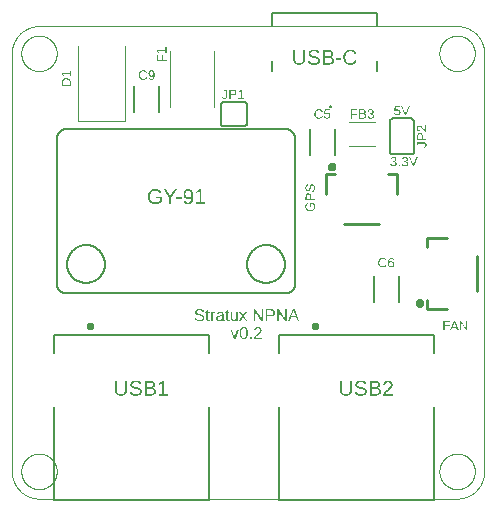
<source format=gto>
G04 EAGLE Gerber RS-274X export*
G75*
%MOMM*%
%FSLAX34Y34*%
%LPD*%
%INSilk Top*%
%IPPOS*%
%AMOC8*
5,1,8,0,0,1.08239X$1,22.5*%
G01*
G04 Define Apertures*
%ADD10C,0.000000*%
%ADD11C,0.127000*%
%ADD12C,0.300000*%
%ADD13C,0.152400*%
%ADD14C,0.200000*%
%ADD15C,0.120000*%
%ADD16C,0.254000*%
%ADD17C,0.400000*%
G36*
X196351Y135115D02*
X195939Y135135D01*
X195553Y135196D01*
X195194Y135297D01*
X194861Y135439D01*
X194555Y135621D01*
X194275Y135844D01*
X194022Y136107D01*
X193795Y136411D01*
X193594Y136753D01*
X193421Y137133D01*
X193274Y137550D01*
X193154Y138004D01*
X193060Y138495D01*
X192994Y139024D01*
X192954Y139590D01*
X192940Y140193D01*
X192953Y140808D01*
X192992Y141384D01*
X193057Y141920D01*
X193148Y142416D01*
X193265Y142873D01*
X193407Y143289D01*
X193576Y143666D01*
X193770Y144003D01*
X193993Y144300D01*
X194245Y144557D01*
X194528Y144775D01*
X194841Y144953D01*
X195184Y145092D01*
X195557Y145191D01*
X195960Y145251D01*
X196393Y145270D01*
X196815Y145250D01*
X197208Y145190D01*
X197573Y145090D01*
X197909Y144950D01*
X198216Y144770D01*
X198495Y144549D01*
X198745Y144289D01*
X198967Y143989D01*
X199162Y143649D01*
X199330Y143271D01*
X199473Y142854D01*
X199590Y142399D01*
X199680Y141905D01*
X199745Y141373D01*
X199784Y140802D01*
X199797Y140193D01*
X199783Y139593D01*
X199743Y139030D01*
X199674Y138503D01*
X199579Y138013D01*
X199456Y137559D01*
X199307Y137142D01*
X199129Y136762D01*
X198925Y136418D01*
X198694Y136112D01*
X198437Y135848D01*
X198154Y135624D01*
X197846Y135441D01*
X197511Y135298D01*
X197150Y135196D01*
X196764Y135135D01*
X196351Y135115D01*
G37*
%LPC*%
G36*
X196365Y136144D02*
X196634Y136160D01*
X196885Y136207D01*
X197117Y136284D01*
X197330Y136393D01*
X197525Y136533D01*
X197701Y136704D01*
X197858Y136906D01*
X197997Y137139D01*
X198119Y137404D01*
X198224Y137703D01*
X198313Y138035D01*
X198386Y138400D01*
X198442Y138798D01*
X198483Y139230D01*
X198507Y139695D01*
X198515Y140193D01*
X198508Y140708D01*
X198484Y141187D01*
X198446Y141629D01*
X198392Y142035D01*
X198322Y142403D01*
X198238Y142735D01*
X198137Y143030D01*
X198022Y143288D01*
X197888Y143513D01*
X197735Y143708D01*
X197561Y143873D01*
X197368Y144008D01*
X197154Y144113D01*
X196920Y144188D01*
X196667Y144233D01*
X196393Y144248D01*
X196113Y144233D01*
X195853Y144189D01*
X195613Y144115D01*
X195394Y144011D01*
X195196Y143879D01*
X195018Y143716D01*
X194860Y143524D01*
X194723Y143302D01*
X194604Y143047D01*
X194501Y142753D01*
X194413Y142422D01*
X194342Y142052D01*
X194286Y141644D01*
X194247Y141199D01*
X194223Y140715D01*
X194215Y140193D01*
X194223Y139685D01*
X194247Y139213D01*
X194287Y138775D01*
X194344Y138373D01*
X194416Y138007D01*
X194505Y137675D01*
X194609Y137379D01*
X194730Y137118D01*
X194868Y136890D01*
X195025Y136692D01*
X195201Y136525D01*
X195396Y136388D01*
X195610Y136281D01*
X195843Y136205D01*
X196094Y136160D01*
X196365Y136144D01*
G37*
%LPD*%
G36*
X216441Y150495D02*
X215104Y150495D01*
X215104Y160363D01*
X219257Y160363D01*
X219660Y160351D01*
X220040Y160315D01*
X220396Y160254D01*
X220729Y160169D01*
X221039Y160060D01*
X221325Y159926D01*
X221588Y159768D01*
X221827Y159586D01*
X222041Y159382D01*
X222225Y159157D01*
X222382Y158913D01*
X222510Y158649D01*
X222610Y158365D01*
X222681Y158061D01*
X222723Y157737D01*
X222738Y157394D01*
X222723Y157053D01*
X222681Y156729D01*
X222609Y156424D01*
X222509Y156137D01*
X222381Y155867D01*
X222224Y155616D01*
X222038Y155382D01*
X221824Y155167D01*
X221585Y154973D01*
X221326Y154805D01*
X221046Y154663D01*
X220746Y154547D01*
X220425Y154456D01*
X220084Y154392D01*
X219723Y154353D01*
X219341Y154340D01*
X216441Y154340D01*
X216441Y150495D01*
G37*
%LPC*%
G36*
X219152Y155398D02*
X219423Y155405D01*
X219677Y155429D01*
X219913Y155467D01*
X220132Y155522D01*
X220334Y155591D01*
X220517Y155676D01*
X220684Y155777D01*
X220833Y155893D01*
X220964Y156025D01*
X221078Y156172D01*
X221174Y156334D01*
X221253Y156513D01*
X221314Y156706D01*
X221358Y156915D01*
X221384Y157140D01*
X221393Y157380D01*
X221384Y157611D01*
X221357Y157828D01*
X221312Y158030D01*
X221249Y158216D01*
X221169Y158388D01*
X221070Y158545D01*
X220953Y158687D01*
X220819Y158814D01*
X220666Y158926D01*
X220496Y159023D01*
X220307Y159105D01*
X220101Y159172D01*
X219876Y159225D01*
X219634Y159262D01*
X219374Y159284D01*
X219096Y159292D01*
X216441Y159292D01*
X216441Y155398D01*
X219152Y155398D01*
G37*
%LPD*%
G36*
X235248Y150495D02*
X233861Y150495D01*
X237888Y160363D01*
X239408Y160363D01*
X243372Y150495D01*
X242007Y150495D01*
X240879Y153381D01*
X236383Y153381D01*
X235248Y150495D01*
G37*
%LPC*%
G36*
X240480Y154424D02*
X239212Y157681D01*
X239016Y158196D01*
X238820Y158773D01*
X238631Y159355D01*
X238568Y159159D01*
X238351Y158495D01*
X238049Y157667D01*
X236789Y154424D01*
X240480Y154424D01*
G37*
%LPD*%
G36*
X205950Y150495D02*
X204760Y150495D01*
X204760Y160363D01*
X206315Y160363D01*
X211651Y151903D01*
X211588Y153086D01*
X211567Y153892D01*
X211567Y160363D01*
X212772Y160363D01*
X212772Y150495D01*
X211161Y150495D01*
X205880Y158900D01*
X205915Y158220D01*
X205950Y157051D01*
X205950Y150495D01*
G37*
G36*
X225857Y150495D02*
X224666Y150495D01*
X224666Y160363D01*
X226221Y160363D01*
X231558Y151903D01*
X231495Y153086D01*
X231474Y153892D01*
X231474Y160363D01*
X232678Y160363D01*
X232678Y150495D01*
X231067Y150495D01*
X225787Y158900D01*
X225822Y158220D01*
X225857Y157051D01*
X225857Y150495D01*
G37*
G36*
X175358Y150355D02*
X175081Y150364D01*
X174822Y150393D01*
X174581Y150440D01*
X174358Y150506D01*
X174152Y150590D01*
X173964Y150694D01*
X173794Y150816D01*
X173642Y150957D01*
X173507Y151115D01*
X173391Y151286D01*
X173292Y151472D01*
X173211Y151672D01*
X173148Y151885D01*
X173103Y152113D01*
X173076Y152355D01*
X173067Y152610D01*
X173080Y152896D01*
X173116Y153164D01*
X173176Y153416D01*
X173261Y153650D01*
X173370Y153868D01*
X173503Y154068D01*
X173660Y154251D01*
X173841Y154417D01*
X174050Y154566D01*
X174288Y154696D01*
X174555Y154807D01*
X174853Y154900D01*
X175179Y154975D01*
X175536Y155032D01*
X175922Y155070D01*
X176338Y155089D01*
X178040Y155117D01*
X178040Y155531D01*
X178034Y155754D01*
X178016Y155960D01*
X177985Y156150D01*
X177942Y156324D01*
X177887Y156481D01*
X177820Y156622D01*
X177740Y156746D01*
X177648Y156854D01*
X177543Y156948D01*
X177424Y157029D01*
X177291Y157098D01*
X177144Y157154D01*
X176983Y157198D01*
X176807Y157229D01*
X176618Y157247D01*
X176415Y157254D01*
X176020Y157236D01*
X175683Y157182D01*
X175404Y157092D01*
X175183Y156966D01*
X175009Y156801D01*
X174874Y156594D01*
X174778Y156343D01*
X174720Y156049D01*
X173404Y156168D01*
X173453Y156416D01*
X173522Y156647D01*
X173609Y156863D01*
X173714Y157063D01*
X173839Y157247D01*
X173982Y157414D01*
X174144Y157566D01*
X174325Y157702D01*
X174524Y157822D01*
X174742Y157926D01*
X174979Y158013D01*
X175234Y158085D01*
X175508Y158141D01*
X175801Y158181D01*
X176113Y158205D01*
X176443Y158213D01*
X176789Y158203D01*
X177113Y158172D01*
X177415Y158121D01*
X177695Y158049D01*
X177953Y157957D01*
X178189Y157845D01*
X178402Y157712D01*
X178593Y157558D01*
X178763Y157385D01*
X178909Y157194D01*
X179033Y156985D01*
X179134Y156757D01*
X179213Y156511D01*
X179270Y156247D01*
X179304Y155965D01*
X179315Y155664D01*
X179315Y152400D01*
X179324Y152137D01*
X179352Y151909D01*
X179398Y151715D01*
X179462Y151556D01*
X179552Y151432D01*
X179676Y151343D01*
X179832Y151290D01*
X180022Y151272D01*
X180217Y151285D01*
X180435Y151321D01*
X180435Y150537D01*
X180196Y150488D01*
X179954Y150453D01*
X179709Y150432D01*
X179462Y150425D01*
X179136Y150448D01*
X178857Y150517D01*
X178626Y150632D01*
X178443Y150793D01*
X178301Y151003D01*
X178193Y151265D01*
X178120Y151579D01*
X178082Y151945D01*
X178040Y151945D01*
X177789Y151542D01*
X177517Y151203D01*
X177227Y150928D01*
X176916Y150716D01*
X176578Y150558D01*
X176206Y150445D01*
X175799Y150377D01*
X175358Y150355D01*
G37*
%LPC*%
G36*
X175645Y151300D02*
X175982Y151320D01*
X176300Y151379D01*
X176598Y151478D01*
X176878Y151616D01*
X177133Y151788D01*
X177360Y151989D01*
X177558Y152220D01*
X177728Y152481D01*
X177865Y152757D01*
X177962Y153038D01*
X178021Y153323D01*
X178040Y153612D01*
X178040Y154235D01*
X176660Y154207D01*
X176243Y154190D01*
X175879Y154154D01*
X175568Y154099D01*
X175312Y154025D01*
X175096Y153929D01*
X174907Y153811D01*
X174744Y153670D01*
X174608Y153507D01*
X174501Y153318D01*
X174424Y153102D01*
X174378Y152859D01*
X174363Y152589D01*
X174384Y152298D01*
X174446Y152043D01*
X174550Y151822D01*
X174696Y151637D01*
X174880Y151490D01*
X175099Y151384D01*
X175354Y151321D01*
X175645Y151300D01*
G37*
%LPD*%
G36*
X158947Y150355D02*
X158508Y150365D01*
X158093Y150394D01*
X157701Y150443D01*
X157333Y150512D01*
X156989Y150600D01*
X156668Y150708D01*
X156371Y150835D01*
X156098Y150982D01*
X155849Y151148D01*
X155623Y151334D01*
X155421Y151540D01*
X155242Y151765D01*
X155088Y152010D01*
X154957Y152275D01*
X154849Y152559D01*
X154766Y152862D01*
X156061Y153121D01*
X156125Y152906D01*
X156205Y152706D01*
X156300Y152521D01*
X156412Y152350D01*
X156539Y152194D01*
X156681Y152053D01*
X156840Y151927D01*
X157014Y151815D01*
X157204Y151718D01*
X157411Y151633D01*
X157634Y151561D01*
X157874Y151503D01*
X158130Y151457D01*
X158402Y151425D01*
X158691Y151405D01*
X158996Y151398D01*
X159311Y151405D01*
X159607Y151426D01*
X159885Y151461D01*
X160144Y151510D01*
X160384Y151572D01*
X160607Y151649D01*
X160810Y151739D01*
X160996Y151843D01*
X161161Y151961D01*
X161304Y152092D01*
X161425Y152235D01*
X161524Y152392D01*
X161600Y152562D01*
X161655Y152745D01*
X161688Y152941D01*
X161699Y153149D01*
X161686Y153380D01*
X161644Y153587D01*
X161575Y153772D01*
X161479Y153934D01*
X161357Y154078D01*
X161214Y154209D01*
X161047Y154327D01*
X160859Y154431D01*
X160421Y154611D01*
X159907Y154760D01*
X158681Y155047D01*
X158131Y155177D01*
X157652Y155307D01*
X157244Y155436D01*
X156905Y155566D01*
X156618Y155699D01*
X156363Y155840D01*
X156140Y155988D01*
X155949Y156144D01*
X155785Y156310D01*
X155640Y156489D01*
X155517Y156683D01*
X155414Y156889D01*
X155332Y157111D01*
X155274Y157348D01*
X155240Y157601D01*
X155228Y157870D01*
X155243Y158178D01*
X155289Y158467D01*
X155364Y158739D01*
X155470Y158992D01*
X155607Y159228D01*
X155774Y159445D01*
X155971Y159643D01*
X156198Y159824D01*
X156454Y159985D01*
X156735Y160124D01*
X157043Y160242D01*
X157377Y160339D01*
X157737Y160414D01*
X158124Y160468D01*
X158536Y160500D01*
X158975Y160510D01*
X159383Y160502D01*
X159766Y160478D01*
X160124Y160438D01*
X160458Y160382D01*
X160767Y160309D01*
X161051Y160221D01*
X161311Y160116D01*
X161545Y159996D01*
X161759Y159856D01*
X161957Y159693D01*
X162138Y159508D01*
X162302Y159300D01*
X162449Y159069D01*
X162580Y158816D01*
X162694Y158540D01*
X162792Y158241D01*
X161475Y158010D01*
X161415Y158199D01*
X161342Y158375D01*
X161257Y158538D01*
X161160Y158687D01*
X161051Y158822D01*
X160929Y158944D01*
X160795Y159053D01*
X160649Y159148D01*
X160489Y159231D01*
X160315Y159303D01*
X160126Y159364D01*
X159922Y159413D01*
X159471Y159480D01*
X158961Y159502D01*
X158674Y159496D01*
X158404Y159477D01*
X158152Y159447D01*
X157917Y159404D01*
X157700Y159349D01*
X157501Y159281D01*
X157319Y159202D01*
X157154Y159110D01*
X157008Y159006D01*
X156881Y158889D01*
X156774Y158761D01*
X156687Y158621D01*
X156618Y158469D01*
X156570Y158305D01*
X156540Y158128D01*
X156531Y157940D01*
X156546Y157722D01*
X156591Y157524D01*
X156667Y157346D01*
X156772Y157187D01*
X156906Y157044D01*
X157067Y156912D01*
X157255Y156792D01*
X157469Y156683D01*
X157753Y156574D01*
X158150Y156453D01*
X158660Y156320D01*
X159283Y156175D01*
X160190Y155961D01*
X160632Y155842D01*
X161055Y155702D01*
X161455Y155539D01*
X161829Y155349D01*
X162166Y155123D01*
X162456Y154851D01*
X162582Y154698D01*
X162693Y154531D01*
X162790Y154351D01*
X162873Y154158D01*
X162938Y153950D01*
X162986Y153724D01*
X163014Y153480D01*
X163023Y153219D01*
X163006Y152888D01*
X162956Y152575D01*
X162873Y152282D01*
X162756Y152008D01*
X162606Y151753D01*
X162422Y151518D01*
X162205Y151301D01*
X161955Y151104D01*
X161674Y150929D01*
X161367Y150776D01*
X161031Y150648D01*
X160669Y150542D01*
X160279Y150460D01*
X159863Y150402D01*
X159418Y150367D01*
X158947Y150355D01*
G37*
G36*
X211605Y135255D02*
X205070Y135255D01*
X205070Y136144D01*
X205259Y136542D01*
X205467Y136916D01*
X205695Y137265D01*
X205942Y137591D01*
X206470Y138188D01*
X207024Y138725D01*
X207589Y139215D01*
X208148Y139667D01*
X208678Y140102D01*
X209153Y140536D01*
X209367Y140756D01*
X209559Y140981D01*
X209729Y141211D01*
X209878Y141446D01*
X209999Y141692D01*
X210086Y141954D01*
X210138Y142232D01*
X210155Y142525D01*
X210147Y142722D01*
X210125Y142908D01*
X210088Y143083D01*
X210036Y143246D01*
X209969Y143398D01*
X209887Y143539D01*
X209790Y143668D01*
X209679Y143786D01*
X209554Y143891D01*
X209417Y143982D01*
X209269Y144059D01*
X209110Y144122D01*
X208938Y144171D01*
X208755Y144206D01*
X208561Y144227D01*
X208355Y144234D01*
X208158Y144227D01*
X207970Y144206D01*
X207791Y144172D01*
X207620Y144124D01*
X207459Y144063D01*
X207306Y143988D01*
X207028Y143796D01*
X206904Y143681D01*
X206794Y143555D01*
X206697Y143418D01*
X206614Y143270D01*
X206544Y143111D01*
X206487Y142941D01*
X206444Y142759D01*
X206415Y142567D01*
X205126Y142686D01*
X205173Y142974D01*
X205242Y143248D01*
X205333Y143506D01*
X205447Y143749D01*
X205584Y143977D01*
X205744Y144190D01*
X205926Y144387D01*
X206131Y144570D01*
X206355Y144734D01*
X206595Y144876D01*
X206849Y144997D01*
X207120Y145095D01*
X207405Y145172D01*
X207706Y145227D01*
X208023Y145259D01*
X208355Y145270D01*
X208717Y145259D01*
X209058Y145226D01*
X209377Y145171D01*
X209674Y145094D01*
X209950Y144995D01*
X210205Y144874D01*
X210437Y144732D01*
X210649Y144567D01*
X210837Y144381D01*
X210999Y144178D01*
X211137Y143955D01*
X211250Y143715D01*
X211338Y143456D01*
X211400Y143178D01*
X211438Y142882D01*
X211451Y142567D01*
X211434Y142280D01*
X211385Y141994D01*
X211303Y141709D01*
X211188Y141425D01*
X211041Y141142D01*
X210861Y140858D01*
X210650Y140574D01*
X210407Y140291D01*
X210089Y139968D01*
X209652Y139568D01*
X209098Y139089D01*
X208425Y138533D01*
X207702Y137907D01*
X207402Y137618D01*
X207143Y137346D01*
X206922Y137084D01*
X206734Y136826D01*
X206579Y136574D01*
X206457Y136327D01*
X211605Y136327D01*
X211605Y135255D01*
G37*
G36*
X187761Y150355D02*
X187459Y150365D01*
X187179Y150394D01*
X186920Y150442D01*
X186681Y150510D01*
X186464Y150597D01*
X186267Y150704D01*
X186091Y150829D01*
X185936Y150975D01*
X185801Y151142D01*
X185683Y151335D01*
X185584Y151553D01*
X185503Y151797D01*
X185440Y152066D01*
X185394Y152360D01*
X185367Y152679D01*
X185358Y153023D01*
X185358Y158073D01*
X186626Y158073D01*
X186626Y153268D01*
X186635Y152915D01*
X186663Y152603D01*
X186709Y152333D01*
X186773Y152106D01*
X186858Y151914D01*
X186964Y151750D01*
X187092Y151616D01*
X187242Y151511D01*
X187422Y151431D01*
X187640Y151374D01*
X187895Y151340D01*
X188188Y151328D01*
X188410Y151338D01*
X188619Y151367D01*
X188817Y151416D01*
X189002Y151484D01*
X189176Y151572D01*
X189337Y151679D01*
X189486Y151806D01*
X189624Y151952D01*
X189747Y152115D01*
X189853Y152294D01*
X189944Y152487D01*
X190018Y152696D01*
X190075Y152920D01*
X190116Y153159D01*
X190141Y153413D01*
X190149Y153682D01*
X190149Y158073D01*
X191410Y158073D01*
X191410Y152113D01*
X191420Y151047D01*
X191433Y150706D01*
X191452Y150495D01*
X190261Y150495D01*
X190247Y150684D01*
X190230Y151038D01*
X190205Y151791D01*
X190184Y151791D01*
X189958Y151427D01*
X189716Y151121D01*
X189456Y150872D01*
X189179Y150681D01*
X188876Y150538D01*
X188539Y150436D01*
X188167Y150375D01*
X187761Y150355D01*
G37*
G36*
X193915Y150495D02*
X192557Y150495D01*
X195253Y154389D01*
X192683Y158073D01*
X194077Y158073D01*
X195968Y155125D01*
X197845Y158073D01*
X199252Y158073D01*
X196682Y154403D01*
X199413Y150495D01*
X198006Y150495D01*
X195968Y153605D01*
X193915Y150495D01*
G37*
G36*
X189486Y135255D02*
X187994Y135255D01*
X185242Y142833D01*
X186586Y142833D01*
X188253Y137902D01*
X188736Y136243D01*
X188982Y137062D01*
X189255Y137888D01*
X190978Y142833D01*
X192315Y142833D01*
X189486Y135255D01*
G37*
G36*
X166282Y150383D02*
X166099Y150390D01*
X165928Y150410D01*
X165768Y150443D01*
X165620Y150490D01*
X165485Y150551D01*
X165360Y150624D01*
X165248Y150711D01*
X165148Y150812D01*
X165059Y150926D01*
X164982Y151053D01*
X164917Y151194D01*
X164864Y151348D01*
X164823Y151516D01*
X164793Y151697D01*
X164775Y151891D01*
X164769Y152099D01*
X164769Y157156D01*
X163894Y157156D01*
X163894Y158073D01*
X164818Y158073D01*
X165190Y159768D01*
X166030Y159768D01*
X166030Y158073D01*
X167431Y158073D01*
X167431Y157156D01*
X166030Y157156D01*
X166030Y152372D01*
X166041Y152119D01*
X166075Y151907D01*
X166131Y151736D01*
X166209Y151605D01*
X166314Y151509D01*
X166453Y151440D01*
X166624Y151398D01*
X166829Y151384D01*
X167137Y151409D01*
X167557Y151483D01*
X167557Y150551D01*
X167244Y150478D01*
X166927Y150425D01*
X166606Y150393D01*
X166282Y150383D01*
G37*
G36*
X183032Y150383D02*
X182849Y150390D01*
X182678Y150410D01*
X182518Y150443D01*
X182370Y150490D01*
X182235Y150551D01*
X182110Y150624D01*
X181998Y150711D01*
X181898Y150812D01*
X181809Y150926D01*
X181732Y151053D01*
X181667Y151194D01*
X181614Y151348D01*
X181573Y151516D01*
X181543Y151697D01*
X181525Y151891D01*
X181519Y152099D01*
X181519Y157156D01*
X180644Y157156D01*
X180644Y158073D01*
X181568Y158073D01*
X181940Y159768D01*
X182780Y159768D01*
X182780Y158073D01*
X184181Y158073D01*
X184181Y157156D01*
X182780Y157156D01*
X182780Y152372D01*
X182791Y152119D01*
X182825Y151907D01*
X182881Y151736D01*
X182959Y151605D01*
X183064Y151509D01*
X183203Y151440D01*
X183374Y151398D01*
X183579Y151384D01*
X183887Y151409D01*
X184307Y151483D01*
X184307Y150551D01*
X183994Y150478D01*
X183677Y150425D01*
X183356Y150393D01*
X183032Y150383D01*
G37*
G36*
X169932Y150495D02*
X168671Y150495D01*
X168671Y156308D01*
X168661Y157149D01*
X168629Y158073D01*
X169820Y158073D01*
X169876Y156525D01*
X169904Y156525D01*
X170060Y156974D01*
X170228Y157345D01*
X170407Y157639D01*
X170597Y157856D01*
X170814Y158012D01*
X171070Y158124D01*
X171367Y158191D01*
X171704Y158213D01*
X171958Y158196D01*
X172215Y158143D01*
X172215Y156988D01*
X171921Y157040D01*
X171543Y157058D01*
X171353Y157047D01*
X171174Y157015D01*
X171007Y156963D01*
X170851Y156889D01*
X170707Y156794D01*
X170575Y156677D01*
X170454Y156540D01*
X170345Y156382D01*
X170248Y156204D01*
X170165Y156007D01*
X170094Y155793D01*
X170035Y155560D01*
X169990Y155308D01*
X169958Y155039D01*
X169939Y154751D01*
X169932Y154445D01*
X169932Y150495D01*
G37*
G36*
X203024Y135255D02*
X201658Y135255D01*
X201658Y136789D01*
X203024Y136789D01*
X203024Y135255D01*
G37*
G36*
X323238Y281193D02*
X322946Y281201D01*
X322669Y281227D01*
X322407Y281269D01*
X322160Y281328D01*
X321929Y281404D01*
X321712Y281497D01*
X321511Y281607D01*
X321325Y281733D01*
X321156Y281877D01*
X321004Y282036D01*
X320871Y282212D01*
X320756Y282403D01*
X320659Y282611D01*
X320580Y282835D01*
X320519Y283076D01*
X320477Y283332D01*
X321518Y283427D01*
X321589Y283099D01*
X321701Y282815D01*
X321855Y282574D01*
X322049Y282377D01*
X322284Y282224D01*
X322561Y282115D01*
X322879Y282049D01*
X323238Y282027D01*
X323598Y282051D01*
X323917Y282121D01*
X324196Y282238D01*
X324433Y282403D01*
X324535Y282502D01*
X324623Y282613D01*
X324698Y282735D01*
X324759Y282869D01*
X324806Y283014D01*
X324840Y283170D01*
X324860Y283338D01*
X324867Y283517D01*
X324859Y283674D01*
X324836Y283821D01*
X324797Y283960D01*
X324743Y284090D01*
X324674Y284212D01*
X324588Y284324D01*
X324488Y284427D01*
X324372Y284522D01*
X324241Y284607D01*
X324096Y284680D01*
X323938Y284742D01*
X323766Y284793D01*
X323381Y284861D01*
X322941Y284883D01*
X322370Y284883D01*
X322370Y285757D01*
X322918Y285757D01*
X323310Y285780D01*
X323654Y285847D01*
X323952Y285960D01*
X324204Y286118D01*
X324403Y286316D01*
X324482Y286428D01*
X324546Y286549D01*
X324596Y286678D01*
X324631Y286816D01*
X324653Y286963D01*
X324660Y287118D01*
X324637Y287418D01*
X324567Y287684D01*
X324451Y287917D01*
X324288Y288117D01*
X324079Y288278D01*
X323825Y288392D01*
X323526Y288461D01*
X323182Y288484D01*
X322864Y288463D01*
X322579Y288399D01*
X322325Y288292D01*
X322104Y288143D01*
X321919Y287954D01*
X321778Y287731D01*
X321680Y287473D01*
X321625Y287179D01*
X320611Y287258D01*
X320648Y287493D01*
X320703Y287716D01*
X320777Y287925D01*
X320868Y288120D01*
X320978Y288303D01*
X321105Y288472D01*
X321251Y288627D01*
X321415Y288770D01*
X321594Y288897D01*
X321785Y289007D01*
X321989Y289101D01*
X322205Y289177D01*
X322434Y289237D01*
X322674Y289279D01*
X322927Y289304D01*
X323193Y289313D01*
X323481Y289304D01*
X323753Y289278D01*
X324009Y289235D01*
X324248Y289175D01*
X324470Y289097D01*
X324676Y289003D01*
X324865Y288891D01*
X325038Y288761D01*
X325192Y288617D01*
X325326Y288458D01*
X325439Y288287D01*
X325531Y288101D01*
X325603Y287902D01*
X325655Y287690D01*
X325686Y287464D01*
X325696Y287224D01*
X325689Y287040D01*
X325670Y286864D01*
X325637Y286697D01*
X325590Y286539D01*
X325531Y286390D01*
X325458Y286249D01*
X325273Y285995D01*
X325038Y285777D01*
X324754Y285598D01*
X324423Y285457D01*
X324044Y285354D01*
X324044Y285331D01*
X324259Y285301D01*
X324462Y285259D01*
X324652Y285203D01*
X324831Y285135D01*
X324997Y285055D01*
X325151Y284962D01*
X325292Y284856D01*
X325422Y284738D01*
X325537Y284609D01*
X325637Y284472D01*
X325722Y284328D01*
X325791Y284175D01*
X325845Y284014D01*
X325884Y283845D01*
X325907Y283668D01*
X325914Y283483D01*
X325904Y283218D01*
X325871Y282968D01*
X325817Y282734D01*
X325741Y282515D01*
X325643Y282311D01*
X325524Y282123D01*
X325383Y281950D01*
X325220Y281792D01*
X325037Y281652D01*
X324836Y281530D01*
X324616Y281427D01*
X324377Y281343D01*
X324120Y281277D01*
X323844Y281230D01*
X323550Y281202D01*
X323238Y281193D01*
G37*
G36*
X332800Y281193D02*
X332508Y281201D01*
X332231Y281227D01*
X331969Y281269D01*
X331723Y281328D01*
X331491Y281404D01*
X331275Y281497D01*
X331074Y281607D01*
X330888Y281733D01*
X330718Y281877D01*
X330567Y282036D01*
X330434Y282212D01*
X330319Y282403D01*
X330222Y282611D01*
X330143Y282835D01*
X330082Y283076D01*
X330039Y283332D01*
X331081Y283427D01*
X331152Y283099D01*
X331264Y282815D01*
X331417Y282574D01*
X331611Y282377D01*
X331847Y282224D01*
X332124Y282115D01*
X332441Y282049D01*
X332800Y282027D01*
X333160Y282051D01*
X333480Y282121D01*
X333758Y282238D01*
X333996Y282403D01*
X334097Y282502D01*
X334186Y282613D01*
X334260Y282735D01*
X334321Y282869D01*
X334369Y283014D01*
X334403Y283170D01*
X334423Y283338D01*
X334430Y283517D01*
X334422Y283674D01*
X334399Y283821D01*
X334360Y283960D01*
X334306Y284090D01*
X334236Y284212D01*
X334151Y284324D01*
X334050Y284427D01*
X333934Y284522D01*
X333803Y284607D01*
X333659Y284680D01*
X333501Y284742D01*
X333329Y284793D01*
X332943Y284861D01*
X332503Y284883D01*
X331932Y284883D01*
X331932Y285757D01*
X332481Y285757D01*
X332872Y285780D01*
X333217Y285847D01*
X333515Y285960D01*
X333766Y286118D01*
X333966Y286316D01*
X334044Y286428D01*
X334108Y286549D01*
X334158Y286678D01*
X334194Y286816D01*
X334215Y286963D01*
X334222Y287118D01*
X334199Y287418D01*
X334129Y287684D01*
X334013Y287917D01*
X333850Y288117D01*
X333641Y288278D01*
X333387Y288392D01*
X333088Y288461D01*
X332744Y288484D01*
X332427Y288463D01*
X332141Y288399D01*
X331888Y288292D01*
X331666Y288143D01*
X331482Y287954D01*
X331341Y287731D01*
X331242Y287473D01*
X331187Y287179D01*
X330174Y287258D01*
X330211Y287493D01*
X330266Y287716D01*
X330339Y287925D01*
X330431Y288120D01*
X330540Y288303D01*
X330668Y288472D01*
X330813Y288627D01*
X330977Y288770D01*
X331156Y288897D01*
X331348Y289007D01*
X331552Y289101D01*
X331768Y289177D01*
X331996Y289237D01*
X332237Y289279D01*
X332490Y289304D01*
X332755Y289313D01*
X333044Y289304D01*
X333316Y289278D01*
X333571Y289235D01*
X333810Y289175D01*
X334033Y289097D01*
X334238Y289003D01*
X334428Y288891D01*
X334600Y288761D01*
X334755Y288617D01*
X334888Y288458D01*
X335001Y288287D01*
X335094Y288101D01*
X335166Y287902D01*
X335217Y287690D01*
X335248Y287464D01*
X335258Y287224D01*
X335252Y287040D01*
X335232Y286864D01*
X335199Y286697D01*
X335153Y286539D01*
X335093Y286390D01*
X335021Y286249D01*
X334836Y285995D01*
X334600Y285777D01*
X334317Y285598D01*
X333986Y285457D01*
X333606Y285354D01*
X333606Y285331D01*
X333822Y285301D01*
X334024Y285259D01*
X334215Y285203D01*
X334393Y285135D01*
X334559Y285055D01*
X334713Y284962D01*
X334855Y284856D01*
X334984Y284738D01*
X335100Y284609D01*
X335200Y284472D01*
X335284Y284328D01*
X335354Y284175D01*
X335408Y284014D01*
X335446Y283845D01*
X335469Y283668D01*
X335477Y283483D01*
X335466Y283218D01*
X335433Y282968D01*
X335379Y282734D01*
X335303Y282515D01*
X335206Y282311D01*
X335086Y282123D01*
X334945Y281950D01*
X334782Y281792D01*
X334600Y281652D01*
X334398Y281530D01*
X334178Y281427D01*
X333940Y281343D01*
X333683Y281277D01*
X333407Y281230D01*
X333113Y281202D01*
X332800Y281193D01*
G37*
G36*
X340357Y281305D02*
X339248Y281305D01*
X336028Y289195D01*
X337153Y289195D01*
X339337Y283640D01*
X339808Y282246D01*
X340278Y283640D01*
X342451Y289195D01*
X343577Y289195D01*
X340357Y281305D01*
G37*
G36*
X328554Y281305D02*
X327462Y281305D01*
X327462Y282531D01*
X328554Y282531D01*
X328554Y281305D01*
G37*
G36*
X326312Y324373D02*
X326043Y324381D01*
X325787Y324403D01*
X325544Y324441D01*
X325315Y324493D01*
X325099Y324561D01*
X324896Y324644D01*
X324707Y324742D01*
X324531Y324855D01*
X324369Y324982D01*
X324223Y325122D01*
X324093Y325276D01*
X323978Y325444D01*
X323879Y325625D01*
X323795Y325820D01*
X323727Y326028D01*
X323674Y326249D01*
X324693Y326367D01*
X324789Y326092D01*
X324916Y325855D01*
X325074Y325653D01*
X325263Y325489D01*
X325484Y325361D01*
X325736Y325269D01*
X326019Y325214D01*
X326334Y325196D01*
X326532Y325204D01*
X326718Y325227D01*
X326894Y325265D01*
X327058Y325319D01*
X327211Y325388D01*
X327354Y325472D01*
X327485Y325571D01*
X327605Y325686D01*
X327713Y325814D01*
X327806Y325954D01*
X327885Y326105D01*
X327950Y326268D01*
X328000Y326442D01*
X328036Y326628D01*
X328057Y326825D01*
X328065Y327033D01*
X328057Y327215D01*
X328036Y327388D01*
X328000Y327551D01*
X327949Y327706D01*
X327884Y327852D01*
X327805Y327990D01*
X327711Y328118D01*
X327603Y328237D01*
X327482Y328345D01*
X327351Y328438D01*
X327211Y328517D01*
X327060Y328581D01*
X326899Y328632D01*
X326728Y328667D01*
X326548Y328689D01*
X326357Y328696D01*
X326156Y328688D01*
X325962Y328664D01*
X325775Y328624D01*
X325595Y328567D01*
X325419Y328492D01*
X325242Y328394D01*
X325066Y328273D01*
X324889Y328131D01*
X323904Y328131D01*
X324167Y332375D01*
X328653Y332375D01*
X328653Y331519D01*
X325085Y331519D01*
X324934Y329015D01*
X325103Y329134D01*
X325282Y329236D01*
X325470Y329323D01*
X325669Y329393D01*
X325878Y329449D01*
X326097Y329488D01*
X326325Y329512D01*
X326564Y329519D01*
X326848Y329509D01*
X327117Y329477D01*
X327371Y329423D01*
X327610Y329349D01*
X327835Y329253D01*
X328045Y329135D01*
X328240Y328996D01*
X328420Y328836D01*
X328582Y328659D01*
X328723Y328469D01*
X328842Y328266D01*
X328939Y328049D01*
X329015Y327820D01*
X329069Y327578D01*
X329101Y327323D01*
X329112Y327055D01*
X329100Y326752D01*
X329065Y326464D01*
X329007Y326194D01*
X328926Y325940D01*
X328822Y325702D01*
X328694Y325481D01*
X328544Y325277D01*
X328370Y325090D01*
X328175Y324922D01*
X327963Y324776D01*
X327733Y324653D01*
X327484Y324552D01*
X327218Y324474D01*
X326934Y324418D01*
X326632Y324384D01*
X326312Y324373D01*
G37*
G36*
X333969Y324485D02*
X332860Y324485D01*
X329640Y332375D01*
X330766Y332375D01*
X332950Y326820D01*
X333420Y325426D01*
X333891Y326820D01*
X336064Y332375D01*
X337189Y332375D01*
X333969Y324485D01*
G37*
G36*
X307954Y87272D02*
X302935Y87272D01*
X302935Y99635D01*
X307427Y99635D01*
X307954Y99623D01*
X308447Y99588D01*
X308906Y99529D01*
X309331Y99447D01*
X309722Y99342D01*
X310079Y99213D01*
X310402Y99060D01*
X310691Y98885D01*
X310946Y98685D01*
X311167Y98463D01*
X311354Y98216D01*
X311507Y97947D01*
X311626Y97654D01*
X311711Y97337D01*
X311762Y96997D01*
X311779Y96634D01*
X311770Y96365D01*
X311741Y96108D01*
X311693Y95861D01*
X311626Y95625D01*
X311539Y95400D01*
X311434Y95186D01*
X311309Y94983D01*
X311165Y94792D01*
X311003Y94613D01*
X310904Y94521D01*
X310826Y94449D01*
X310633Y94301D01*
X310424Y94169D01*
X310198Y94051D01*
X309957Y93949D01*
X309701Y93863D01*
X309428Y93791D01*
X309786Y93738D01*
X310123Y93664D01*
X310438Y93570D01*
X310733Y93457D01*
X311006Y93324D01*
X311259Y93170D01*
X311490Y92997D01*
X311587Y92908D01*
X311700Y92804D01*
X311887Y92595D01*
X312049Y92372D01*
X312187Y92136D01*
X312299Y91886D01*
X312386Y91624D01*
X312449Y91348D01*
X312486Y91058D01*
X312499Y90756D01*
X312480Y90355D01*
X312423Y89977D01*
X312330Y89622D01*
X312198Y89289D01*
X312029Y88980D01*
X311822Y88693D01*
X311578Y88430D01*
X311297Y88189D01*
X310981Y87974D01*
X310637Y87788D01*
X310263Y87631D01*
X309860Y87502D01*
X309427Y87401D01*
X308966Y87330D01*
X308474Y87287D01*
X307954Y87272D01*
G37*
%LPC*%
G36*
X307866Y88615D02*
X308237Y88624D01*
X308582Y88650D01*
X308900Y88695D01*
X309193Y88757D01*
X309460Y88838D01*
X309700Y88936D01*
X309915Y89051D01*
X310103Y89185D01*
X310268Y89336D01*
X310410Y89505D01*
X310531Y89692D01*
X310630Y89896D01*
X310707Y90117D01*
X310761Y90356D01*
X310794Y90613D01*
X310805Y90887D01*
X310793Y91152D01*
X310757Y91399D01*
X310697Y91630D01*
X310613Y91843D01*
X310505Y92039D01*
X310373Y92219D01*
X310217Y92381D01*
X310038Y92526D01*
X309834Y92654D01*
X309606Y92765D01*
X309354Y92859D01*
X309078Y92935D01*
X308778Y92995D01*
X308454Y93038D01*
X308106Y93063D01*
X307734Y93072D01*
X304611Y93072D01*
X304611Y88615D01*
X307866Y88615D01*
G37*
G36*
X307427Y94379D02*
X307752Y94387D01*
X308056Y94411D01*
X308339Y94450D01*
X308600Y94505D01*
X308840Y94576D01*
X309058Y94663D01*
X309256Y94765D01*
X309432Y94884D01*
X309587Y95018D01*
X309722Y95170D01*
X309836Y95338D01*
X309929Y95523D01*
X310001Y95725D01*
X310053Y95944D01*
X310084Y96180D01*
X310095Y96432D01*
X310084Y96673D01*
X310052Y96897D01*
X309998Y97102D01*
X309923Y97290D01*
X309827Y97460D01*
X309710Y97612D01*
X309571Y97746D01*
X309410Y97862D01*
X309230Y97963D01*
X309030Y98050D01*
X308811Y98124D01*
X308572Y98185D01*
X308315Y98232D01*
X308038Y98265D01*
X307742Y98286D01*
X307427Y98292D01*
X304611Y98292D01*
X304611Y94379D01*
X307427Y94379D01*
G37*
%LPD*%
G36*
X295515Y87097D02*
X294965Y87109D01*
X294445Y87146D01*
X293954Y87207D01*
X293493Y87293D01*
X293062Y87404D01*
X292660Y87539D01*
X292289Y87698D01*
X291946Y87882D01*
X291634Y88091D01*
X291351Y88324D01*
X291098Y88582D01*
X290874Y88864D01*
X290680Y89170D01*
X290516Y89502D01*
X290382Y89858D01*
X290277Y90238D01*
X291900Y90563D01*
X291980Y90293D01*
X292080Y90042D01*
X292200Y89810D01*
X292339Y89596D01*
X292498Y89401D01*
X292677Y89224D01*
X292875Y89066D01*
X293094Y88926D01*
X293332Y88804D01*
X293591Y88698D01*
X293870Y88608D01*
X294170Y88535D01*
X294491Y88478D01*
X294832Y88437D01*
X295194Y88412D01*
X295576Y88404D01*
X295971Y88413D01*
X296342Y88439D01*
X296690Y88483D01*
X297014Y88544D01*
X297316Y88622D01*
X297594Y88718D01*
X297849Y88831D01*
X298081Y88961D01*
X298288Y89109D01*
X298467Y89273D01*
X298619Y89453D01*
X298743Y89649D01*
X298839Y89862D01*
X298908Y90091D01*
X298949Y90336D01*
X298963Y90598D01*
X298946Y90886D01*
X298894Y91146D01*
X298808Y91377D01*
X298687Y91580D01*
X298535Y91761D01*
X298355Y91925D01*
X298146Y92072D01*
X297910Y92203D01*
X297648Y92321D01*
X297362Y92429D01*
X297052Y92527D01*
X296717Y92616D01*
X295182Y92975D01*
X294493Y93138D01*
X293893Y93300D01*
X293381Y93462D01*
X292958Y93625D01*
X292598Y93792D01*
X292279Y93968D01*
X291999Y94154D01*
X291760Y94348D01*
X291553Y94557D01*
X291373Y94782D01*
X291218Y95024D01*
X291089Y95283D01*
X290987Y95560D01*
X290914Y95858D01*
X290871Y96175D01*
X290856Y96511D01*
X290875Y96897D01*
X290932Y97260D01*
X291027Y97600D01*
X291160Y97917D01*
X291331Y98212D01*
X291540Y98484D01*
X291787Y98733D01*
X292071Y98959D01*
X292392Y99161D01*
X292744Y99335D01*
X293130Y99483D01*
X293549Y99604D01*
X294000Y99698D01*
X294484Y99765D01*
X295001Y99806D01*
X295550Y99819D01*
X296061Y99809D01*
X296541Y99779D01*
X296990Y99728D01*
X297408Y99658D01*
X297795Y99567D01*
X298151Y99456D01*
X298476Y99325D01*
X298770Y99174D01*
X299038Y98999D01*
X299286Y98795D01*
X299512Y98563D01*
X299718Y98302D01*
X299903Y98013D01*
X300066Y97696D01*
X300210Y97350D01*
X300332Y96976D01*
X298682Y96687D01*
X298607Y96924D01*
X298516Y97144D01*
X298409Y97348D01*
X298288Y97534D01*
X298151Y97704D01*
X297998Y97857D01*
X297830Y97993D01*
X297647Y98112D01*
X297447Y98216D01*
X297229Y98306D01*
X296992Y98382D01*
X296737Y98445D01*
X296463Y98493D01*
X296171Y98528D01*
X295861Y98549D01*
X295533Y98556D01*
X295173Y98548D01*
X294835Y98525D01*
X294519Y98486D01*
X294225Y98433D01*
X293953Y98364D01*
X293703Y98279D01*
X293475Y98179D01*
X293269Y98064D01*
X293086Y97934D01*
X292927Y97788D01*
X292793Y97628D01*
X292683Y97452D01*
X292598Y97262D01*
X292537Y97056D01*
X292500Y96835D01*
X292488Y96599D01*
X292507Y96326D01*
X292564Y96078D01*
X292658Y95855D01*
X292791Y95656D01*
X292959Y95476D01*
X293160Y95311D01*
X293395Y95161D01*
X293664Y95024D01*
X294020Y94887D01*
X294517Y94736D01*
X295156Y94569D01*
X295936Y94388D01*
X297072Y94120D01*
X297626Y93971D01*
X298156Y93796D01*
X298657Y93591D01*
X299126Y93353D01*
X299344Y93218D01*
X299548Y93070D01*
X299737Y92907D01*
X299911Y92730D01*
X300068Y92537D01*
X300208Y92328D01*
X300329Y92103D01*
X300433Y91861D01*
X300515Y91600D01*
X300574Y91317D01*
X300610Y91012D01*
X300621Y90685D01*
X300601Y90270D01*
X300538Y89878D01*
X300433Y89511D01*
X300287Y89168D01*
X300099Y88848D01*
X299869Y88553D01*
X299597Y88282D01*
X299283Y88036D01*
X298932Y87816D01*
X298546Y87625D01*
X298126Y87464D01*
X297672Y87332D01*
X297184Y87229D01*
X296662Y87156D01*
X296106Y87112D01*
X295515Y87097D01*
G37*
G36*
X282906Y87097D02*
X282533Y87106D01*
X282171Y87132D01*
X281822Y87175D01*
X281485Y87235D01*
X281160Y87313D01*
X280846Y87408D01*
X280545Y87520D01*
X280256Y87650D01*
X279981Y87796D01*
X279722Y87957D01*
X279479Y88135D01*
X279252Y88327D01*
X279040Y88536D01*
X278845Y88760D01*
X278665Y89000D01*
X278502Y89255D01*
X278356Y89525D01*
X278229Y89807D01*
X278122Y90102D01*
X278034Y90409D01*
X277966Y90729D01*
X277918Y91062D01*
X277888Y91407D01*
X277879Y91765D01*
X277879Y99635D01*
X279554Y99635D01*
X279554Y91905D01*
X279568Y91494D01*
X279608Y91109D01*
X279675Y90750D01*
X279769Y90416D01*
X279890Y90107D01*
X280038Y89824D01*
X280213Y89566D01*
X280414Y89334D01*
X280641Y89129D01*
X280892Y88950D01*
X281167Y88800D01*
X281465Y88676D01*
X281787Y88580D01*
X282133Y88512D01*
X282503Y88471D01*
X282897Y88457D01*
X283302Y88471D01*
X283684Y88514D01*
X284043Y88585D01*
X284379Y88684D01*
X284691Y88812D01*
X284981Y88968D01*
X285247Y89152D01*
X285490Y89365D01*
X285707Y89605D01*
X285895Y89871D01*
X286054Y90164D01*
X286184Y90483D01*
X286285Y90827D01*
X286358Y91198D01*
X286401Y91596D01*
X286416Y92019D01*
X286416Y99635D01*
X288083Y99635D01*
X288083Y91923D01*
X288073Y91554D01*
X288043Y91198D01*
X287993Y90855D01*
X287924Y90525D01*
X287834Y90208D01*
X287725Y89904D01*
X287596Y89613D01*
X287447Y89334D01*
X287279Y89070D01*
X287096Y88822D01*
X286895Y88590D01*
X286679Y88375D01*
X286446Y88175D01*
X286196Y87991D01*
X285930Y87823D01*
X285648Y87672D01*
X285351Y87537D01*
X285041Y87420D01*
X284717Y87321D01*
X284381Y87241D01*
X284032Y87178D01*
X283670Y87133D01*
X283294Y87106D01*
X282906Y87097D01*
G37*
G36*
X322551Y87272D02*
X314365Y87272D01*
X314365Y88387D01*
X314601Y88885D01*
X314862Y89353D01*
X315147Y89791D01*
X315457Y90198D01*
X315784Y90582D01*
X316119Y90946D01*
X316462Y91292D01*
X316813Y91620D01*
X317520Y92233D01*
X318221Y92800D01*
X318884Y93344D01*
X319480Y93888D01*
X319747Y94163D01*
X319988Y94445D01*
X320201Y94733D01*
X320388Y95028D01*
X320540Y95337D01*
X320648Y95665D01*
X320713Y96012D01*
X320735Y96380D01*
X320725Y96627D01*
X320697Y96860D01*
X320651Y97079D01*
X320585Y97283D01*
X320502Y97474D01*
X320399Y97650D01*
X320278Y97811D01*
X320138Y97959D01*
X319982Y98091D01*
X319811Y98205D01*
X319625Y98301D01*
X319425Y98380D01*
X319211Y98441D01*
X318982Y98485D01*
X318738Y98512D01*
X318480Y98520D01*
X318233Y98512D01*
X317997Y98486D01*
X317773Y98443D01*
X317560Y98383D01*
X317357Y98306D01*
X317166Y98212D01*
X316986Y98101D01*
X316817Y97972D01*
X316662Y97828D01*
X316524Y97670D01*
X316403Y97498D01*
X316298Y97313D01*
X316211Y97114D01*
X316140Y96900D01*
X316086Y96673D01*
X316049Y96432D01*
X314435Y96581D01*
X314493Y96943D01*
X314580Y97285D01*
X314694Y97608D01*
X314838Y97913D01*
X315009Y98198D01*
X315209Y98465D01*
X315437Y98713D01*
X315694Y98942D01*
X315975Y99147D01*
X316275Y99325D01*
X316594Y99476D01*
X316932Y99600D01*
X317290Y99696D01*
X317667Y99764D01*
X318064Y99805D01*
X318480Y99819D01*
X318933Y99805D01*
X319360Y99764D01*
X319760Y99695D01*
X320133Y99599D01*
X320478Y99475D01*
X320797Y99323D01*
X321089Y99144D01*
X321353Y98937D01*
X321589Y98705D01*
X321793Y98450D01*
X321965Y98172D01*
X322107Y97870D01*
X322217Y97545D01*
X322295Y97197D01*
X322342Y96826D01*
X322358Y96432D01*
X322337Y96073D01*
X322276Y95715D01*
X322173Y95358D01*
X322029Y95002D01*
X321844Y94647D01*
X321620Y94291D01*
X321355Y93936D01*
X321050Y93581D01*
X320652Y93177D01*
X320105Y92675D01*
X319410Y92076D01*
X318568Y91379D01*
X318089Y90976D01*
X317662Y90594D01*
X317286Y90233D01*
X316962Y89891D01*
X316684Y89563D01*
X316449Y89241D01*
X316255Y88925D01*
X316102Y88615D01*
X322551Y88615D01*
X322551Y87272D01*
G37*
G36*
X117454Y87272D02*
X112435Y87272D01*
X112435Y99635D01*
X116927Y99635D01*
X117454Y99623D01*
X117947Y99588D01*
X118406Y99529D01*
X118831Y99447D01*
X119222Y99342D01*
X119579Y99213D01*
X119902Y99060D01*
X120191Y98885D01*
X120446Y98685D01*
X120667Y98463D01*
X120854Y98216D01*
X121007Y97947D01*
X121126Y97654D01*
X121211Y97337D01*
X121262Y96997D01*
X121279Y96634D01*
X121270Y96365D01*
X121241Y96108D01*
X121193Y95861D01*
X121126Y95625D01*
X121039Y95400D01*
X120934Y95186D01*
X120809Y94983D01*
X120665Y94792D01*
X120503Y94613D01*
X120404Y94521D01*
X120326Y94449D01*
X120133Y94301D01*
X119924Y94169D01*
X119698Y94051D01*
X119457Y93949D01*
X119201Y93863D01*
X118928Y93791D01*
X119286Y93738D01*
X119623Y93664D01*
X119938Y93570D01*
X120233Y93457D01*
X120506Y93324D01*
X120759Y93170D01*
X120990Y92997D01*
X121087Y92908D01*
X121200Y92804D01*
X121387Y92595D01*
X121549Y92372D01*
X121687Y92136D01*
X121799Y91886D01*
X121886Y91624D01*
X121949Y91348D01*
X121986Y91058D01*
X121999Y90756D01*
X121980Y90355D01*
X121923Y89977D01*
X121830Y89622D01*
X121698Y89289D01*
X121529Y88980D01*
X121322Y88693D01*
X121078Y88430D01*
X120797Y88189D01*
X120481Y87974D01*
X120137Y87788D01*
X119763Y87631D01*
X119360Y87502D01*
X118927Y87401D01*
X118466Y87330D01*
X117974Y87287D01*
X117454Y87272D01*
G37*
%LPC*%
G36*
X117366Y88615D02*
X117737Y88624D01*
X118082Y88650D01*
X118400Y88695D01*
X118693Y88757D01*
X118960Y88838D01*
X119200Y88936D01*
X119415Y89051D01*
X119603Y89185D01*
X119768Y89336D01*
X119910Y89505D01*
X120031Y89692D01*
X120130Y89896D01*
X120207Y90117D01*
X120261Y90356D01*
X120294Y90613D01*
X120305Y90887D01*
X120293Y91152D01*
X120257Y91399D01*
X120197Y91630D01*
X120113Y91843D01*
X120005Y92039D01*
X119873Y92219D01*
X119717Y92381D01*
X119538Y92526D01*
X119334Y92654D01*
X119106Y92765D01*
X118854Y92859D01*
X118578Y92935D01*
X118278Y92995D01*
X117954Y93038D01*
X117606Y93063D01*
X117234Y93072D01*
X114111Y93072D01*
X114111Y88615D01*
X117366Y88615D01*
G37*
G36*
X116927Y94379D02*
X117252Y94387D01*
X117556Y94411D01*
X117839Y94450D01*
X118100Y94505D01*
X118340Y94576D01*
X118558Y94663D01*
X118756Y94765D01*
X118932Y94884D01*
X119087Y95018D01*
X119222Y95170D01*
X119336Y95338D01*
X119429Y95523D01*
X119501Y95725D01*
X119553Y95944D01*
X119584Y96180D01*
X119595Y96432D01*
X119584Y96673D01*
X119552Y96897D01*
X119498Y97102D01*
X119423Y97290D01*
X119327Y97460D01*
X119210Y97612D01*
X119071Y97746D01*
X118910Y97862D01*
X118730Y97963D01*
X118530Y98050D01*
X118311Y98124D01*
X118072Y98185D01*
X117815Y98232D01*
X117538Y98265D01*
X117242Y98286D01*
X116927Y98292D01*
X114111Y98292D01*
X114111Y94379D01*
X116927Y94379D01*
G37*
%LPD*%
G36*
X105015Y87097D02*
X104465Y87109D01*
X103945Y87146D01*
X103454Y87207D01*
X102993Y87293D01*
X102562Y87404D01*
X102160Y87539D01*
X101789Y87698D01*
X101446Y87882D01*
X101134Y88091D01*
X100851Y88324D01*
X100598Y88582D01*
X100374Y88864D01*
X100180Y89170D01*
X100016Y89502D01*
X99882Y89858D01*
X99777Y90238D01*
X101400Y90563D01*
X101480Y90293D01*
X101580Y90042D01*
X101700Y89810D01*
X101839Y89596D01*
X101998Y89401D01*
X102177Y89224D01*
X102375Y89066D01*
X102594Y88926D01*
X102832Y88804D01*
X103091Y88698D01*
X103370Y88608D01*
X103670Y88535D01*
X103991Y88478D01*
X104332Y88437D01*
X104694Y88412D01*
X105076Y88404D01*
X105471Y88413D01*
X105842Y88439D01*
X106190Y88483D01*
X106514Y88544D01*
X106816Y88622D01*
X107094Y88718D01*
X107349Y88831D01*
X107581Y88961D01*
X107788Y89109D01*
X107967Y89273D01*
X108119Y89453D01*
X108243Y89649D01*
X108339Y89862D01*
X108408Y90091D01*
X108449Y90336D01*
X108463Y90598D01*
X108446Y90886D01*
X108394Y91146D01*
X108308Y91377D01*
X108187Y91580D01*
X108035Y91761D01*
X107855Y91925D01*
X107646Y92072D01*
X107410Y92203D01*
X107148Y92321D01*
X106862Y92429D01*
X106552Y92527D01*
X106217Y92616D01*
X104682Y92975D01*
X103993Y93138D01*
X103393Y93300D01*
X102881Y93462D01*
X102458Y93625D01*
X102098Y93792D01*
X101779Y93968D01*
X101499Y94154D01*
X101260Y94348D01*
X101053Y94557D01*
X100873Y94782D01*
X100718Y95024D01*
X100589Y95283D01*
X100487Y95560D01*
X100414Y95858D01*
X100371Y96175D01*
X100356Y96511D01*
X100375Y96897D01*
X100432Y97260D01*
X100527Y97600D01*
X100660Y97917D01*
X100831Y98212D01*
X101040Y98484D01*
X101287Y98733D01*
X101571Y98959D01*
X101892Y99161D01*
X102244Y99335D01*
X102630Y99483D01*
X103049Y99604D01*
X103500Y99698D01*
X103984Y99765D01*
X104501Y99806D01*
X105050Y99819D01*
X105561Y99809D01*
X106041Y99779D01*
X106490Y99728D01*
X106908Y99658D01*
X107295Y99567D01*
X107651Y99456D01*
X107976Y99325D01*
X108270Y99174D01*
X108538Y98999D01*
X108786Y98795D01*
X109012Y98563D01*
X109218Y98302D01*
X109403Y98013D01*
X109566Y97696D01*
X109710Y97350D01*
X109832Y96976D01*
X108182Y96687D01*
X108107Y96924D01*
X108016Y97144D01*
X107909Y97348D01*
X107788Y97534D01*
X107651Y97704D01*
X107498Y97857D01*
X107330Y97993D01*
X107147Y98112D01*
X106947Y98216D01*
X106729Y98306D01*
X106492Y98382D01*
X106237Y98445D01*
X105963Y98493D01*
X105671Y98528D01*
X105361Y98549D01*
X105033Y98556D01*
X104673Y98548D01*
X104335Y98525D01*
X104019Y98486D01*
X103725Y98433D01*
X103453Y98364D01*
X103203Y98279D01*
X102975Y98179D01*
X102769Y98064D01*
X102586Y97934D01*
X102427Y97788D01*
X102293Y97628D01*
X102183Y97452D01*
X102098Y97262D01*
X102037Y97056D01*
X102000Y96835D01*
X101988Y96599D01*
X102007Y96326D01*
X102064Y96078D01*
X102158Y95855D01*
X102291Y95656D01*
X102459Y95476D01*
X102660Y95311D01*
X102895Y95161D01*
X103164Y95024D01*
X103520Y94887D01*
X104017Y94736D01*
X104656Y94569D01*
X105436Y94388D01*
X106572Y94120D01*
X107126Y93971D01*
X107656Y93796D01*
X108157Y93591D01*
X108626Y93353D01*
X108844Y93218D01*
X109048Y93070D01*
X109237Y92907D01*
X109411Y92730D01*
X109568Y92537D01*
X109708Y92328D01*
X109829Y92103D01*
X109933Y91861D01*
X110015Y91600D01*
X110074Y91317D01*
X110110Y91012D01*
X110121Y90685D01*
X110101Y90270D01*
X110038Y89878D01*
X109933Y89511D01*
X109787Y89168D01*
X109599Y88848D01*
X109369Y88553D01*
X109097Y88282D01*
X108783Y88036D01*
X108432Y87816D01*
X108046Y87625D01*
X107626Y87464D01*
X107172Y87332D01*
X106684Y87229D01*
X106162Y87156D01*
X105606Y87112D01*
X105015Y87097D01*
G37*
G36*
X92406Y87097D02*
X92033Y87106D01*
X91671Y87132D01*
X91322Y87175D01*
X90985Y87235D01*
X90660Y87313D01*
X90346Y87408D01*
X90045Y87520D01*
X89756Y87650D01*
X89481Y87796D01*
X89222Y87957D01*
X88979Y88135D01*
X88752Y88327D01*
X88540Y88536D01*
X88345Y88760D01*
X88165Y89000D01*
X88002Y89255D01*
X87856Y89525D01*
X87729Y89807D01*
X87622Y90102D01*
X87534Y90409D01*
X87466Y90729D01*
X87418Y91062D01*
X87388Y91407D01*
X87379Y91765D01*
X87379Y99635D01*
X89054Y99635D01*
X89054Y91905D01*
X89068Y91494D01*
X89108Y91109D01*
X89175Y90750D01*
X89269Y90416D01*
X89390Y90107D01*
X89538Y89824D01*
X89713Y89566D01*
X89914Y89334D01*
X90141Y89129D01*
X90392Y88950D01*
X90667Y88800D01*
X90965Y88676D01*
X91287Y88580D01*
X91633Y88512D01*
X92003Y88471D01*
X92397Y88457D01*
X92802Y88471D01*
X93184Y88514D01*
X93543Y88585D01*
X93879Y88684D01*
X94191Y88812D01*
X94481Y88968D01*
X94747Y89152D01*
X94990Y89365D01*
X95207Y89605D01*
X95395Y89871D01*
X95554Y90164D01*
X95684Y90483D01*
X95785Y90827D01*
X95858Y91198D01*
X95901Y91596D01*
X95916Y92019D01*
X95916Y99635D01*
X97583Y99635D01*
X97583Y91923D01*
X97573Y91554D01*
X97543Y91198D01*
X97493Y90855D01*
X97424Y90525D01*
X97334Y90208D01*
X97225Y89904D01*
X97096Y89613D01*
X96947Y89334D01*
X96779Y89070D01*
X96596Y88822D01*
X96395Y88590D01*
X96179Y88375D01*
X95946Y88175D01*
X95696Y87991D01*
X95430Y87823D01*
X95148Y87672D01*
X94851Y87537D01*
X94541Y87420D01*
X94217Y87321D01*
X93881Y87241D01*
X93532Y87178D01*
X93170Y87133D01*
X92794Y87106D01*
X92406Y87097D01*
G37*
G36*
X132077Y87272D02*
X124330Y87272D01*
X124330Y88615D01*
X127480Y88615D01*
X127480Y98126D01*
X124690Y96134D01*
X124690Y97625D01*
X127611Y99635D01*
X129068Y99635D01*
X129068Y88615D01*
X132077Y88615D01*
X132077Y87272D01*
G37*
G36*
X149178Y249380D02*
X148826Y249389D01*
X148492Y249418D01*
X148175Y249465D01*
X147877Y249532D01*
X147596Y249618D01*
X147333Y249722D01*
X147088Y249846D01*
X146862Y249989D01*
X146652Y250152D01*
X146457Y250340D01*
X146278Y250550D01*
X146114Y250784D01*
X145966Y251042D01*
X145833Y251323D01*
X145715Y251627D01*
X145614Y251955D01*
X147120Y252191D01*
X147256Y251830D01*
X147428Y251517D01*
X147635Y251252D01*
X147878Y251035D01*
X148156Y250867D01*
X148470Y250746D01*
X148819Y250674D01*
X149008Y250656D01*
X149205Y250650D01*
X149534Y250670D01*
X149845Y250729D01*
X150137Y250827D01*
X150409Y250965D01*
X150662Y251142D01*
X150896Y251359D01*
X151111Y251615D01*
X151307Y251911D01*
X151482Y252243D01*
X151635Y252609D01*
X151765Y253008D01*
X151874Y253442D01*
X151960Y253908D01*
X152024Y254409D01*
X152066Y254943D01*
X152086Y255511D01*
X151991Y255319D01*
X151880Y255136D01*
X151753Y254963D01*
X151611Y254800D01*
X151453Y254647D01*
X151280Y254503D01*
X151091Y254369D01*
X150886Y254245D01*
X150671Y254133D01*
X150451Y254036D01*
X150226Y253954D01*
X149995Y253887D01*
X149759Y253835D01*
X149518Y253798D01*
X149272Y253775D01*
X149021Y253768D01*
X148615Y253786D01*
X148230Y253839D01*
X147866Y253928D01*
X147523Y254053D01*
X147201Y254213D01*
X146899Y254408D01*
X146618Y254640D01*
X146358Y254906D01*
X146124Y255203D01*
X145921Y255522D01*
X145750Y255865D01*
X145609Y256231D01*
X145500Y256621D01*
X145422Y257033D01*
X145375Y257469D01*
X145360Y257928D01*
X145377Y258399D01*
X145427Y258844D01*
X145512Y259264D01*
X145631Y259657D01*
X145784Y260024D01*
X145970Y260366D01*
X146191Y260682D01*
X146446Y260972D01*
X146730Y261231D01*
X147042Y261456D01*
X147380Y261647D01*
X147744Y261803D01*
X148135Y261924D01*
X148553Y262010D01*
X148997Y262062D01*
X149467Y262080D01*
X149721Y262074D01*
X149966Y262056D01*
X150434Y261984D01*
X150871Y261865D01*
X151276Y261699D01*
X151650Y261484D01*
X151993Y261222D01*
X152305Y260913D01*
X152585Y260556D01*
X152834Y260151D01*
X153049Y259698D01*
X153231Y259197D01*
X153380Y258649D01*
X153496Y258052D01*
X153579Y257408D01*
X153629Y256715D01*
X153645Y255975D01*
X153627Y255203D01*
X153573Y254477D01*
X153482Y253797D01*
X153355Y253164D01*
X153192Y252576D01*
X152992Y252034D01*
X152757Y251538D01*
X152485Y251088D01*
X152179Y250687D01*
X151843Y250341D01*
X151476Y250047D01*
X151078Y249807D01*
X150649Y249620D01*
X150423Y249547D01*
X150190Y249487D01*
X149948Y249440D01*
X149699Y249407D01*
X149443Y249387D01*
X149178Y249380D01*
G37*
%LPC*%
G36*
X149397Y255012D02*
X149733Y255031D01*
X150056Y255089D01*
X150368Y255186D01*
X150667Y255323D01*
X150945Y255494D01*
X151192Y255698D01*
X151407Y255934D01*
X151591Y256203D01*
X151739Y256497D01*
X151844Y256811D01*
X151907Y257145D01*
X151928Y257499D01*
X151918Y257862D01*
X151886Y258207D01*
X151832Y258534D01*
X151758Y258842D01*
X151662Y259133D01*
X151544Y259405D01*
X151405Y259659D01*
X151245Y259894D01*
X151067Y260107D01*
X150875Y260291D01*
X150668Y260447D01*
X150446Y260574D01*
X150210Y260673D01*
X149959Y260744D01*
X149694Y260787D01*
X149415Y260801D01*
X149138Y260789D01*
X148876Y260753D01*
X148629Y260692D01*
X148397Y260607D01*
X148180Y260498D01*
X147978Y260365D01*
X147791Y260208D01*
X147619Y260026D01*
X147465Y259824D01*
X147332Y259604D01*
X147219Y259368D01*
X147127Y259114D01*
X147055Y258843D01*
X147003Y258555D01*
X146973Y258250D01*
X146962Y257928D01*
X146973Y257600D01*
X147003Y257289D01*
X147055Y256996D01*
X147127Y256721D01*
X147219Y256463D01*
X147332Y256223D01*
X147465Y256000D01*
X147619Y255795D01*
X147791Y255612D01*
X147977Y255453D01*
X148177Y255318D01*
X148392Y255208D01*
X148622Y255122D01*
X148866Y255061D01*
X149124Y255024D01*
X149397Y255012D01*
G37*
%LPD*%
G36*
X121421Y249380D02*
X120945Y249392D01*
X120486Y249428D01*
X120044Y249488D01*
X119619Y249573D01*
X119210Y249681D01*
X118818Y249813D01*
X118442Y249970D01*
X118084Y250151D01*
X117744Y250354D01*
X117424Y250578D01*
X117126Y250824D01*
X116848Y251091D01*
X116590Y251379D01*
X116354Y251689D01*
X116138Y252019D01*
X115942Y252371D01*
X115769Y252741D01*
X115618Y253128D01*
X115491Y253530D01*
X115387Y253949D01*
X115306Y254383D01*
X115248Y254833D01*
X115214Y255300D01*
X115202Y255782D01*
X115208Y256153D01*
X115227Y256512D01*
X115259Y256861D01*
X115303Y257200D01*
X115360Y257527D01*
X115429Y257845D01*
X115511Y258151D01*
X115605Y258447D01*
X115712Y258732D01*
X115832Y259007D01*
X115964Y259271D01*
X116109Y259525D01*
X116266Y259768D01*
X116436Y260000D01*
X116814Y260433D01*
X117237Y260819D01*
X117464Y260993D01*
X117701Y261154D01*
X117948Y261301D01*
X118206Y261437D01*
X118474Y261559D01*
X118752Y261668D01*
X119040Y261765D01*
X119338Y261848D01*
X119646Y261919D01*
X119965Y261977D01*
X120294Y262022D01*
X120633Y262054D01*
X120982Y262073D01*
X121342Y262080D01*
X121842Y262069D01*
X122318Y262036D01*
X122771Y261982D01*
X123199Y261907D01*
X123603Y261809D01*
X123983Y261691D01*
X124338Y261550D01*
X124670Y261388D01*
X124981Y261202D01*
X125273Y260990D01*
X125547Y260752D01*
X125802Y260488D01*
X126039Y260198D01*
X126258Y259882D01*
X126459Y259540D01*
X126641Y259172D01*
X125047Y258699D01*
X124909Y258953D01*
X124759Y259189D01*
X124597Y259407D01*
X124422Y259608D01*
X124234Y259790D01*
X124034Y259955D01*
X123822Y260102D01*
X123597Y260232D01*
X123359Y260345D01*
X123107Y260442D01*
X122841Y260525D01*
X122560Y260593D01*
X122266Y260646D01*
X121957Y260683D01*
X121635Y260706D01*
X121298Y260713D01*
X120780Y260693D01*
X120292Y260633D01*
X119837Y260532D01*
X119413Y260390D01*
X119020Y260209D01*
X118659Y259987D01*
X118329Y259724D01*
X118031Y259422D01*
X117766Y259082D01*
X117537Y258710D01*
X117343Y258304D01*
X117184Y257866D01*
X117060Y257394D01*
X116972Y256890D01*
X116919Y256353D01*
X116901Y255782D01*
X116920Y255213D01*
X116976Y254675D01*
X117070Y254167D01*
X117201Y253690D01*
X117370Y253244D01*
X117576Y252829D01*
X117820Y252444D01*
X118101Y252091D01*
X118416Y251773D01*
X118759Y251499D01*
X119130Y251266D01*
X119531Y251076D01*
X119960Y250928D01*
X120418Y250822D01*
X120905Y250759D01*
X121421Y250737D01*
X122015Y250760D01*
X122589Y250829D01*
X123143Y250944D01*
X123676Y251105D01*
X124174Y251306D01*
X124623Y251539D01*
X125022Y251805D01*
X125371Y252104D01*
X125371Y254328D01*
X121683Y254328D01*
X121683Y255730D01*
X126912Y255730D01*
X126912Y251473D01*
X126660Y251231D01*
X126394Y251002D01*
X126114Y250788D01*
X125821Y250587D01*
X125513Y250401D01*
X125192Y250229D01*
X124857Y250071D01*
X124508Y249927D01*
X124149Y249799D01*
X123781Y249688D01*
X123407Y249594D01*
X123025Y249517D01*
X122635Y249457D01*
X122238Y249414D01*
X121833Y249388D01*
X121421Y249380D01*
G37*
G36*
X135043Y249555D02*
X133379Y249555D01*
X133379Y254670D01*
X128632Y261896D01*
X130471Y261896D01*
X134228Y256019D01*
X137968Y261896D01*
X139808Y261896D01*
X135043Y254670D01*
X135043Y249555D01*
G37*
G36*
X163588Y249555D02*
X155854Y249555D01*
X155854Y250895D01*
X158998Y250895D01*
X158998Y260389D01*
X156213Y258401D01*
X156213Y259890D01*
X159130Y261896D01*
X160583Y261896D01*
X160583Y250895D01*
X163588Y250895D01*
X163588Y249555D01*
G37*
G36*
X143726Y253619D02*
X139347Y253619D01*
X139347Y255020D01*
X143726Y255020D01*
X143726Y253619D01*
G37*
G36*
X268292Y367500D02*
X263282Y367500D01*
X263282Y379841D01*
X267766Y379841D01*
X268292Y379829D01*
X268785Y379794D01*
X269243Y379735D01*
X269667Y379654D01*
X270057Y379548D01*
X270414Y379420D01*
X270736Y379267D01*
X271025Y379092D01*
X271279Y378893D01*
X271500Y378671D01*
X271686Y378425D01*
X271839Y378156D01*
X271958Y377863D01*
X272043Y377547D01*
X272094Y377208D01*
X272111Y376845D01*
X272101Y376577D01*
X272072Y376320D01*
X272024Y376074D01*
X271957Y375838D01*
X271871Y375614D01*
X271766Y375400D01*
X271641Y375198D01*
X271498Y375006D01*
X271336Y374828D01*
X271237Y374736D01*
X271159Y374664D01*
X270966Y374517D01*
X270757Y374384D01*
X270533Y374267D01*
X270292Y374165D01*
X270036Y374079D01*
X269763Y374008D01*
X270121Y373954D01*
X270457Y373880D01*
X270772Y373787D01*
X271066Y373674D01*
X271339Y373541D01*
X271591Y373388D01*
X271822Y373215D01*
X271919Y373126D01*
X272032Y373022D01*
X272219Y372813D01*
X272381Y372591D01*
X272518Y372355D01*
X272630Y372106D01*
X272717Y371844D01*
X272779Y371568D01*
X272816Y371279D01*
X272829Y370977D01*
X272810Y370577D01*
X272754Y370200D01*
X272660Y369845D01*
X272529Y369513D01*
X272360Y369205D01*
X272154Y368919D01*
X271910Y368656D01*
X271629Y368415D01*
X271314Y368201D01*
X270970Y368015D01*
X270597Y367858D01*
X270195Y367729D01*
X269763Y367629D01*
X269302Y367557D01*
X268812Y367514D01*
X268292Y367500D01*
G37*
%LPC*%
G36*
X268204Y368840D02*
X268575Y368849D01*
X268919Y368876D01*
X269237Y368920D01*
X269529Y368982D01*
X269795Y369062D01*
X270035Y369160D01*
X270250Y369276D01*
X270438Y369409D01*
X270602Y369560D01*
X270744Y369729D01*
X270865Y369915D01*
X270963Y370119D01*
X271040Y370340D01*
X271095Y370579D01*
X271128Y370835D01*
X271138Y371109D01*
X271127Y371373D01*
X271091Y371620D01*
X271031Y371850D01*
X270947Y372063D01*
X270839Y372259D01*
X270707Y372437D01*
X270552Y372599D01*
X270372Y372744D01*
X270169Y372872D01*
X269941Y372983D01*
X269690Y373076D01*
X269414Y373153D01*
X269115Y373213D01*
X268791Y373255D01*
X268444Y373281D01*
X268073Y373289D01*
X264955Y373289D01*
X264955Y368840D01*
X268204Y368840D01*
G37*
G36*
X267766Y374594D02*
X268091Y374602D01*
X268394Y374626D01*
X268676Y374665D01*
X268937Y374720D01*
X269176Y374791D01*
X269395Y374878D01*
X269592Y374980D01*
X269768Y375098D01*
X269923Y375232D01*
X270057Y375384D01*
X270171Y375551D01*
X270264Y375736D01*
X270336Y375938D01*
X270388Y376156D01*
X270419Y376392D01*
X270429Y376644D01*
X270418Y376885D01*
X270386Y377108D01*
X270333Y377313D01*
X270258Y377500D01*
X270162Y377670D01*
X270045Y377821D01*
X269906Y377955D01*
X269746Y378072D01*
X269565Y378172D01*
X269366Y378259D01*
X269147Y378333D01*
X268909Y378393D01*
X268652Y378440D01*
X268376Y378474D01*
X268081Y378494D01*
X267766Y378501D01*
X264955Y378501D01*
X264955Y374594D01*
X267766Y374594D01*
G37*
%LPD*%
G36*
X255885Y367325D02*
X255336Y367337D01*
X254817Y367374D01*
X254327Y367435D01*
X253867Y367521D01*
X253436Y367631D01*
X253036Y367766D01*
X252664Y367925D01*
X252323Y368109D01*
X252011Y368317D01*
X251728Y368550D01*
X251476Y368807D01*
X251253Y369089D01*
X251059Y369395D01*
X250895Y369725D01*
X250761Y370081D01*
X250656Y370460D01*
X252277Y370784D01*
X252357Y370516D01*
X252456Y370265D01*
X252576Y370033D01*
X252715Y369820D01*
X252873Y369625D01*
X253052Y369449D01*
X253250Y369291D01*
X253468Y369151D01*
X253706Y369029D01*
X253964Y368923D01*
X254243Y368833D01*
X254543Y368760D01*
X254863Y368703D01*
X255204Y368662D01*
X255565Y368638D01*
X255947Y368630D01*
X256340Y368639D01*
X256710Y368665D01*
X257058Y368708D01*
X257382Y368769D01*
X257683Y368847D01*
X257961Y368943D01*
X258216Y369056D01*
X258447Y369186D01*
X258653Y369333D01*
X258832Y369497D01*
X258984Y369676D01*
X259107Y369872D01*
X259204Y370085D01*
X259272Y370313D01*
X259314Y370558D01*
X259327Y370819D01*
X259310Y371107D01*
X259258Y371367D01*
X259172Y371598D01*
X259051Y371800D01*
X258900Y371981D01*
X258720Y372144D01*
X258512Y372291D01*
X258276Y372422D01*
X258015Y372540D01*
X257729Y372648D01*
X257419Y372746D01*
X257085Y372834D01*
X255552Y373193D01*
X254865Y373355D01*
X254266Y373517D01*
X253755Y373679D01*
X253332Y373841D01*
X252973Y374008D01*
X252654Y374184D01*
X252376Y374369D01*
X252137Y374564D01*
X251931Y374772D01*
X251750Y374996D01*
X251595Y375238D01*
X251467Y375497D01*
X251365Y375774D01*
X251293Y376070D01*
X251249Y376387D01*
X251234Y376723D01*
X251253Y377108D01*
X251310Y377470D01*
X251405Y377809D01*
X251538Y378126D01*
X251708Y378420D01*
X251917Y378692D01*
X252163Y378940D01*
X252448Y379166D01*
X252767Y379368D01*
X253119Y379542D01*
X253505Y379689D01*
X253922Y379810D01*
X254373Y379904D01*
X254856Y379971D01*
X255372Y380011D01*
X255920Y380025D01*
X256430Y380015D01*
X256909Y379984D01*
X257358Y379934D01*
X257775Y379864D01*
X258161Y379773D01*
X258517Y379663D01*
X258841Y379532D01*
X259135Y379381D01*
X259402Y379206D01*
X259649Y379002D01*
X259875Y378771D01*
X260081Y378511D01*
X260265Y378222D01*
X260429Y377905D01*
X260572Y377560D01*
X260694Y377187D01*
X259047Y376898D01*
X258972Y377135D01*
X258881Y377355D01*
X258774Y377558D01*
X258653Y377744D01*
X258516Y377914D01*
X258364Y378066D01*
X258196Y378202D01*
X258014Y378321D01*
X257814Y378425D01*
X257596Y378515D01*
X257360Y378591D01*
X257105Y378653D01*
X256832Y378701D01*
X256541Y378736D01*
X256231Y378757D01*
X255903Y378763D01*
X255544Y378756D01*
X255206Y378733D01*
X254891Y378695D01*
X254598Y378641D01*
X254326Y378572D01*
X254077Y378488D01*
X253849Y378388D01*
X253643Y378273D01*
X253460Y378143D01*
X253302Y377998D01*
X253168Y377837D01*
X253058Y377662D01*
X252973Y377472D01*
X252912Y377266D01*
X252876Y377046D01*
X252864Y376810D01*
X252882Y376538D01*
X252939Y376290D01*
X253034Y376067D01*
X253166Y375869D01*
X253334Y375690D01*
X253535Y375525D01*
X253769Y375374D01*
X254037Y375238D01*
X254392Y375102D01*
X254889Y374950D01*
X255527Y374784D01*
X256306Y374603D01*
X257440Y374336D01*
X257993Y374187D01*
X258522Y374012D01*
X259022Y373807D01*
X259489Y373570D01*
X259708Y373436D01*
X259911Y373287D01*
X260099Y373125D01*
X260273Y372948D01*
X260431Y372756D01*
X260570Y372547D01*
X260691Y372322D01*
X260794Y372081D01*
X260877Y371820D01*
X260936Y371538D01*
X260971Y371233D01*
X260983Y370907D01*
X260962Y370492D01*
X260899Y370101D01*
X260795Y369735D01*
X260649Y369392D01*
X260461Y369073D01*
X260231Y368779D01*
X259960Y368508D01*
X259647Y368262D01*
X259296Y368042D01*
X258911Y367852D01*
X258492Y367691D01*
X258039Y367559D01*
X257552Y367457D01*
X257030Y367383D01*
X256475Y367340D01*
X255885Y367325D01*
G37*
G36*
X243276Y367325D02*
X242903Y367333D01*
X242542Y367359D01*
X242193Y367402D01*
X241857Y367463D01*
X241532Y367540D01*
X241220Y367635D01*
X240919Y367747D01*
X240631Y367877D01*
X240356Y368022D01*
X240097Y368184D01*
X239855Y368361D01*
X239628Y368553D01*
X239417Y368761D01*
X239222Y368985D01*
X239042Y369224D01*
X238879Y369479D01*
X238733Y369748D01*
X238607Y370030D01*
X238500Y370324D01*
X238412Y370631D01*
X238344Y370951D01*
X238296Y371283D01*
X238267Y371627D01*
X238257Y371984D01*
X238257Y379841D01*
X239930Y379841D01*
X239930Y372125D01*
X239943Y371715D01*
X239984Y371330D01*
X240051Y370971D01*
X240144Y370638D01*
X240265Y370330D01*
X240413Y370047D01*
X240587Y369790D01*
X240788Y369558D01*
X241015Y369353D01*
X241265Y369175D01*
X241539Y369025D01*
X241837Y368901D01*
X242159Y368806D01*
X242504Y368737D01*
X242874Y368696D01*
X243267Y368682D01*
X243671Y368697D01*
X244053Y368739D01*
X244411Y368810D01*
X244746Y368909D01*
X245058Y369037D01*
X245347Y369192D01*
X245612Y369376D01*
X245855Y369589D01*
X246072Y369829D01*
X246259Y370094D01*
X246418Y370386D01*
X246548Y370705D01*
X246649Y371049D01*
X246721Y371419D01*
X246765Y371816D01*
X246779Y372238D01*
X246779Y379841D01*
X248443Y379841D01*
X248443Y372142D01*
X248433Y371774D01*
X248403Y371419D01*
X248354Y371077D01*
X248284Y370747D01*
X248195Y370431D01*
X248086Y370127D01*
X247957Y369836D01*
X247808Y369558D01*
X247641Y369295D01*
X247458Y369047D01*
X247258Y368816D01*
X247042Y368600D01*
X246809Y368401D01*
X246560Y368217D01*
X246295Y368050D01*
X246013Y367899D01*
X245716Y367764D01*
X245406Y367648D01*
X245084Y367549D01*
X244748Y367468D01*
X244400Y367406D01*
X244038Y367361D01*
X243663Y367334D01*
X243276Y367325D01*
G37*
G36*
X286676Y367325D02*
X286218Y367337D01*
X285775Y367373D01*
X285348Y367434D01*
X284936Y367519D01*
X284541Y367628D01*
X284161Y367761D01*
X283797Y367918D01*
X283449Y368100D01*
X283118Y368304D01*
X282808Y368529D01*
X282518Y368775D01*
X282249Y369042D01*
X281999Y369329D01*
X281770Y369637D01*
X281561Y369966D01*
X281373Y370316D01*
X281206Y370684D01*
X281061Y371069D01*
X280938Y371471D01*
X280837Y371889D01*
X280759Y372324D01*
X280704Y372775D01*
X280670Y373243D01*
X280659Y373727D01*
X280665Y374091D01*
X280684Y374445D01*
X280715Y374789D01*
X280759Y375123D01*
X280815Y375447D01*
X280883Y375761D01*
X280964Y376065D01*
X281058Y376359D01*
X281163Y376643D01*
X281282Y376917D01*
X281556Y377435D01*
X281879Y377914D01*
X282253Y378352D01*
X282671Y378744D01*
X283127Y379084D01*
X283369Y379234D01*
X283621Y379371D01*
X283883Y379495D01*
X284154Y379606D01*
X284434Y379705D01*
X284725Y379789D01*
X285024Y379861D01*
X285334Y379920D01*
X285653Y379966D01*
X285981Y379999D01*
X286320Y380018D01*
X286667Y380025D01*
X287150Y380013D01*
X287612Y379977D01*
X288054Y379916D01*
X288476Y379832D01*
X288878Y379724D01*
X289259Y379591D01*
X289620Y379435D01*
X289961Y379254D01*
X290280Y379050D01*
X290578Y378822D01*
X290854Y378571D01*
X291108Y378297D01*
X291340Y378000D01*
X291550Y377679D01*
X291739Y377335D01*
X291905Y376968D01*
X290320Y376442D01*
X290204Y376704D01*
X290073Y376949D01*
X289925Y377179D01*
X289760Y377393D01*
X289580Y377591D01*
X289383Y377773D01*
X289170Y377939D01*
X288940Y378089D01*
X288697Y378223D01*
X288443Y378338D01*
X288178Y378436D01*
X287901Y378516D01*
X287614Y378578D01*
X287315Y378623D01*
X287006Y378649D01*
X286685Y378658D01*
X286187Y378638D01*
X285717Y378576D01*
X285276Y378473D01*
X284863Y378329D01*
X284479Y378143D01*
X284123Y377917D01*
X283796Y377649D01*
X283497Y377340D01*
X283230Y376995D01*
X282999Y376620D01*
X282803Y376214D01*
X282643Y375778D01*
X282518Y375311D01*
X282429Y374814D01*
X282376Y374286D01*
X282358Y373727D01*
X282377Y373174D01*
X282432Y372649D01*
X282525Y372151D01*
X282655Y371681D01*
X282822Y371239D01*
X283026Y370825D01*
X283267Y370438D01*
X283545Y370079D01*
X283855Y369756D01*
X284191Y369476D01*
X284553Y369239D01*
X284941Y369045D01*
X285355Y368894D01*
X285796Y368786D01*
X286262Y368721D01*
X286755Y368700D01*
X287074Y368710D01*
X287383Y368740D01*
X287682Y368790D01*
X287971Y368860D01*
X288250Y368951D01*
X288518Y369061D01*
X288777Y369191D01*
X289026Y369341D01*
X289264Y369512D01*
X289493Y369702D01*
X289711Y369913D01*
X289920Y370143D01*
X290118Y370394D01*
X290306Y370665D01*
X290484Y370955D01*
X290653Y371266D01*
X292019Y370583D01*
X291819Y370196D01*
X291599Y369834D01*
X291361Y369495D01*
X291102Y369179D01*
X290825Y368888D01*
X290529Y368621D01*
X290213Y368377D01*
X289877Y368157D01*
X289526Y367962D01*
X289160Y367793D01*
X288781Y367650D01*
X288387Y367533D01*
X287980Y367442D01*
X287559Y367377D01*
X287125Y367338D01*
X286676Y367325D01*
G37*
G36*
X278956Y371564D02*
X274576Y371564D01*
X274576Y372965D01*
X278956Y372965D01*
X278956Y371564D01*
G37*
G36*
X130970Y370173D02*
X123080Y370173D01*
X123080Y375779D01*
X123953Y375779D01*
X123953Y371243D01*
X126888Y371243D01*
X126888Y375644D01*
X127772Y375644D01*
X127772Y371243D01*
X130970Y371243D01*
X130970Y370173D01*
G37*
G36*
X130970Y377106D02*
X130113Y377106D01*
X130113Y379116D01*
X124043Y379116D01*
X125314Y377336D01*
X124362Y377336D01*
X123080Y379200D01*
X123080Y380130D01*
X130113Y380130D01*
X130113Y382051D01*
X130970Y382051D01*
X130970Y377106D01*
G37*
G36*
X50100Y349213D02*
X42210Y349213D01*
X42210Y351822D01*
X42225Y352309D01*
X42272Y352767D01*
X42351Y353197D01*
X42461Y353598D01*
X42602Y353971D01*
X42775Y354314D01*
X42979Y354630D01*
X43215Y354916D01*
X43479Y355172D01*
X43770Y355393D01*
X44088Y355580D01*
X44432Y355733D01*
X44803Y355852D01*
X45200Y355937D01*
X45624Y355988D01*
X46074Y356005D01*
X46374Y355998D01*
X46665Y355976D01*
X46946Y355939D01*
X47218Y355886D01*
X47480Y355820D01*
X47733Y355738D01*
X47976Y355641D01*
X48210Y355529D01*
X48432Y355404D01*
X48641Y355267D01*
X48836Y355117D01*
X49019Y354954D01*
X49187Y354779D01*
X49342Y354592D01*
X49484Y354392D01*
X49613Y354180D01*
X49727Y353957D01*
X49826Y353726D01*
X49910Y353487D01*
X49978Y353239D01*
X50032Y352983D01*
X50070Y352718D01*
X50092Y352445D01*
X50100Y352164D01*
X50100Y349213D01*
G37*
%LPC*%
G36*
X49243Y350282D02*
X49243Y352041D01*
X49219Y352462D01*
X49148Y352856D01*
X49029Y353225D01*
X48862Y353567D01*
X48651Y353877D01*
X48398Y354148D01*
X48102Y354382D01*
X47765Y354577D01*
X47390Y354732D01*
X46984Y354842D01*
X46545Y354908D01*
X46074Y354930D01*
X45718Y354918D01*
X45384Y354880D01*
X45071Y354817D01*
X44781Y354729D01*
X44512Y354616D01*
X44265Y354478D01*
X44040Y354315D01*
X43836Y354127D01*
X43656Y353915D01*
X43500Y353680D01*
X43367Y353423D01*
X43259Y353143D01*
X43175Y352841D01*
X43115Y352516D01*
X43078Y352169D01*
X43066Y351800D01*
X43066Y350282D01*
X49243Y350282D01*
G37*
%LPD*%
G36*
X50100Y357427D02*
X49243Y357427D01*
X49243Y359437D01*
X43173Y359437D01*
X44444Y357656D01*
X43492Y357656D01*
X42210Y359521D01*
X42210Y360451D01*
X49243Y360451D01*
X49243Y362371D01*
X50100Y362371D01*
X50100Y357427D01*
G37*
G36*
X256540Y252417D02*
X248650Y252417D01*
X248650Y255738D01*
X248659Y256060D01*
X248689Y256364D01*
X248737Y256649D01*
X248805Y256915D01*
X248892Y257163D01*
X248999Y257392D01*
X249126Y257602D01*
X249271Y257793D01*
X249435Y257964D01*
X249614Y258112D01*
X249809Y258237D01*
X250020Y258339D01*
X250247Y258419D01*
X250490Y258476D01*
X250749Y258510D01*
X251024Y258521D01*
X251297Y258510D01*
X251555Y258475D01*
X251799Y258418D01*
X252029Y258338D01*
X252245Y258236D01*
X252446Y258110D01*
X252632Y257962D01*
X252805Y257790D01*
X252960Y257599D01*
X253094Y257392D01*
X253208Y257168D01*
X253300Y256929D01*
X253373Y256672D01*
X253424Y256400D01*
X253455Y256110D01*
X253466Y255805D01*
X253466Y253487D01*
X256540Y253487D01*
X256540Y252417D01*
G37*
%LPC*%
G36*
X252620Y253487D02*
X252620Y255654D01*
X252614Y255871D01*
X252595Y256074D01*
X252564Y256263D01*
X252521Y256438D01*
X252465Y256599D01*
X252397Y256746D01*
X252317Y256879D01*
X252224Y256998D01*
X252119Y257103D01*
X252001Y257194D01*
X251871Y257271D01*
X251729Y257334D01*
X251574Y257383D01*
X251407Y257418D01*
X251227Y257439D01*
X251035Y257446D01*
X250850Y257439D01*
X250677Y257417D01*
X250516Y257381D01*
X250366Y257331D01*
X250229Y257266D01*
X250104Y257188D01*
X249990Y257094D01*
X249889Y256987D01*
X249799Y256865D01*
X249721Y256728D01*
X249656Y256578D01*
X249602Y256413D01*
X249560Y256233D01*
X249530Y256040D01*
X249512Y255831D01*
X249506Y255609D01*
X249506Y253487D01*
X252620Y253487D01*
G37*
%LPD*%
G36*
X252558Y243147D02*
X252092Y243163D01*
X251652Y243211D01*
X251240Y243292D01*
X250855Y243404D01*
X250497Y243549D01*
X250166Y243726D01*
X249862Y243936D01*
X249585Y244177D01*
X249338Y244448D01*
X249124Y244745D01*
X248943Y245067D01*
X248795Y245416D01*
X248680Y245791D01*
X248598Y246192D01*
X248549Y246619D01*
X248532Y247072D01*
X248539Y247392D01*
X248560Y247697D01*
X248594Y247986D01*
X248643Y248260D01*
X248705Y248518D01*
X248781Y248761D01*
X248871Y248988D01*
X248974Y249200D01*
X249093Y249399D01*
X249229Y249586D01*
X249381Y249761D01*
X249550Y249924D01*
X249735Y250076D01*
X249937Y250216D01*
X250156Y250344D01*
X250391Y250460D01*
X250694Y249441D01*
X250380Y249257D01*
X250113Y249041D01*
X249890Y248794D01*
X249714Y248514D01*
X249579Y248201D01*
X249483Y247851D01*
X249425Y247466D01*
X249406Y247044D01*
X249419Y246713D01*
X249457Y246401D01*
X249522Y246110D01*
X249612Y245839D01*
X249728Y245588D01*
X249870Y245357D01*
X250038Y245146D01*
X250232Y244956D01*
X250449Y244786D01*
X250687Y244640D01*
X250946Y244515D01*
X251226Y244414D01*
X251528Y244335D01*
X251850Y244278D01*
X252194Y244244D01*
X252558Y244233D01*
X252922Y244245D01*
X253267Y244281D01*
X253591Y244341D01*
X253896Y244425D01*
X254181Y244533D01*
X254447Y244665D01*
X254693Y244821D01*
X254919Y245000D01*
X255122Y245201D01*
X255297Y245421D01*
X255446Y245658D01*
X255568Y245915D01*
X255662Y246189D01*
X255730Y246482D01*
X255771Y246793D01*
X255784Y247123D01*
X255769Y247503D01*
X255725Y247870D01*
X255652Y248224D01*
X255549Y248565D01*
X255421Y248883D01*
X255272Y249170D01*
X255102Y249425D01*
X254910Y249648D01*
X253488Y249648D01*
X253488Y247291D01*
X252592Y247291D01*
X252592Y250634D01*
X255314Y250634D01*
X255615Y250303D01*
X255880Y249936D01*
X256109Y249534D01*
X256302Y249097D01*
X256455Y248632D01*
X256564Y248148D01*
X256630Y247645D01*
X256652Y247123D01*
X256644Y246819D01*
X256621Y246525D01*
X256583Y246243D01*
X256529Y245971D01*
X256460Y245709D01*
X256375Y245459D01*
X256275Y245219D01*
X256159Y244989D01*
X256029Y244772D01*
X255886Y244568D01*
X255729Y244377D01*
X255558Y244199D01*
X255374Y244034D01*
X255176Y243883D01*
X254965Y243745D01*
X254740Y243620D01*
X254503Y243509D01*
X254256Y243413D01*
X253998Y243332D01*
X253731Y243265D01*
X253453Y243213D01*
X253165Y243176D01*
X252867Y243154D01*
X252558Y243147D01*
G37*
G36*
X254647Y259653D02*
X254440Y260689D01*
X254612Y260740D01*
X254772Y260804D01*
X254920Y260880D01*
X255057Y260969D01*
X255181Y261071D01*
X255294Y261185D01*
X255395Y261312D01*
X255484Y261451D01*
X255630Y261768D01*
X255734Y262138D01*
X255797Y262561D01*
X255818Y263036D01*
X255795Y263524D01*
X255729Y263953D01*
X255679Y264146D01*
X255618Y264324D01*
X255545Y264486D01*
X255462Y264634D01*
X255368Y264766D01*
X255263Y264881D01*
X255148Y264977D01*
X255023Y265057D01*
X254887Y265118D01*
X254741Y265162D01*
X254585Y265188D01*
X254418Y265197D01*
X254234Y265186D01*
X254068Y265153D01*
X253920Y265098D01*
X253790Y265021D01*
X253675Y264924D01*
X253571Y264809D01*
X253476Y264676D01*
X253393Y264525D01*
X253249Y264175D01*
X253130Y263764D01*
X252900Y262784D01*
X252693Y261961D01*
X252589Y261634D01*
X252486Y261364D01*
X252379Y261135D01*
X252267Y260931D01*
X252148Y260752D01*
X252024Y260600D01*
X251891Y260468D01*
X251747Y260353D01*
X251593Y260254D01*
X251427Y260171D01*
X251250Y260106D01*
X251060Y260060D01*
X250858Y260032D01*
X250643Y260023D01*
X250397Y260035D01*
X250166Y260071D01*
X249948Y260132D01*
X249746Y260217D01*
X249558Y260326D01*
X249384Y260459D01*
X249225Y260617D01*
X249081Y260798D01*
X248952Y261003D01*
X248841Y261228D01*
X248746Y261474D01*
X248669Y261741D01*
X248609Y262029D01*
X248566Y262338D01*
X248541Y262668D01*
X248532Y263019D01*
X248538Y263345D01*
X248558Y263651D01*
X248590Y263938D01*
X248635Y264205D01*
X248693Y264452D01*
X248764Y264679D01*
X248847Y264886D01*
X248944Y265074D01*
X249056Y265245D01*
X249186Y265403D01*
X249334Y265548D01*
X249500Y265679D01*
X249685Y265797D01*
X249887Y265901D01*
X250108Y265993D01*
X250346Y266071D01*
X250531Y265018D01*
X250239Y264912D01*
X249990Y264766D01*
X249784Y264581D01*
X249621Y264357D01*
X249498Y264090D01*
X249409Y263776D01*
X249356Y263415D01*
X249338Y263008D01*
X249358Y262562D01*
X249417Y262173D01*
X249515Y261840D01*
X249652Y261563D01*
X249735Y261446D01*
X249828Y261345D01*
X249931Y261259D01*
X250043Y261189D01*
X250164Y261135D01*
X250296Y261096D01*
X250437Y261072D01*
X250587Y261064D01*
X250761Y261077D01*
X250920Y261113D01*
X251062Y261173D01*
X251189Y261258D01*
X251304Y261365D01*
X251409Y261494D01*
X251505Y261644D01*
X251592Y261815D01*
X251680Y262042D01*
X251777Y262359D01*
X251998Y263265D01*
X252169Y263990D01*
X252264Y264344D01*
X252376Y264682D01*
X252507Y265002D01*
X252659Y265301D01*
X252840Y265570D01*
X253057Y265802D01*
X253313Y265992D01*
X253611Y266135D01*
X253778Y266188D01*
X253958Y266226D01*
X254153Y266248D01*
X254362Y266256D01*
X254627Y266242D01*
X254877Y266202D01*
X255111Y266136D01*
X255330Y266042D01*
X255534Y265922D01*
X255722Y265775D01*
X255895Y265602D01*
X256053Y265402D01*
X256193Y265177D01*
X256315Y264931D01*
X256418Y264663D01*
X256502Y264373D01*
X256568Y264062D01*
X256615Y263729D01*
X256643Y263373D01*
X256652Y262996D01*
X256644Y262645D01*
X256621Y262313D01*
X256582Y262000D01*
X256527Y261706D01*
X256456Y261431D01*
X256370Y261174D01*
X256268Y260937D01*
X256151Y260719D01*
X256018Y260519D01*
X255869Y260339D01*
X255704Y260177D01*
X255524Y260034D01*
X255329Y259911D01*
X255117Y259806D01*
X254890Y259720D01*
X254647Y259653D01*
G37*
G36*
X259991Y321653D02*
X259698Y321661D01*
X259415Y321684D01*
X259142Y321723D01*
X258879Y321777D01*
X258626Y321847D01*
X258383Y321932D01*
X258151Y322032D01*
X257928Y322149D01*
X257717Y322279D01*
X257518Y322423D01*
X257333Y322580D01*
X257161Y322751D01*
X257001Y322934D01*
X256855Y323131D01*
X256721Y323342D01*
X256601Y323565D01*
X256494Y323801D01*
X256401Y324047D01*
X256323Y324304D01*
X256258Y324571D01*
X256208Y324849D01*
X256173Y325138D01*
X256151Y325437D01*
X256144Y325747D01*
X256160Y326206D01*
X256208Y326639D01*
X256288Y327047D01*
X256399Y327429D01*
X256542Y327786D01*
X256718Y328117D01*
X256925Y328423D01*
X257163Y328703D01*
X257431Y328954D01*
X257722Y329171D01*
X258038Y329355D01*
X258379Y329506D01*
X258744Y329623D01*
X259133Y329706D01*
X259547Y329756D01*
X259986Y329773D01*
X260294Y329765D01*
X260590Y329742D01*
X260873Y329704D01*
X261142Y329650D01*
X261399Y329580D01*
X261643Y329496D01*
X261874Y329396D01*
X262091Y329280D01*
X262296Y329150D01*
X262486Y329004D01*
X262663Y328844D01*
X262825Y328668D01*
X262973Y328478D01*
X263108Y328273D01*
X263228Y328053D01*
X263335Y327819D01*
X262321Y327483D01*
X262163Y327807D01*
X261963Y328090D01*
X261722Y328333D01*
X261439Y328535D01*
X261121Y328695D01*
X260775Y328808D01*
X260400Y328877D01*
X259997Y328899D01*
X259679Y328886D01*
X259378Y328847D01*
X259096Y328781D01*
X258832Y328689D01*
X258587Y328570D01*
X258359Y328425D01*
X258150Y328254D01*
X257959Y328057D01*
X257788Y327836D01*
X257640Y327596D01*
X257515Y327337D01*
X257413Y327058D01*
X257333Y326759D01*
X257276Y326441D01*
X257242Y326104D01*
X257231Y325747D01*
X257243Y325393D01*
X257278Y325057D01*
X257337Y324739D01*
X257420Y324438D01*
X257527Y324156D01*
X257657Y323891D01*
X257812Y323644D01*
X257989Y323414D01*
X258188Y323207D01*
X258402Y323028D01*
X258634Y322877D01*
X258882Y322753D01*
X259147Y322656D01*
X259428Y322587D01*
X259727Y322546D01*
X260042Y322532D01*
X260246Y322539D01*
X260443Y322558D01*
X260635Y322590D01*
X260819Y322635D01*
X261169Y322763D01*
X261494Y322942D01*
X261792Y323173D01*
X262065Y323455D01*
X262312Y323788D01*
X262534Y324173D01*
X263407Y323736D01*
X263279Y323489D01*
X263139Y323257D01*
X262987Y323040D01*
X262822Y322839D01*
X262644Y322653D01*
X262455Y322481D01*
X262253Y322326D01*
X262038Y322185D01*
X261813Y322060D01*
X261580Y321952D01*
X261337Y321861D01*
X261086Y321786D01*
X260825Y321728D01*
X260556Y321686D01*
X260278Y321661D01*
X259991Y321653D01*
G37*
G36*
X266940Y321653D02*
X266671Y321661D01*
X266415Y321683D01*
X266172Y321721D01*
X265943Y321773D01*
X265727Y321841D01*
X265525Y321924D01*
X265335Y322022D01*
X265159Y322135D01*
X264998Y322262D01*
X264851Y322402D01*
X264721Y322556D01*
X264606Y322724D01*
X264507Y322905D01*
X264423Y323100D01*
X264355Y323308D01*
X264302Y323529D01*
X265322Y323647D01*
X265417Y323372D01*
X265544Y323135D01*
X265702Y322933D01*
X265891Y322769D01*
X266112Y322641D01*
X266364Y322549D01*
X266648Y322494D01*
X266962Y322476D01*
X267160Y322484D01*
X267346Y322507D01*
X267522Y322545D01*
X267686Y322599D01*
X267839Y322668D01*
X267982Y322752D01*
X268113Y322851D01*
X268234Y322966D01*
X268341Y323094D01*
X268434Y323234D01*
X268513Y323385D01*
X268578Y323548D01*
X268628Y323722D01*
X268664Y323908D01*
X268686Y324105D01*
X268693Y324313D01*
X268685Y324495D01*
X268664Y324668D01*
X268628Y324831D01*
X268577Y324986D01*
X268512Y325132D01*
X268433Y325270D01*
X268339Y325398D01*
X268231Y325517D01*
X268110Y325625D01*
X267980Y325718D01*
X267839Y325797D01*
X267688Y325861D01*
X267527Y325912D01*
X267357Y325947D01*
X267176Y325969D01*
X266985Y325976D01*
X266784Y325968D01*
X266590Y325944D01*
X266403Y325904D01*
X266223Y325847D01*
X266047Y325772D01*
X265870Y325674D01*
X265694Y325553D01*
X265518Y325411D01*
X264532Y325411D01*
X264795Y329655D01*
X269281Y329655D01*
X269281Y328799D01*
X265714Y328799D01*
X265562Y326295D01*
X265731Y326414D01*
X265910Y326516D01*
X266099Y326603D01*
X266297Y326673D01*
X266506Y326729D01*
X266725Y326768D01*
X266953Y326792D01*
X267192Y326799D01*
X267476Y326789D01*
X267745Y326757D01*
X267999Y326703D01*
X268238Y326629D01*
X268463Y326533D01*
X268673Y326415D01*
X268868Y326276D01*
X269048Y326116D01*
X269210Y325939D01*
X269351Y325749D01*
X269470Y325546D01*
X269567Y325329D01*
X269643Y325100D01*
X269697Y324858D01*
X269729Y324603D01*
X269740Y324335D01*
X269728Y324032D01*
X269694Y323744D01*
X269636Y323474D01*
X269554Y323220D01*
X269450Y322982D01*
X269323Y322761D01*
X269172Y322557D01*
X268998Y322370D01*
X268803Y322202D01*
X268591Y322056D01*
X268361Y321933D01*
X268112Y321832D01*
X267846Y321754D01*
X267562Y321698D01*
X267260Y321664D01*
X266940Y321653D01*
G37*
G36*
X371909Y142557D02*
X370800Y142557D01*
X374020Y150447D01*
X375235Y150447D01*
X378405Y142557D01*
X377313Y142557D01*
X376411Y144864D01*
X372816Y144864D01*
X371909Y142557D01*
G37*
%LPC*%
G36*
X376092Y145699D02*
X375078Y148303D01*
X374921Y148714D01*
X374765Y149176D01*
X374613Y149641D01*
X374563Y149484D01*
X374389Y148954D01*
X374149Y148291D01*
X373141Y145699D01*
X376092Y145699D01*
G37*
%LPD*%
G36*
X380327Y142557D02*
X379375Y142557D01*
X379375Y150447D01*
X380618Y150447D01*
X384885Y143683D01*
X384835Y144629D01*
X384818Y145273D01*
X384818Y150447D01*
X385781Y150447D01*
X385781Y142557D01*
X384493Y142557D01*
X380271Y149277D01*
X380299Y148734D01*
X380327Y147799D01*
X380327Y142557D01*
G37*
G36*
X366413Y142557D02*
X365343Y142557D01*
X365343Y150447D01*
X370949Y150447D01*
X370949Y149574D01*
X366413Y149574D01*
X366413Y146639D01*
X370814Y146639D01*
X370814Y145755D01*
X366413Y145755D01*
X366413Y142557D01*
G37*
G36*
X321145Y195775D02*
X320821Y195791D01*
X320517Y195837D01*
X320233Y195914D01*
X319969Y196023D01*
X319724Y196162D01*
X319498Y196333D01*
X319292Y196534D01*
X319106Y196766D01*
X318941Y197028D01*
X318797Y197318D01*
X318676Y197636D01*
X318577Y197983D01*
X318500Y198357D01*
X318445Y198760D01*
X318412Y199191D01*
X318401Y199650D01*
X318412Y200148D01*
X318446Y200615D01*
X318504Y201054D01*
X318584Y201462D01*
X318687Y201840D01*
X318813Y202189D01*
X318962Y202508D01*
X319134Y202797D01*
X319327Y203055D01*
X319540Y203278D01*
X319772Y203466D01*
X320023Y203621D01*
X320294Y203741D01*
X320584Y203826D01*
X320894Y203878D01*
X321223Y203895D01*
X321441Y203889D01*
X321649Y203870D01*
X321846Y203838D01*
X322034Y203795D01*
X322210Y203738D01*
X322377Y203669D01*
X322533Y203587D01*
X322679Y203493D01*
X322940Y203267D01*
X323159Y202991D01*
X323337Y202664D01*
X323474Y202288D01*
X322511Y202114D01*
X322426Y202340D01*
X322318Y202536D01*
X322189Y202701D01*
X322038Y202837D01*
X321864Y202942D01*
X321669Y203017D01*
X321451Y203062D01*
X321212Y203077D01*
X321002Y203065D01*
X320805Y203027D01*
X320620Y202964D01*
X320447Y202876D01*
X320286Y202763D01*
X320137Y202625D01*
X320000Y202462D01*
X319876Y202274D01*
X319765Y202062D01*
X319669Y201827D01*
X319588Y201570D01*
X319521Y201290D01*
X319469Y200988D01*
X319432Y200664D01*
X319410Y200317D01*
X319403Y199947D01*
X319554Y200187D01*
X319733Y200396D01*
X319941Y200574D01*
X320176Y200723D01*
X320434Y200839D01*
X320711Y200922D01*
X321005Y200972D01*
X321318Y200989D01*
X321584Y200978D01*
X321836Y200946D01*
X322074Y200893D01*
X322297Y200818D01*
X322507Y200722D01*
X322703Y200604D01*
X322884Y200466D01*
X323051Y200305D01*
X323202Y200127D01*
X323332Y199934D01*
X323442Y199727D01*
X323532Y199505D01*
X323602Y199268D01*
X323652Y199016D01*
X323682Y198750D01*
X323692Y198469D01*
X323682Y198165D01*
X323650Y197877D01*
X323597Y197606D01*
X323523Y197351D01*
X323428Y197113D01*
X323311Y196891D01*
X323174Y196686D01*
X323015Y196497D01*
X322837Y196328D01*
X322644Y196181D01*
X322434Y196057D01*
X322209Y195956D01*
X321967Y195877D01*
X321709Y195820D01*
X321435Y195786D01*
X321145Y195775D01*
G37*
%LPC*%
G36*
X321111Y196587D02*
X321288Y196595D01*
X321455Y196618D01*
X321613Y196656D01*
X321761Y196709D01*
X321898Y196778D01*
X322027Y196863D01*
X322145Y196962D01*
X322253Y197077D01*
X322350Y197205D01*
X322435Y197345D01*
X322506Y197496D01*
X322564Y197659D01*
X322609Y197833D01*
X322642Y198018D01*
X322661Y198215D01*
X322668Y198424D01*
X322661Y198632D01*
X322641Y198828D01*
X322609Y199011D01*
X322563Y199183D01*
X322504Y199342D01*
X322431Y199488D01*
X322346Y199623D01*
X322248Y199745D01*
X322138Y199854D01*
X322017Y199949D01*
X321886Y200029D01*
X321745Y200094D01*
X321594Y200145D01*
X321432Y200181D01*
X321260Y200203D01*
X321077Y200210D01*
X320905Y200204D01*
X320741Y200184D01*
X320586Y200152D01*
X320440Y200107D01*
X320172Y199979D01*
X319938Y199799D01*
X319836Y199691D01*
X319748Y199573D01*
X319673Y199446D01*
X319612Y199309D01*
X319565Y199163D01*
X319531Y199006D01*
X319510Y198840D01*
X319504Y198665D01*
X319511Y198442D01*
X319532Y198229D01*
X319567Y198026D01*
X319616Y197834D01*
X319680Y197653D01*
X319757Y197481D01*
X319849Y197320D01*
X319955Y197169D01*
X320071Y197033D01*
X320196Y196915D01*
X320328Y196814D01*
X320469Y196733D01*
X320618Y196669D01*
X320774Y196623D01*
X320938Y196596D01*
X321111Y196587D01*
G37*
%LPD*%
G36*
X313966Y195775D02*
X313673Y195783D01*
X313390Y195806D01*
X313117Y195845D01*
X312854Y195899D01*
X312601Y195969D01*
X312358Y196054D01*
X312126Y196154D01*
X311903Y196271D01*
X311692Y196401D01*
X311493Y196545D01*
X311308Y196702D01*
X311136Y196873D01*
X310976Y197056D01*
X310830Y197253D01*
X310696Y197464D01*
X310576Y197687D01*
X310469Y197923D01*
X310376Y198169D01*
X310298Y198426D01*
X310233Y198693D01*
X310183Y198971D01*
X310148Y199260D01*
X310126Y199559D01*
X310119Y199869D01*
X310135Y200328D01*
X310183Y200761D01*
X310263Y201169D01*
X310374Y201551D01*
X310517Y201908D01*
X310693Y202239D01*
X310900Y202545D01*
X311138Y202825D01*
X311406Y203076D01*
X311697Y203293D01*
X312013Y203477D01*
X312354Y203628D01*
X312719Y203745D01*
X313108Y203828D01*
X313522Y203878D01*
X313961Y203895D01*
X314269Y203887D01*
X314565Y203864D01*
X314848Y203826D01*
X315117Y203772D01*
X315374Y203702D01*
X315618Y203618D01*
X315849Y203518D01*
X316066Y203402D01*
X316271Y203272D01*
X316461Y203126D01*
X316638Y202966D01*
X316800Y202790D01*
X316948Y202600D01*
X317083Y202395D01*
X317203Y202175D01*
X317310Y201941D01*
X316296Y201605D01*
X316138Y201929D01*
X315938Y202212D01*
X315697Y202455D01*
X315414Y202657D01*
X315096Y202817D01*
X314750Y202930D01*
X314375Y202999D01*
X313972Y203021D01*
X313654Y203008D01*
X313353Y202969D01*
X313071Y202903D01*
X312807Y202811D01*
X312562Y202692D01*
X312334Y202547D01*
X312125Y202376D01*
X311934Y202179D01*
X311763Y201958D01*
X311615Y201718D01*
X311490Y201459D01*
X311388Y201180D01*
X311308Y200881D01*
X311251Y200563D01*
X311217Y200226D01*
X311206Y199869D01*
X311218Y199515D01*
X311253Y199179D01*
X311312Y198861D01*
X311395Y198560D01*
X311502Y198278D01*
X311632Y198013D01*
X311787Y197766D01*
X311964Y197536D01*
X312163Y197329D01*
X312377Y197150D01*
X312609Y196999D01*
X312857Y196875D01*
X313122Y196778D01*
X313403Y196709D01*
X313702Y196668D01*
X314017Y196654D01*
X314221Y196661D01*
X314418Y196680D01*
X314610Y196712D01*
X314794Y196757D01*
X315144Y196885D01*
X315469Y197064D01*
X315767Y197295D01*
X316040Y197577D01*
X316287Y197910D01*
X316509Y198295D01*
X317382Y197858D01*
X317254Y197611D01*
X317114Y197379D01*
X316962Y197162D01*
X316797Y196961D01*
X316619Y196775D01*
X316430Y196603D01*
X316228Y196448D01*
X316013Y196307D01*
X315788Y196182D01*
X315555Y196074D01*
X315312Y195983D01*
X315061Y195908D01*
X314800Y195850D01*
X314531Y195808D01*
X314253Y195783D01*
X313966Y195775D01*
G37*
G36*
X185195Y338455D02*
X184125Y338455D01*
X184125Y346345D01*
X187446Y346345D01*
X187768Y346336D01*
X188072Y346307D01*
X188357Y346258D01*
X188623Y346190D01*
X188871Y346103D01*
X189100Y345996D01*
X189310Y345869D01*
X189501Y345724D01*
X189672Y345560D01*
X189820Y345381D01*
X189945Y345186D01*
X190047Y344975D01*
X190127Y344748D01*
X190184Y344505D01*
X190218Y344246D01*
X190229Y343971D01*
X190218Y343698D01*
X190183Y343440D01*
X190126Y343196D01*
X190046Y342966D01*
X189944Y342750D01*
X189818Y342549D01*
X189670Y342363D01*
X189498Y342190D01*
X189307Y342035D01*
X189100Y341901D01*
X188877Y341788D01*
X188637Y341695D01*
X188380Y341622D01*
X188108Y341571D01*
X187819Y341540D01*
X187513Y341529D01*
X185195Y341529D01*
X185195Y338455D01*
G37*
%LPC*%
G36*
X187362Y342375D02*
X187579Y342381D01*
X187782Y342400D01*
X187971Y342431D01*
X188146Y342474D01*
X188307Y342530D01*
X188454Y342598D01*
X188587Y342678D01*
X188706Y342771D01*
X188811Y342876D01*
X188902Y342994D01*
X188979Y343124D01*
X189042Y343266D01*
X189091Y343421D01*
X189126Y343588D01*
X189147Y343768D01*
X189154Y343960D01*
X189147Y344145D01*
X189125Y344318D01*
X189089Y344479D01*
X189039Y344629D01*
X188975Y344766D01*
X188896Y344891D01*
X188802Y345005D01*
X188695Y345106D01*
X188573Y345196D01*
X188436Y345274D01*
X188286Y345339D01*
X188121Y345393D01*
X187941Y345435D01*
X187748Y345465D01*
X187540Y345483D01*
X187317Y345489D01*
X185195Y345489D01*
X185195Y342375D01*
X187362Y342375D01*
G37*
%LPD*%
G36*
X196659Y338455D02*
X191714Y338455D01*
X191714Y339312D01*
X193725Y339312D01*
X193725Y345382D01*
X191944Y344111D01*
X191944Y345063D01*
X193809Y346345D01*
X194738Y346345D01*
X194738Y339312D01*
X196659Y339312D01*
X196659Y338455D01*
G37*
G36*
X179994Y338343D02*
X179749Y338351D01*
X179518Y338375D01*
X179299Y338416D01*
X179093Y338472D01*
X178900Y338545D01*
X178719Y338634D01*
X178551Y338740D01*
X178396Y338861D01*
X178254Y338999D01*
X178124Y339152D01*
X178007Y339322D01*
X177903Y339508D01*
X177812Y339711D01*
X177733Y339929D01*
X177667Y340164D01*
X177614Y340415D01*
X178661Y340589D01*
X178727Y340282D01*
X178825Y340010D01*
X178954Y339775D01*
X179114Y339575D01*
X179302Y339416D01*
X179512Y339302D01*
X179744Y339234D01*
X179999Y339211D01*
X180141Y339217D01*
X180275Y339236D01*
X180520Y339311D01*
X180734Y339436D01*
X180918Y339611D01*
X181065Y339835D01*
X181170Y340105D01*
X181233Y340421D01*
X181254Y340785D01*
X181254Y345472D01*
X179736Y345472D01*
X179736Y346345D01*
X182318Y346345D01*
X182318Y340807D01*
X182308Y340528D01*
X182279Y340264D01*
X182230Y340015D01*
X182162Y339781D01*
X182075Y339563D01*
X181968Y339361D01*
X181842Y339173D01*
X181696Y339001D01*
X181533Y338847D01*
X181356Y338713D01*
X181165Y338600D01*
X180960Y338507D01*
X180740Y338436D01*
X180505Y338384D01*
X180257Y338353D01*
X179994Y338343D01*
G37*
G36*
X351028Y303505D02*
X343138Y303505D01*
X343138Y306826D01*
X343147Y307148D01*
X343177Y307452D01*
X343225Y307737D01*
X343293Y308003D01*
X343380Y308251D01*
X343487Y308480D01*
X343614Y308690D01*
X343759Y308881D01*
X343923Y309052D01*
X344102Y309200D01*
X344297Y309325D01*
X344508Y309427D01*
X344735Y309507D01*
X344978Y309564D01*
X345237Y309598D01*
X345512Y309609D01*
X345785Y309598D01*
X346043Y309563D01*
X346287Y309506D01*
X346517Y309426D01*
X346733Y309324D01*
X346934Y309198D01*
X347120Y309050D01*
X347293Y308878D01*
X347448Y308687D01*
X347582Y308480D01*
X347696Y308257D01*
X347788Y308017D01*
X347861Y307760D01*
X347912Y307488D01*
X347943Y307199D01*
X347954Y306893D01*
X347954Y304575D01*
X351028Y304575D01*
X351028Y303505D01*
G37*
%LPC*%
G36*
X347108Y304575D02*
X347108Y306742D01*
X347102Y306959D01*
X347083Y307162D01*
X347052Y307351D01*
X347009Y307526D01*
X346953Y307687D01*
X346885Y307834D01*
X346805Y307967D01*
X346712Y308086D01*
X346607Y308191D01*
X346489Y308282D01*
X346359Y308359D01*
X346217Y308422D01*
X346062Y308471D01*
X345895Y308506D01*
X345715Y308527D01*
X345523Y308534D01*
X345338Y308527D01*
X345165Y308505D01*
X345004Y308469D01*
X344854Y308419D01*
X344717Y308355D01*
X344592Y308276D01*
X344478Y308182D01*
X344377Y308075D01*
X344287Y307953D01*
X344209Y307816D01*
X344144Y307666D01*
X344090Y307501D01*
X344048Y307321D01*
X344018Y307128D01*
X344000Y306920D01*
X343994Y306697D01*
X343994Y304575D01*
X347108Y304575D01*
G37*
%LPD*%
G36*
X351028Y310797D02*
X350317Y310797D01*
X349999Y310948D01*
X349700Y311115D01*
X349421Y311297D01*
X349160Y311495D01*
X348683Y311917D01*
X348253Y312360D01*
X347862Y312811D01*
X347500Y313259D01*
X347153Y313682D01*
X346806Y314062D01*
X346450Y314386D01*
X346266Y314523D01*
X346078Y314642D01*
X345881Y314739D01*
X345672Y314808D01*
X345450Y314849D01*
X345215Y314863D01*
X344909Y314839D01*
X344638Y314768D01*
X344405Y314649D01*
X344207Y314482D01*
X344050Y314273D01*
X343938Y314027D01*
X343871Y313744D01*
X343849Y313424D01*
X343871Y313116D01*
X343936Y312837D01*
X344046Y312585D01*
X344199Y312363D01*
X344392Y312176D01*
X344620Y312032D01*
X344883Y311931D01*
X345182Y311873D01*
X345086Y310842D01*
X344856Y310879D01*
X344637Y310934D01*
X344431Y311008D01*
X344237Y311099D01*
X344054Y311209D01*
X343884Y311336D01*
X343726Y311482D01*
X343580Y311646D01*
X343449Y311825D01*
X343335Y312016D01*
X343239Y312220D01*
X343160Y312436D01*
X343099Y312665D01*
X343055Y312905D01*
X343029Y313158D01*
X343020Y313424D01*
X343029Y313713D01*
X343055Y313986D01*
X343099Y314241D01*
X343161Y314479D01*
X343240Y314699D01*
X343337Y314903D01*
X343451Y315089D01*
X343583Y315258D01*
X343731Y315408D01*
X343894Y315538D01*
X344072Y315649D01*
X344264Y315739D01*
X344471Y315809D01*
X344693Y315859D01*
X344930Y315889D01*
X345182Y315899D01*
X345411Y315886D01*
X345639Y315847D01*
X345867Y315781D01*
X346094Y315689D01*
X346321Y315571D01*
X346548Y315428D01*
X346775Y315259D01*
X347002Y315065D01*
X347260Y314810D01*
X347580Y314461D01*
X348407Y313480D01*
X348908Y312902D01*
X349356Y312455D01*
X349566Y312278D01*
X349772Y312127D01*
X349973Y312004D01*
X350171Y311906D01*
X350171Y316022D01*
X351028Y316022D01*
X351028Y310797D01*
G37*
G36*
X349068Y296994D02*
X348894Y298041D01*
X349201Y298107D01*
X349473Y298205D01*
X349708Y298334D01*
X349908Y298494D01*
X350067Y298682D01*
X350181Y298892D01*
X350249Y299124D01*
X350272Y299379D01*
X350266Y299521D01*
X350247Y299655D01*
X350172Y299900D01*
X350047Y300114D01*
X349872Y300298D01*
X349648Y300445D01*
X349378Y300550D01*
X349062Y300613D01*
X348698Y300634D01*
X344011Y300634D01*
X344011Y299116D01*
X343138Y299116D01*
X343138Y301698D01*
X348676Y301698D01*
X348955Y301688D01*
X349219Y301659D01*
X349468Y301610D01*
X349702Y301542D01*
X349920Y301455D01*
X350122Y301348D01*
X350310Y301222D01*
X350482Y301076D01*
X350636Y300913D01*
X350770Y300736D01*
X350883Y300545D01*
X350976Y300340D01*
X351047Y300120D01*
X351099Y299885D01*
X351130Y299637D01*
X351140Y299374D01*
X351132Y299129D01*
X351108Y298898D01*
X351067Y298679D01*
X351011Y298473D01*
X350938Y298280D01*
X350849Y298099D01*
X350743Y297931D01*
X350622Y297776D01*
X350484Y297634D01*
X350331Y297504D01*
X350161Y297387D01*
X349975Y297283D01*
X349772Y297192D01*
X349554Y297113D01*
X349319Y297047D01*
X349068Y296994D01*
G37*
G36*
X297173Y321765D02*
X293970Y321765D01*
X293970Y329655D01*
X296837Y329655D01*
X297174Y329648D01*
X297488Y329625D01*
X297781Y329588D01*
X298053Y329536D01*
X298302Y329468D01*
X298530Y329386D01*
X298736Y329289D01*
X298921Y329177D01*
X299083Y329049D01*
X299224Y328907D01*
X299344Y328750D01*
X299441Y328578D01*
X299517Y328391D01*
X299572Y328189D01*
X299604Y327972D01*
X299615Y327740D01*
X299609Y327569D01*
X299590Y327404D01*
X299517Y327096D01*
X299394Y326816D01*
X299223Y326564D01*
X299055Y326395D01*
X299007Y326346D01*
X298750Y326167D01*
X298452Y326027D01*
X298114Y325926D01*
X298343Y325891D01*
X298558Y325844D01*
X298759Y325785D01*
X298947Y325712D01*
X299122Y325627D01*
X299283Y325529D01*
X299430Y325419D01*
X299492Y325362D01*
X299565Y325296D01*
X299684Y325162D01*
X299787Y325020D01*
X299875Y324869D01*
X299947Y324710D01*
X300002Y324542D01*
X300042Y324366D01*
X300066Y324181D01*
X300074Y323988D01*
X300062Y323732D01*
X300026Y323491D01*
X299966Y323264D01*
X299882Y323052D01*
X299774Y322855D01*
X299643Y322672D01*
X299487Y322504D01*
X299307Y322350D01*
X299106Y322213D01*
X298886Y322094D01*
X298647Y321994D01*
X298390Y321911D01*
X298114Y321847D01*
X297819Y321802D01*
X297506Y321774D01*
X297173Y321765D01*
G37*
%LPC*%
G36*
X297117Y322622D02*
X297574Y322645D01*
X297778Y322673D01*
X297964Y322713D01*
X298135Y322764D01*
X298288Y322827D01*
X298425Y322900D01*
X298545Y322986D01*
X298650Y323082D01*
X298741Y323190D01*
X298818Y323309D01*
X298881Y323439D01*
X298930Y323581D01*
X298965Y323733D01*
X298986Y323897D01*
X298993Y324072D01*
X298986Y324241D01*
X298963Y324399D01*
X298924Y324546D01*
X298871Y324682D01*
X298802Y324808D01*
X298718Y324922D01*
X298618Y325025D01*
X298503Y325118D01*
X298373Y325200D01*
X298228Y325270D01*
X298067Y325330D01*
X297891Y325379D01*
X297493Y325445D01*
X297033Y325467D01*
X295040Y325467D01*
X295040Y322622D01*
X297117Y322622D01*
G37*
G36*
X296837Y326301D02*
X297239Y326321D01*
X297586Y326381D01*
X297878Y326482D01*
X298117Y326623D01*
X298216Y326709D01*
X298302Y326806D01*
X298375Y326913D01*
X298434Y327031D01*
X298480Y327160D01*
X298513Y327300D01*
X298533Y327450D01*
X298540Y327611D01*
X298533Y327765D01*
X298512Y327908D01*
X298478Y328039D01*
X298431Y328159D01*
X298369Y328267D01*
X298294Y328364D01*
X298205Y328450D01*
X298103Y328524D01*
X297860Y328644D01*
X297568Y328730D01*
X297227Y328781D01*
X296837Y328799D01*
X295040Y328799D01*
X295040Y326301D01*
X296837Y326301D01*
G37*
%LPD*%
G36*
X303883Y321653D02*
X303591Y321661D01*
X303314Y321687D01*
X303053Y321729D01*
X302806Y321788D01*
X302574Y321864D01*
X302358Y321957D01*
X302157Y322067D01*
X301971Y322193D01*
X301801Y322337D01*
X301650Y322496D01*
X301517Y322672D01*
X301402Y322863D01*
X301305Y323071D01*
X301226Y323295D01*
X301165Y323536D01*
X301122Y323792D01*
X302164Y323887D01*
X302235Y323559D01*
X302347Y323275D01*
X302500Y323034D01*
X302695Y322837D01*
X302930Y322684D01*
X303207Y322575D01*
X303524Y322509D01*
X303883Y322487D01*
X304244Y322511D01*
X304563Y322581D01*
X304841Y322698D01*
X305079Y322863D01*
X305181Y322962D01*
X305269Y323073D01*
X305343Y323195D01*
X305404Y323329D01*
X305452Y323474D01*
X305486Y323630D01*
X305506Y323798D01*
X305513Y323977D01*
X305505Y324134D01*
X305482Y324281D01*
X305443Y324420D01*
X305389Y324550D01*
X305319Y324672D01*
X305234Y324784D01*
X305133Y324887D01*
X305017Y324982D01*
X304886Y325067D01*
X304742Y325140D01*
X304584Y325202D01*
X304412Y325253D01*
X304027Y325321D01*
X303586Y325343D01*
X303015Y325343D01*
X303015Y326217D01*
X303564Y326217D01*
X303955Y326240D01*
X304300Y326307D01*
X304598Y326420D01*
X304849Y326578D01*
X305049Y326776D01*
X305127Y326888D01*
X305192Y327009D01*
X305241Y327138D01*
X305277Y327276D01*
X305298Y327423D01*
X305306Y327578D01*
X305282Y327878D01*
X305213Y328144D01*
X305096Y328377D01*
X304933Y328577D01*
X304724Y328738D01*
X304471Y328852D01*
X304171Y328921D01*
X303827Y328944D01*
X303510Y328923D01*
X303225Y328859D01*
X302971Y328752D01*
X302749Y328603D01*
X302565Y328414D01*
X302424Y328191D01*
X302326Y327933D01*
X302270Y327639D01*
X301257Y327718D01*
X301294Y327953D01*
X301349Y328176D01*
X301422Y328385D01*
X301514Y328580D01*
X301623Y328763D01*
X301751Y328932D01*
X301897Y329087D01*
X302060Y329230D01*
X302239Y329357D01*
X302431Y329467D01*
X302635Y329561D01*
X302851Y329637D01*
X303079Y329697D01*
X303320Y329739D01*
X303573Y329764D01*
X303838Y329773D01*
X304127Y329764D01*
X304399Y329738D01*
X304654Y329695D01*
X304893Y329635D01*
X305116Y329557D01*
X305322Y329463D01*
X305511Y329351D01*
X305684Y329221D01*
X305838Y329077D01*
X305971Y328918D01*
X306085Y328747D01*
X306177Y328561D01*
X306249Y328362D01*
X306300Y328150D01*
X306331Y327924D01*
X306342Y327684D01*
X306335Y327500D01*
X306315Y327324D01*
X306282Y327157D01*
X306236Y326999D01*
X306176Y326850D01*
X306104Y326709D01*
X305919Y326455D01*
X305683Y326237D01*
X305400Y326058D01*
X305069Y325917D01*
X304690Y325814D01*
X304690Y325791D01*
X304905Y325761D01*
X305108Y325719D01*
X305298Y325663D01*
X305476Y325595D01*
X305642Y325515D01*
X305796Y325422D01*
X305938Y325316D01*
X306067Y325198D01*
X306183Y325069D01*
X306283Y324932D01*
X306368Y324788D01*
X306437Y324635D01*
X306491Y324474D01*
X306529Y324305D01*
X306552Y324128D01*
X306560Y323943D01*
X306549Y323678D01*
X306517Y323428D01*
X306462Y323194D01*
X306386Y322975D01*
X306289Y322771D01*
X306169Y322583D01*
X306028Y322410D01*
X305866Y322252D01*
X305683Y322112D01*
X305481Y321990D01*
X305261Y321887D01*
X305023Y321803D01*
X304766Y321737D01*
X304490Y321690D01*
X304196Y321662D01*
X303883Y321653D01*
G37*
G36*
X288040Y321765D02*
X286970Y321765D01*
X286970Y329655D01*
X292576Y329655D01*
X292576Y328782D01*
X288040Y328782D01*
X288040Y325847D01*
X292441Y325847D01*
X292441Y324963D01*
X288040Y324963D01*
X288040Y321765D01*
G37*
G36*
X118154Y354525D02*
X117929Y354531D01*
X117715Y354549D01*
X117513Y354580D01*
X117322Y354622D01*
X117143Y354677D01*
X116975Y354744D01*
X116818Y354823D01*
X116673Y354914D01*
X116539Y355019D01*
X116414Y355139D01*
X116300Y355273D01*
X116195Y355423D01*
X116015Y355767D01*
X115875Y356171D01*
X116838Y356323D01*
X116925Y356092D01*
X117035Y355891D01*
X117167Y355722D01*
X117323Y355583D01*
X117501Y355476D01*
X117701Y355399D01*
X117925Y355352D01*
X118171Y355337D01*
X118382Y355350D01*
X118581Y355387D01*
X118767Y355450D01*
X118941Y355539D01*
X119103Y355652D01*
X119253Y355791D01*
X119390Y355954D01*
X119515Y356143D01*
X119627Y356356D01*
X119725Y356590D01*
X119808Y356845D01*
X119878Y357122D01*
X119933Y357420D01*
X119974Y357740D01*
X120001Y358082D01*
X120014Y358445D01*
X119882Y358205D01*
X119710Y357991D01*
X119498Y357801D01*
X119246Y357636D01*
X118968Y357502D01*
X118677Y357407D01*
X118372Y357350D01*
X118054Y357331D01*
X117794Y357342D01*
X117548Y357376D01*
X117315Y357433D01*
X117096Y357513D01*
X116890Y357615D01*
X116697Y357740D01*
X116517Y357888D01*
X116351Y358059D01*
X116201Y358248D01*
X116072Y358452D01*
X115962Y358672D01*
X115872Y358906D01*
X115802Y359155D01*
X115753Y359418D01*
X115723Y359697D01*
X115713Y359991D01*
X115724Y360292D01*
X115756Y360576D01*
X115810Y360844D01*
X115886Y361096D01*
X115984Y361331D01*
X116103Y361549D01*
X116244Y361751D01*
X116407Y361937D01*
X116589Y362103D01*
X116788Y362246D01*
X117004Y362368D01*
X117237Y362468D01*
X117487Y362545D01*
X117754Y362601D01*
X118038Y362634D01*
X118339Y362645D01*
X118658Y362630D01*
X118957Y362584D01*
X119236Y362508D01*
X119496Y362401D01*
X119735Y362264D01*
X119954Y362097D01*
X120153Y361899D01*
X120333Y361671D01*
X120492Y361412D01*
X120629Y361122D01*
X120746Y360802D01*
X120841Y360451D01*
X120915Y360070D01*
X120968Y359658D01*
X121000Y359215D01*
X121010Y358742D01*
X120999Y358248D01*
X120964Y357784D01*
X120906Y357349D01*
X120825Y356944D01*
X120720Y356568D01*
X120593Y356222D01*
X120442Y355905D01*
X120268Y355617D01*
X120073Y355361D01*
X119858Y355139D01*
X119623Y354952D01*
X119369Y354798D01*
X119095Y354679D01*
X118801Y354593D01*
X118487Y354542D01*
X118154Y354525D01*
G37*
%LPC*%
G36*
X118294Y358126D02*
X118509Y358138D01*
X118716Y358175D01*
X118915Y358238D01*
X119106Y358325D01*
X119284Y358434D01*
X119442Y358565D01*
X119579Y358716D01*
X119697Y358887D01*
X119791Y359076D01*
X119859Y359277D01*
X119899Y359490D01*
X119913Y359716D01*
X119906Y359948D01*
X119885Y360169D01*
X119851Y360378D01*
X119804Y360575D01*
X119742Y360761D01*
X119667Y360935D01*
X119578Y361097D01*
X119476Y361248D01*
X119362Y361384D01*
X119239Y361501D01*
X119107Y361601D01*
X118965Y361682D01*
X118814Y361746D01*
X118654Y361791D01*
X118484Y361818D01*
X118306Y361827D01*
X118128Y361820D01*
X117961Y361796D01*
X117803Y361758D01*
X117655Y361703D01*
X117516Y361634D01*
X117387Y361549D01*
X117267Y361448D01*
X117158Y361332D01*
X117059Y361202D01*
X116974Y361062D01*
X116902Y360911D01*
X116843Y360749D01*
X116797Y360576D01*
X116764Y360391D01*
X116744Y360197D01*
X116738Y359991D01*
X116744Y359781D01*
X116764Y359582D01*
X116797Y359395D01*
X116843Y359218D01*
X116902Y359054D01*
X116974Y358900D01*
X117059Y358758D01*
X117158Y358627D01*
X117267Y358510D01*
X117386Y358408D01*
X117514Y358322D01*
X117652Y358251D01*
X117798Y358196D01*
X117954Y358157D01*
X118120Y358134D01*
X118294Y358126D01*
G37*
%LPD*%
G36*
X111323Y354525D02*
X111030Y354533D01*
X110747Y354556D01*
X110474Y354595D01*
X110211Y354649D01*
X109958Y354719D01*
X109715Y354804D01*
X109483Y354904D01*
X109260Y355021D01*
X109049Y355151D01*
X108850Y355295D01*
X108665Y355452D01*
X108493Y355623D01*
X108333Y355806D01*
X108187Y356003D01*
X108053Y356214D01*
X107933Y356437D01*
X107826Y356673D01*
X107733Y356919D01*
X107655Y357176D01*
X107590Y357443D01*
X107540Y357721D01*
X107505Y358010D01*
X107483Y358309D01*
X107476Y358619D01*
X107492Y359078D01*
X107540Y359511D01*
X107620Y359919D01*
X107731Y360301D01*
X107874Y360658D01*
X108050Y360989D01*
X108257Y361295D01*
X108495Y361575D01*
X108763Y361826D01*
X109054Y362043D01*
X109370Y362227D01*
X109711Y362378D01*
X110076Y362495D01*
X110465Y362578D01*
X110879Y362628D01*
X111318Y362645D01*
X111626Y362637D01*
X111922Y362614D01*
X112205Y362576D01*
X112474Y362522D01*
X112731Y362452D01*
X112975Y362368D01*
X113206Y362268D01*
X113423Y362152D01*
X113628Y362022D01*
X113818Y361876D01*
X113995Y361716D01*
X114157Y361540D01*
X114305Y361350D01*
X114440Y361145D01*
X114560Y360925D01*
X114667Y360691D01*
X113653Y360355D01*
X113495Y360679D01*
X113295Y360962D01*
X113054Y361205D01*
X112771Y361407D01*
X112453Y361567D01*
X112107Y361680D01*
X111732Y361749D01*
X111329Y361771D01*
X111011Y361758D01*
X110710Y361719D01*
X110428Y361653D01*
X110164Y361561D01*
X109919Y361442D01*
X109691Y361297D01*
X109482Y361126D01*
X109291Y360929D01*
X109120Y360708D01*
X108972Y360468D01*
X108847Y360209D01*
X108745Y359930D01*
X108665Y359631D01*
X108608Y359313D01*
X108574Y358976D01*
X108563Y358619D01*
X108575Y358265D01*
X108610Y357929D01*
X108669Y357611D01*
X108752Y357310D01*
X108859Y357028D01*
X108989Y356763D01*
X109144Y356516D01*
X109321Y356286D01*
X109520Y356079D01*
X109734Y355900D01*
X109966Y355749D01*
X110214Y355625D01*
X110479Y355528D01*
X110760Y355459D01*
X111059Y355418D01*
X111374Y355404D01*
X111578Y355411D01*
X111775Y355430D01*
X111967Y355462D01*
X112151Y355507D01*
X112501Y355635D01*
X112826Y355814D01*
X113124Y356045D01*
X113397Y356327D01*
X113644Y356660D01*
X113866Y357045D01*
X114739Y356608D01*
X114611Y356361D01*
X114471Y356129D01*
X114319Y355912D01*
X114154Y355711D01*
X113976Y355525D01*
X113787Y355353D01*
X113585Y355198D01*
X113370Y355057D01*
X113145Y354932D01*
X112912Y354824D01*
X112669Y354733D01*
X112418Y354658D01*
X112157Y354600D01*
X111888Y354558D01*
X111610Y354533D01*
X111323Y354525D01*
G37*
D10*
X23000Y400000D02*
X22444Y399993D01*
X21889Y399973D01*
X21334Y399940D01*
X20780Y399893D01*
X20228Y399832D01*
X19677Y399759D01*
X19128Y399672D01*
X18581Y399572D01*
X18037Y399458D01*
X17496Y399332D01*
X16958Y399192D01*
X16423Y399040D01*
X15893Y398874D01*
X15366Y398696D01*
X14844Y398505D01*
X14327Y398302D01*
X13815Y398086D01*
X13308Y397858D01*
X12807Y397618D01*
X12311Y397365D01*
X11822Y397101D01*
X11340Y396825D01*
X10864Y396538D01*
X10396Y396239D01*
X9935Y395929D01*
X9481Y395607D01*
X9035Y395275D01*
X8598Y394933D01*
X8169Y394579D01*
X7748Y394216D01*
X7337Y393842D01*
X6934Y393459D01*
X6541Y393066D01*
X6158Y392663D01*
X5784Y392252D01*
X5421Y391831D01*
X5067Y391402D01*
X4725Y390965D01*
X4393Y390519D01*
X4071Y390065D01*
X3761Y389604D01*
X3462Y389136D01*
X3175Y388660D01*
X2899Y388178D01*
X2635Y387689D01*
X2382Y387193D01*
X2142Y386692D01*
X1914Y386185D01*
X1698Y385673D01*
X1495Y385156D01*
X1304Y384634D01*
X1126Y384107D01*
X960Y383577D01*
X808Y383042D01*
X668Y382504D01*
X542Y381963D01*
X428Y381419D01*
X328Y380872D01*
X241Y380323D01*
X168Y379772D01*
X107Y379220D01*
X60Y378666D01*
X27Y378111D01*
X7Y377556D01*
X0Y377000D01*
X23000Y400000D02*
X377000Y400000D01*
X377556Y399993D01*
X378111Y399973D01*
X378666Y399940D01*
X379220Y399893D01*
X379772Y399832D01*
X380323Y399759D01*
X380872Y399672D01*
X381419Y399572D01*
X381963Y399458D01*
X382504Y399332D01*
X383042Y399192D01*
X383577Y399040D01*
X384107Y398874D01*
X384634Y398696D01*
X385156Y398505D01*
X385673Y398302D01*
X386185Y398086D01*
X386692Y397858D01*
X387193Y397618D01*
X387689Y397365D01*
X388178Y397101D01*
X388660Y396825D01*
X389136Y396538D01*
X389604Y396239D01*
X390065Y395929D01*
X390519Y395607D01*
X390965Y395275D01*
X391402Y394933D01*
X391831Y394579D01*
X392252Y394216D01*
X392663Y393842D01*
X393066Y393459D01*
X393459Y393066D01*
X393842Y392663D01*
X394216Y392252D01*
X394579Y391831D01*
X394933Y391402D01*
X395275Y390965D01*
X395607Y390519D01*
X395929Y390065D01*
X396239Y389604D01*
X396538Y389136D01*
X396825Y388660D01*
X397101Y388178D01*
X397365Y387689D01*
X397618Y387193D01*
X397858Y386692D01*
X398086Y386185D01*
X398302Y385673D01*
X398505Y385156D01*
X398696Y384634D01*
X398874Y384107D01*
X399040Y383577D01*
X399192Y383042D01*
X399332Y382504D01*
X399458Y381963D01*
X399572Y381419D01*
X399672Y380872D01*
X399759Y380323D01*
X399832Y379772D01*
X399893Y379220D01*
X399940Y378666D01*
X399973Y378111D01*
X399993Y377556D01*
X400000Y377000D01*
X400000Y23000D01*
X399993Y22444D01*
X399973Y21889D01*
X399940Y21334D01*
X399893Y20780D01*
X399832Y20228D01*
X399759Y19677D01*
X399672Y19128D01*
X399572Y18581D01*
X399458Y18037D01*
X399332Y17496D01*
X399192Y16958D01*
X399040Y16423D01*
X398874Y15893D01*
X398696Y15366D01*
X398505Y14844D01*
X398302Y14327D01*
X398086Y13815D01*
X397858Y13308D01*
X397618Y12807D01*
X397365Y12311D01*
X397101Y11822D01*
X396825Y11340D01*
X396538Y10864D01*
X396239Y10396D01*
X395929Y9935D01*
X395607Y9481D01*
X395275Y9035D01*
X394933Y8598D01*
X394579Y8169D01*
X394216Y7748D01*
X393842Y7337D01*
X393459Y6934D01*
X393066Y6541D01*
X392663Y6158D01*
X392252Y5784D01*
X391831Y5421D01*
X391402Y5067D01*
X390965Y4725D01*
X390519Y4393D01*
X390065Y4071D01*
X389604Y3761D01*
X389136Y3462D01*
X388660Y3175D01*
X388178Y2899D01*
X387689Y2635D01*
X387193Y2382D01*
X386692Y2142D01*
X386185Y1914D01*
X385673Y1698D01*
X385156Y1495D01*
X384634Y1304D01*
X384107Y1126D01*
X383577Y960D01*
X383042Y808D01*
X382504Y668D01*
X381963Y542D01*
X381419Y428D01*
X380872Y328D01*
X380323Y241D01*
X379772Y168D01*
X379220Y107D01*
X378666Y60D01*
X378111Y27D01*
X377556Y7D01*
X377000Y0D01*
X23000Y0D01*
X22444Y7D01*
X21889Y27D01*
X21334Y60D01*
X20780Y107D01*
X20228Y168D01*
X19677Y241D01*
X19128Y328D01*
X18581Y428D01*
X18037Y542D01*
X17496Y668D01*
X16958Y808D01*
X16423Y960D01*
X15893Y1126D01*
X15366Y1304D01*
X14844Y1495D01*
X14327Y1698D01*
X13815Y1914D01*
X13308Y2142D01*
X12807Y2382D01*
X12311Y2635D01*
X11822Y2899D01*
X11340Y3175D01*
X10864Y3462D01*
X10396Y3761D01*
X9935Y4071D01*
X9481Y4393D01*
X9035Y4725D01*
X8598Y5067D01*
X8169Y5421D01*
X7748Y5784D01*
X7337Y6158D01*
X6934Y6541D01*
X6541Y6934D01*
X6158Y7337D01*
X5784Y7748D01*
X5421Y8169D01*
X5067Y8598D01*
X4725Y9035D01*
X4393Y9481D01*
X4071Y9935D01*
X3761Y10396D01*
X3462Y10864D01*
X3175Y11340D01*
X2899Y11822D01*
X2635Y12311D01*
X2382Y12807D01*
X2142Y13308D01*
X1914Y13815D01*
X1698Y14327D01*
X1495Y14844D01*
X1304Y15366D01*
X1126Y15893D01*
X960Y16423D01*
X808Y16958D01*
X668Y17496D01*
X542Y18037D01*
X428Y18581D01*
X328Y19128D01*
X241Y19677D01*
X168Y20228D01*
X107Y20780D01*
X60Y21334D01*
X27Y21889D01*
X7Y22444D01*
X0Y23000D01*
X0Y377000D01*
D11*
X226450Y138800D02*
X357750Y138800D01*
X357750Y123700D01*
X357750Y77900D02*
X357750Y-1200D01*
X226450Y-1200D01*
X226450Y77900D01*
X226450Y123700D02*
X226450Y138800D01*
D12*
X255600Y145700D02*
X255602Y145777D01*
X255608Y145854D01*
X255618Y145931D01*
X255632Y146007D01*
X255649Y146082D01*
X255671Y146156D01*
X255696Y146229D01*
X255726Y146301D01*
X255758Y146371D01*
X255795Y146439D01*
X255834Y146505D01*
X255877Y146569D01*
X255924Y146631D01*
X255973Y146690D01*
X256026Y146747D01*
X256081Y146801D01*
X256139Y146852D01*
X256200Y146900D01*
X256263Y146945D01*
X256328Y146986D01*
X256395Y147024D01*
X256464Y147059D01*
X256535Y147089D01*
X256607Y147117D01*
X256681Y147140D01*
X256755Y147160D01*
X256831Y147176D01*
X256907Y147188D01*
X256984Y147196D01*
X257061Y147200D01*
X257139Y147200D01*
X257216Y147196D01*
X257293Y147188D01*
X257369Y147176D01*
X257445Y147160D01*
X257519Y147140D01*
X257593Y147117D01*
X257665Y147089D01*
X257736Y147059D01*
X257805Y147024D01*
X257872Y146986D01*
X257937Y146945D01*
X258000Y146900D01*
X258061Y146852D01*
X258119Y146801D01*
X258174Y146747D01*
X258227Y146690D01*
X258276Y146631D01*
X258323Y146569D01*
X258366Y146505D01*
X258405Y146439D01*
X258442Y146371D01*
X258474Y146301D01*
X258504Y146229D01*
X258529Y146156D01*
X258551Y146082D01*
X258568Y146007D01*
X258582Y145931D01*
X258592Y145854D01*
X258598Y145777D01*
X258600Y145700D01*
X258598Y145623D01*
X258592Y145546D01*
X258582Y145469D01*
X258568Y145393D01*
X258551Y145318D01*
X258529Y145244D01*
X258504Y145171D01*
X258474Y145099D01*
X258442Y145029D01*
X258405Y144961D01*
X258366Y144895D01*
X258323Y144831D01*
X258276Y144769D01*
X258227Y144710D01*
X258174Y144653D01*
X258119Y144599D01*
X258061Y144548D01*
X258000Y144500D01*
X257937Y144455D01*
X257872Y144414D01*
X257805Y144376D01*
X257736Y144341D01*
X257665Y144311D01*
X257593Y144283D01*
X257519Y144260D01*
X257445Y144240D01*
X257369Y144224D01*
X257293Y144212D01*
X257216Y144204D01*
X257139Y144200D01*
X257061Y144200D01*
X256984Y144204D01*
X256907Y144212D01*
X256831Y144224D01*
X256755Y144240D01*
X256681Y144260D01*
X256607Y144283D01*
X256535Y144311D01*
X256464Y144341D01*
X256395Y144376D01*
X256328Y144414D01*
X256263Y144455D01*
X256200Y144500D01*
X256139Y144548D01*
X256081Y144599D01*
X256026Y144653D01*
X255973Y144710D01*
X255924Y144769D01*
X255877Y144831D01*
X255834Y144895D01*
X255795Y144961D01*
X255758Y145029D01*
X255726Y145099D01*
X255696Y145171D01*
X255671Y145244D01*
X255649Y145318D01*
X255632Y145393D01*
X255618Y145469D01*
X255608Y145546D01*
X255602Y145623D01*
X255600Y145700D01*
D11*
X167250Y138800D02*
X35950Y138800D01*
X167250Y138800D02*
X167250Y123700D01*
X167250Y77900D02*
X167250Y-1200D01*
X35950Y-1200D01*
X35950Y77900D01*
X35950Y123700D02*
X35950Y138800D01*
D12*
X65100Y145700D02*
X65102Y145777D01*
X65108Y145854D01*
X65118Y145931D01*
X65132Y146007D01*
X65149Y146082D01*
X65171Y146156D01*
X65196Y146229D01*
X65226Y146301D01*
X65258Y146371D01*
X65295Y146439D01*
X65334Y146505D01*
X65377Y146569D01*
X65424Y146631D01*
X65473Y146690D01*
X65526Y146747D01*
X65581Y146801D01*
X65639Y146852D01*
X65700Y146900D01*
X65763Y146945D01*
X65828Y146986D01*
X65895Y147024D01*
X65964Y147059D01*
X66035Y147089D01*
X66107Y147117D01*
X66181Y147140D01*
X66255Y147160D01*
X66331Y147176D01*
X66407Y147188D01*
X66484Y147196D01*
X66561Y147200D01*
X66639Y147200D01*
X66716Y147196D01*
X66793Y147188D01*
X66869Y147176D01*
X66945Y147160D01*
X67019Y147140D01*
X67093Y147117D01*
X67165Y147089D01*
X67236Y147059D01*
X67305Y147024D01*
X67372Y146986D01*
X67437Y146945D01*
X67500Y146900D01*
X67561Y146852D01*
X67619Y146801D01*
X67674Y146747D01*
X67727Y146690D01*
X67776Y146631D01*
X67823Y146569D01*
X67866Y146505D01*
X67905Y146439D01*
X67942Y146371D01*
X67974Y146301D01*
X68004Y146229D01*
X68029Y146156D01*
X68051Y146082D01*
X68068Y146007D01*
X68082Y145931D01*
X68092Y145854D01*
X68098Y145777D01*
X68100Y145700D01*
X68098Y145623D01*
X68092Y145546D01*
X68082Y145469D01*
X68068Y145393D01*
X68051Y145318D01*
X68029Y145244D01*
X68004Y145171D01*
X67974Y145099D01*
X67942Y145029D01*
X67905Y144961D01*
X67866Y144895D01*
X67823Y144831D01*
X67776Y144769D01*
X67727Y144710D01*
X67674Y144653D01*
X67619Y144599D01*
X67561Y144548D01*
X67500Y144500D01*
X67437Y144455D01*
X67372Y144414D01*
X67305Y144376D01*
X67236Y144341D01*
X67165Y144311D01*
X67093Y144283D01*
X67019Y144260D01*
X66945Y144240D01*
X66869Y144224D01*
X66793Y144212D01*
X66716Y144204D01*
X66639Y144200D01*
X66561Y144200D01*
X66484Y144204D01*
X66407Y144212D01*
X66331Y144224D01*
X66255Y144240D01*
X66181Y144260D01*
X66107Y144283D01*
X66035Y144311D01*
X65964Y144341D01*
X65895Y144376D01*
X65828Y144414D01*
X65763Y144455D01*
X65700Y144500D01*
X65639Y144548D01*
X65581Y144599D01*
X65526Y144653D01*
X65473Y144710D01*
X65424Y144769D01*
X65377Y144831D01*
X65334Y144895D01*
X65295Y144961D01*
X65258Y145029D01*
X65226Y145099D01*
X65196Y145171D01*
X65171Y145244D01*
X65149Y145318D01*
X65132Y145393D01*
X65118Y145469D01*
X65108Y145546D01*
X65102Y145623D01*
X65100Y145700D01*
D10*
X8000Y23000D02*
X8005Y23368D01*
X8018Y23736D01*
X8041Y24103D01*
X8072Y24470D01*
X8113Y24836D01*
X8162Y25201D01*
X8221Y25564D01*
X8288Y25926D01*
X8364Y26287D01*
X8450Y26645D01*
X8543Y27001D01*
X8646Y27354D01*
X8757Y27705D01*
X8877Y28053D01*
X9005Y28398D01*
X9142Y28740D01*
X9287Y29079D01*
X9440Y29413D01*
X9602Y29744D01*
X9771Y30071D01*
X9949Y30393D01*
X10134Y30712D01*
X10327Y31025D01*
X10528Y31334D01*
X10736Y31637D01*
X10952Y31935D01*
X11175Y32228D01*
X11405Y32516D01*
X11642Y32798D01*
X11886Y33073D01*
X12136Y33343D01*
X12393Y33607D01*
X12657Y33864D01*
X12927Y34114D01*
X13202Y34358D01*
X13484Y34595D01*
X13772Y34825D01*
X14065Y35048D01*
X14363Y35264D01*
X14666Y35472D01*
X14975Y35673D01*
X15288Y35866D01*
X15607Y36051D01*
X15929Y36229D01*
X16256Y36398D01*
X16587Y36560D01*
X16921Y36713D01*
X17260Y36858D01*
X17602Y36995D01*
X17947Y37123D01*
X18295Y37243D01*
X18646Y37354D01*
X18999Y37457D01*
X19355Y37550D01*
X19713Y37636D01*
X20074Y37712D01*
X20436Y37779D01*
X20799Y37838D01*
X21164Y37887D01*
X21530Y37928D01*
X21897Y37959D01*
X22264Y37982D01*
X22632Y37995D01*
X23000Y38000D01*
X23368Y37995D01*
X23736Y37982D01*
X24103Y37959D01*
X24470Y37928D01*
X24836Y37887D01*
X25201Y37838D01*
X25564Y37779D01*
X25926Y37712D01*
X26287Y37636D01*
X26645Y37550D01*
X27001Y37457D01*
X27354Y37354D01*
X27705Y37243D01*
X28053Y37123D01*
X28398Y36995D01*
X28740Y36858D01*
X29079Y36713D01*
X29413Y36560D01*
X29744Y36398D01*
X30071Y36229D01*
X30393Y36051D01*
X30712Y35866D01*
X31025Y35673D01*
X31334Y35472D01*
X31637Y35264D01*
X31935Y35048D01*
X32228Y34825D01*
X32516Y34595D01*
X32798Y34358D01*
X33073Y34114D01*
X33343Y33864D01*
X33607Y33607D01*
X33864Y33343D01*
X34114Y33073D01*
X34358Y32798D01*
X34595Y32516D01*
X34825Y32228D01*
X35048Y31935D01*
X35264Y31637D01*
X35472Y31334D01*
X35673Y31025D01*
X35866Y30712D01*
X36051Y30393D01*
X36229Y30071D01*
X36398Y29744D01*
X36560Y29413D01*
X36713Y29079D01*
X36858Y28740D01*
X36995Y28398D01*
X37123Y28053D01*
X37243Y27705D01*
X37354Y27354D01*
X37457Y27001D01*
X37550Y26645D01*
X37636Y26287D01*
X37712Y25926D01*
X37779Y25564D01*
X37838Y25201D01*
X37887Y24836D01*
X37928Y24470D01*
X37959Y24103D01*
X37982Y23736D01*
X37995Y23368D01*
X38000Y23000D01*
X37995Y22632D01*
X37982Y22264D01*
X37959Y21897D01*
X37928Y21530D01*
X37887Y21164D01*
X37838Y20799D01*
X37779Y20436D01*
X37712Y20074D01*
X37636Y19713D01*
X37550Y19355D01*
X37457Y18999D01*
X37354Y18646D01*
X37243Y18295D01*
X37123Y17947D01*
X36995Y17602D01*
X36858Y17260D01*
X36713Y16921D01*
X36560Y16587D01*
X36398Y16256D01*
X36229Y15929D01*
X36051Y15607D01*
X35866Y15288D01*
X35673Y14975D01*
X35472Y14666D01*
X35264Y14363D01*
X35048Y14065D01*
X34825Y13772D01*
X34595Y13484D01*
X34358Y13202D01*
X34114Y12927D01*
X33864Y12657D01*
X33607Y12393D01*
X33343Y12136D01*
X33073Y11886D01*
X32798Y11642D01*
X32516Y11405D01*
X32228Y11175D01*
X31935Y10952D01*
X31637Y10736D01*
X31334Y10528D01*
X31025Y10327D01*
X30712Y10134D01*
X30393Y9949D01*
X30071Y9771D01*
X29744Y9602D01*
X29413Y9440D01*
X29079Y9287D01*
X28740Y9142D01*
X28398Y9005D01*
X28053Y8877D01*
X27705Y8757D01*
X27354Y8646D01*
X27001Y8543D01*
X26645Y8450D01*
X26287Y8364D01*
X25926Y8288D01*
X25564Y8221D01*
X25201Y8162D01*
X24836Y8113D01*
X24470Y8072D01*
X24103Y8041D01*
X23736Y8018D01*
X23368Y8005D01*
X23000Y8000D01*
X22632Y8005D01*
X22264Y8018D01*
X21897Y8041D01*
X21530Y8072D01*
X21164Y8113D01*
X20799Y8162D01*
X20436Y8221D01*
X20074Y8288D01*
X19713Y8364D01*
X19355Y8450D01*
X18999Y8543D01*
X18646Y8646D01*
X18295Y8757D01*
X17947Y8877D01*
X17602Y9005D01*
X17260Y9142D01*
X16921Y9287D01*
X16587Y9440D01*
X16256Y9602D01*
X15929Y9771D01*
X15607Y9949D01*
X15288Y10134D01*
X14975Y10327D01*
X14666Y10528D01*
X14363Y10736D01*
X14065Y10952D01*
X13772Y11175D01*
X13484Y11405D01*
X13202Y11642D01*
X12927Y11886D01*
X12657Y12136D01*
X12393Y12393D01*
X12136Y12657D01*
X11886Y12927D01*
X11642Y13202D01*
X11405Y13484D01*
X11175Y13772D01*
X10952Y14065D01*
X10736Y14363D01*
X10528Y14666D01*
X10327Y14975D01*
X10134Y15288D01*
X9949Y15607D01*
X9771Y15929D01*
X9602Y16256D01*
X9440Y16587D01*
X9287Y16921D01*
X9142Y17260D01*
X9005Y17602D01*
X8877Y17947D01*
X8757Y18295D01*
X8646Y18646D01*
X8543Y18999D01*
X8450Y19355D01*
X8364Y19713D01*
X8288Y20074D01*
X8221Y20436D01*
X8162Y20799D01*
X8113Y21164D01*
X8072Y21530D01*
X8041Y21897D01*
X8018Y22264D01*
X8005Y22632D01*
X8000Y23000D01*
X8000Y377000D02*
X8005Y377368D01*
X8018Y377736D01*
X8041Y378103D01*
X8072Y378470D01*
X8113Y378836D01*
X8162Y379201D01*
X8221Y379564D01*
X8288Y379926D01*
X8364Y380287D01*
X8450Y380645D01*
X8543Y381001D01*
X8646Y381354D01*
X8757Y381705D01*
X8877Y382053D01*
X9005Y382398D01*
X9142Y382740D01*
X9287Y383079D01*
X9440Y383413D01*
X9602Y383744D01*
X9771Y384071D01*
X9949Y384393D01*
X10134Y384712D01*
X10327Y385025D01*
X10528Y385334D01*
X10736Y385637D01*
X10952Y385935D01*
X11175Y386228D01*
X11405Y386516D01*
X11642Y386798D01*
X11886Y387073D01*
X12136Y387343D01*
X12393Y387607D01*
X12657Y387864D01*
X12927Y388114D01*
X13202Y388358D01*
X13484Y388595D01*
X13772Y388825D01*
X14065Y389048D01*
X14363Y389264D01*
X14666Y389472D01*
X14975Y389673D01*
X15288Y389866D01*
X15607Y390051D01*
X15929Y390229D01*
X16256Y390398D01*
X16587Y390560D01*
X16921Y390713D01*
X17260Y390858D01*
X17602Y390995D01*
X17947Y391123D01*
X18295Y391243D01*
X18646Y391354D01*
X18999Y391457D01*
X19355Y391550D01*
X19713Y391636D01*
X20074Y391712D01*
X20436Y391779D01*
X20799Y391838D01*
X21164Y391887D01*
X21530Y391928D01*
X21897Y391959D01*
X22264Y391982D01*
X22632Y391995D01*
X23000Y392000D01*
X23368Y391995D01*
X23736Y391982D01*
X24103Y391959D01*
X24470Y391928D01*
X24836Y391887D01*
X25201Y391838D01*
X25564Y391779D01*
X25926Y391712D01*
X26287Y391636D01*
X26645Y391550D01*
X27001Y391457D01*
X27354Y391354D01*
X27705Y391243D01*
X28053Y391123D01*
X28398Y390995D01*
X28740Y390858D01*
X29079Y390713D01*
X29413Y390560D01*
X29744Y390398D01*
X30071Y390229D01*
X30393Y390051D01*
X30712Y389866D01*
X31025Y389673D01*
X31334Y389472D01*
X31637Y389264D01*
X31935Y389048D01*
X32228Y388825D01*
X32516Y388595D01*
X32798Y388358D01*
X33073Y388114D01*
X33343Y387864D01*
X33607Y387607D01*
X33864Y387343D01*
X34114Y387073D01*
X34358Y386798D01*
X34595Y386516D01*
X34825Y386228D01*
X35048Y385935D01*
X35264Y385637D01*
X35472Y385334D01*
X35673Y385025D01*
X35866Y384712D01*
X36051Y384393D01*
X36229Y384071D01*
X36398Y383744D01*
X36560Y383413D01*
X36713Y383079D01*
X36858Y382740D01*
X36995Y382398D01*
X37123Y382053D01*
X37243Y381705D01*
X37354Y381354D01*
X37457Y381001D01*
X37550Y380645D01*
X37636Y380287D01*
X37712Y379926D01*
X37779Y379564D01*
X37838Y379201D01*
X37887Y378836D01*
X37928Y378470D01*
X37959Y378103D01*
X37982Y377736D01*
X37995Y377368D01*
X38000Y377000D01*
X37995Y376632D01*
X37982Y376264D01*
X37959Y375897D01*
X37928Y375530D01*
X37887Y375164D01*
X37838Y374799D01*
X37779Y374436D01*
X37712Y374074D01*
X37636Y373713D01*
X37550Y373355D01*
X37457Y372999D01*
X37354Y372646D01*
X37243Y372295D01*
X37123Y371947D01*
X36995Y371602D01*
X36858Y371260D01*
X36713Y370921D01*
X36560Y370587D01*
X36398Y370256D01*
X36229Y369929D01*
X36051Y369607D01*
X35866Y369288D01*
X35673Y368975D01*
X35472Y368666D01*
X35264Y368363D01*
X35048Y368065D01*
X34825Y367772D01*
X34595Y367484D01*
X34358Y367202D01*
X34114Y366927D01*
X33864Y366657D01*
X33607Y366393D01*
X33343Y366136D01*
X33073Y365886D01*
X32798Y365642D01*
X32516Y365405D01*
X32228Y365175D01*
X31935Y364952D01*
X31637Y364736D01*
X31334Y364528D01*
X31025Y364327D01*
X30712Y364134D01*
X30393Y363949D01*
X30071Y363771D01*
X29744Y363602D01*
X29413Y363440D01*
X29079Y363287D01*
X28740Y363142D01*
X28398Y363005D01*
X28053Y362877D01*
X27705Y362757D01*
X27354Y362646D01*
X27001Y362543D01*
X26645Y362450D01*
X26287Y362364D01*
X25926Y362288D01*
X25564Y362221D01*
X25201Y362162D01*
X24836Y362113D01*
X24470Y362072D01*
X24103Y362041D01*
X23736Y362018D01*
X23368Y362005D01*
X23000Y362000D01*
X22632Y362005D01*
X22264Y362018D01*
X21897Y362041D01*
X21530Y362072D01*
X21164Y362113D01*
X20799Y362162D01*
X20436Y362221D01*
X20074Y362288D01*
X19713Y362364D01*
X19355Y362450D01*
X18999Y362543D01*
X18646Y362646D01*
X18295Y362757D01*
X17947Y362877D01*
X17602Y363005D01*
X17260Y363142D01*
X16921Y363287D01*
X16587Y363440D01*
X16256Y363602D01*
X15929Y363771D01*
X15607Y363949D01*
X15288Y364134D01*
X14975Y364327D01*
X14666Y364528D01*
X14363Y364736D01*
X14065Y364952D01*
X13772Y365175D01*
X13484Y365405D01*
X13202Y365642D01*
X12927Y365886D01*
X12657Y366136D01*
X12393Y366393D01*
X12136Y366657D01*
X11886Y366927D01*
X11642Y367202D01*
X11405Y367484D01*
X11175Y367772D01*
X10952Y368065D01*
X10736Y368363D01*
X10528Y368666D01*
X10327Y368975D01*
X10134Y369288D01*
X9949Y369607D01*
X9771Y369929D01*
X9602Y370256D01*
X9440Y370587D01*
X9287Y370921D01*
X9142Y371260D01*
X9005Y371602D01*
X8877Y371947D01*
X8757Y372295D01*
X8646Y372646D01*
X8543Y372999D01*
X8450Y373355D01*
X8364Y373713D01*
X8288Y374074D01*
X8221Y374436D01*
X8162Y374799D01*
X8113Y375164D01*
X8072Y375530D01*
X8041Y375897D01*
X8018Y376264D01*
X8005Y376632D01*
X8000Y377000D01*
X362000Y23000D02*
X362005Y23368D01*
X362018Y23736D01*
X362041Y24103D01*
X362072Y24470D01*
X362113Y24836D01*
X362162Y25201D01*
X362221Y25564D01*
X362288Y25926D01*
X362364Y26287D01*
X362450Y26645D01*
X362543Y27001D01*
X362646Y27354D01*
X362757Y27705D01*
X362877Y28053D01*
X363005Y28398D01*
X363142Y28740D01*
X363287Y29079D01*
X363440Y29413D01*
X363602Y29744D01*
X363771Y30071D01*
X363949Y30393D01*
X364134Y30712D01*
X364327Y31025D01*
X364528Y31334D01*
X364736Y31637D01*
X364952Y31935D01*
X365175Y32228D01*
X365405Y32516D01*
X365642Y32798D01*
X365886Y33073D01*
X366136Y33343D01*
X366393Y33607D01*
X366657Y33864D01*
X366927Y34114D01*
X367202Y34358D01*
X367484Y34595D01*
X367772Y34825D01*
X368065Y35048D01*
X368363Y35264D01*
X368666Y35472D01*
X368975Y35673D01*
X369288Y35866D01*
X369607Y36051D01*
X369929Y36229D01*
X370256Y36398D01*
X370587Y36560D01*
X370921Y36713D01*
X371260Y36858D01*
X371602Y36995D01*
X371947Y37123D01*
X372295Y37243D01*
X372646Y37354D01*
X372999Y37457D01*
X373355Y37550D01*
X373713Y37636D01*
X374074Y37712D01*
X374436Y37779D01*
X374799Y37838D01*
X375164Y37887D01*
X375530Y37928D01*
X375897Y37959D01*
X376264Y37982D01*
X376632Y37995D01*
X377000Y38000D01*
X377368Y37995D01*
X377736Y37982D01*
X378103Y37959D01*
X378470Y37928D01*
X378836Y37887D01*
X379201Y37838D01*
X379564Y37779D01*
X379926Y37712D01*
X380287Y37636D01*
X380645Y37550D01*
X381001Y37457D01*
X381354Y37354D01*
X381705Y37243D01*
X382053Y37123D01*
X382398Y36995D01*
X382740Y36858D01*
X383079Y36713D01*
X383413Y36560D01*
X383744Y36398D01*
X384071Y36229D01*
X384393Y36051D01*
X384712Y35866D01*
X385025Y35673D01*
X385334Y35472D01*
X385637Y35264D01*
X385935Y35048D01*
X386228Y34825D01*
X386516Y34595D01*
X386798Y34358D01*
X387073Y34114D01*
X387343Y33864D01*
X387607Y33607D01*
X387864Y33343D01*
X388114Y33073D01*
X388358Y32798D01*
X388595Y32516D01*
X388825Y32228D01*
X389048Y31935D01*
X389264Y31637D01*
X389472Y31334D01*
X389673Y31025D01*
X389866Y30712D01*
X390051Y30393D01*
X390229Y30071D01*
X390398Y29744D01*
X390560Y29413D01*
X390713Y29079D01*
X390858Y28740D01*
X390995Y28398D01*
X391123Y28053D01*
X391243Y27705D01*
X391354Y27354D01*
X391457Y27001D01*
X391550Y26645D01*
X391636Y26287D01*
X391712Y25926D01*
X391779Y25564D01*
X391838Y25201D01*
X391887Y24836D01*
X391928Y24470D01*
X391959Y24103D01*
X391982Y23736D01*
X391995Y23368D01*
X392000Y23000D01*
X391995Y22632D01*
X391982Y22264D01*
X391959Y21897D01*
X391928Y21530D01*
X391887Y21164D01*
X391838Y20799D01*
X391779Y20436D01*
X391712Y20074D01*
X391636Y19713D01*
X391550Y19355D01*
X391457Y18999D01*
X391354Y18646D01*
X391243Y18295D01*
X391123Y17947D01*
X390995Y17602D01*
X390858Y17260D01*
X390713Y16921D01*
X390560Y16587D01*
X390398Y16256D01*
X390229Y15929D01*
X390051Y15607D01*
X389866Y15288D01*
X389673Y14975D01*
X389472Y14666D01*
X389264Y14363D01*
X389048Y14065D01*
X388825Y13772D01*
X388595Y13484D01*
X388358Y13202D01*
X388114Y12927D01*
X387864Y12657D01*
X387607Y12393D01*
X387343Y12136D01*
X387073Y11886D01*
X386798Y11642D01*
X386516Y11405D01*
X386228Y11175D01*
X385935Y10952D01*
X385637Y10736D01*
X385334Y10528D01*
X385025Y10327D01*
X384712Y10134D01*
X384393Y9949D01*
X384071Y9771D01*
X383744Y9602D01*
X383413Y9440D01*
X383079Y9287D01*
X382740Y9142D01*
X382398Y9005D01*
X382053Y8877D01*
X381705Y8757D01*
X381354Y8646D01*
X381001Y8543D01*
X380645Y8450D01*
X380287Y8364D01*
X379926Y8288D01*
X379564Y8221D01*
X379201Y8162D01*
X378836Y8113D01*
X378470Y8072D01*
X378103Y8041D01*
X377736Y8018D01*
X377368Y8005D01*
X377000Y8000D01*
X376632Y8005D01*
X376264Y8018D01*
X375897Y8041D01*
X375530Y8072D01*
X375164Y8113D01*
X374799Y8162D01*
X374436Y8221D01*
X374074Y8288D01*
X373713Y8364D01*
X373355Y8450D01*
X372999Y8543D01*
X372646Y8646D01*
X372295Y8757D01*
X371947Y8877D01*
X371602Y9005D01*
X371260Y9142D01*
X370921Y9287D01*
X370587Y9440D01*
X370256Y9602D01*
X369929Y9771D01*
X369607Y9949D01*
X369288Y10134D01*
X368975Y10327D01*
X368666Y10528D01*
X368363Y10736D01*
X368065Y10952D01*
X367772Y11175D01*
X367484Y11405D01*
X367202Y11642D01*
X366927Y11886D01*
X366657Y12136D01*
X366393Y12393D01*
X366136Y12657D01*
X365886Y12927D01*
X365642Y13202D01*
X365405Y13484D01*
X365175Y13772D01*
X364952Y14065D01*
X364736Y14363D01*
X364528Y14666D01*
X364327Y14975D01*
X364134Y15288D01*
X363949Y15607D01*
X363771Y15929D01*
X363602Y16256D01*
X363440Y16587D01*
X363287Y16921D01*
X363142Y17260D01*
X363005Y17602D01*
X362877Y17947D01*
X362757Y18295D01*
X362646Y18646D01*
X362543Y18999D01*
X362450Y19355D01*
X362364Y19713D01*
X362288Y20074D01*
X362221Y20436D01*
X362162Y20799D01*
X362113Y21164D01*
X362072Y21530D01*
X362041Y21897D01*
X362018Y22264D01*
X362005Y22632D01*
X362000Y23000D01*
X0Y377000D02*
X7Y377556D01*
X27Y378111D01*
X60Y378666D01*
X107Y379220D01*
X168Y379772D01*
X241Y380323D01*
X328Y380872D01*
X428Y381419D01*
X542Y381963D01*
X668Y382504D01*
X808Y383042D01*
X960Y383577D01*
X1126Y384107D01*
X1304Y384634D01*
X1495Y385156D01*
X1698Y385673D01*
X1914Y386185D01*
X2142Y386692D01*
X2382Y387193D01*
X2635Y387689D01*
X2899Y388178D01*
X3175Y388660D01*
X3462Y389136D01*
X3761Y389604D01*
X4071Y390065D01*
X4393Y390519D01*
X4725Y390965D01*
X5067Y391402D01*
X5421Y391831D01*
X5784Y392252D01*
X6158Y392663D01*
X6541Y393066D01*
X6934Y393459D01*
X7337Y393842D01*
X7748Y394216D01*
X8169Y394579D01*
X8598Y394933D01*
X9035Y395275D01*
X9481Y395607D01*
X9935Y395929D01*
X10396Y396239D01*
X10864Y396538D01*
X11340Y396825D01*
X11822Y397101D01*
X12311Y397365D01*
X12807Y397618D01*
X13308Y397858D01*
X13815Y398086D01*
X14327Y398302D01*
X14844Y398505D01*
X15366Y398696D01*
X15893Y398874D01*
X16423Y399040D01*
X16958Y399192D01*
X17496Y399332D01*
X18037Y399458D01*
X18581Y399572D01*
X19128Y399672D01*
X19677Y399759D01*
X20228Y399832D01*
X20780Y399893D01*
X21334Y399940D01*
X21889Y399973D01*
X22444Y399993D01*
X23000Y400000D01*
X377000Y400000D01*
X377556Y399993D01*
X378111Y399973D01*
X378666Y399940D01*
X379220Y399893D01*
X379772Y399832D01*
X380323Y399759D01*
X380872Y399672D01*
X381419Y399572D01*
X381963Y399458D01*
X382504Y399332D01*
X383042Y399192D01*
X383577Y399040D01*
X384107Y398874D01*
X384634Y398696D01*
X385156Y398505D01*
X385673Y398302D01*
X386185Y398086D01*
X386692Y397858D01*
X387193Y397618D01*
X387689Y397365D01*
X388178Y397101D01*
X388660Y396825D01*
X389136Y396538D01*
X389604Y396239D01*
X390065Y395929D01*
X390519Y395607D01*
X390965Y395275D01*
X391402Y394933D01*
X391831Y394579D01*
X392252Y394216D01*
X392663Y393842D01*
X393066Y393459D01*
X393459Y393066D01*
X393842Y392663D01*
X394216Y392252D01*
X394579Y391831D01*
X394933Y391402D01*
X395275Y390965D01*
X395607Y390519D01*
X395929Y390065D01*
X396239Y389604D01*
X396538Y389136D01*
X396825Y388660D01*
X397101Y388178D01*
X397365Y387689D01*
X397618Y387193D01*
X397858Y386692D01*
X398086Y386185D01*
X398302Y385673D01*
X398505Y385156D01*
X398696Y384634D01*
X398874Y384107D01*
X399040Y383577D01*
X399192Y383042D01*
X399332Y382504D01*
X399458Y381963D01*
X399572Y381419D01*
X399672Y380872D01*
X399759Y380323D01*
X399832Y379772D01*
X399893Y379220D01*
X399940Y378666D01*
X399973Y378111D01*
X399993Y377556D01*
X400000Y377000D01*
X400000Y23000D01*
X399993Y22444D01*
X399973Y21889D01*
X399940Y21334D01*
X399893Y20780D01*
X399832Y20228D01*
X399759Y19677D01*
X399672Y19128D01*
X399572Y18581D01*
X399458Y18037D01*
X399332Y17496D01*
X399192Y16958D01*
X399040Y16423D01*
X398874Y15893D01*
X398696Y15366D01*
X398505Y14844D01*
X398302Y14327D01*
X398086Y13815D01*
X397858Y13308D01*
X397618Y12807D01*
X397365Y12311D01*
X397101Y11822D01*
X396825Y11340D01*
X396538Y10864D01*
X396239Y10396D01*
X395929Y9935D01*
X395607Y9481D01*
X395275Y9035D01*
X394933Y8598D01*
X394579Y8169D01*
X394216Y7748D01*
X393842Y7337D01*
X393459Y6934D01*
X393066Y6541D01*
X392663Y6158D01*
X392252Y5784D01*
X391831Y5421D01*
X391402Y5067D01*
X390965Y4725D01*
X390519Y4393D01*
X390065Y4071D01*
X389604Y3761D01*
X389136Y3462D01*
X388660Y3175D01*
X388178Y2899D01*
X387689Y2635D01*
X387193Y2382D01*
X386692Y2142D01*
X386185Y1914D01*
X385673Y1698D01*
X385156Y1495D01*
X384634Y1304D01*
X384107Y1126D01*
X383577Y960D01*
X383042Y808D01*
X382504Y668D01*
X381963Y542D01*
X381419Y428D01*
X380872Y328D01*
X380323Y241D01*
X379772Y168D01*
X379220Y107D01*
X378666Y60D01*
X378111Y27D01*
X377556Y7D01*
X377000Y0D01*
X23000Y0D01*
X22444Y7D01*
X21889Y27D01*
X21334Y60D01*
X20780Y107D01*
X20228Y168D01*
X19677Y241D01*
X19128Y328D01*
X18581Y428D01*
X18037Y542D01*
X17496Y668D01*
X16958Y808D01*
X16423Y960D01*
X15893Y1126D01*
X15366Y1304D01*
X14844Y1495D01*
X14327Y1698D01*
X13815Y1914D01*
X13308Y2142D01*
X12807Y2382D01*
X12311Y2635D01*
X11822Y2899D01*
X11340Y3175D01*
X10864Y3462D01*
X10396Y3761D01*
X9935Y4071D01*
X9481Y4393D01*
X9035Y4725D01*
X8598Y5067D01*
X8169Y5421D01*
X7748Y5784D01*
X7337Y6158D01*
X6934Y6541D01*
X6541Y6934D01*
X6158Y7337D01*
X5784Y7748D01*
X5421Y8169D01*
X5067Y8598D01*
X4725Y9035D01*
X4393Y9481D01*
X4071Y9935D01*
X3761Y10396D01*
X3462Y10864D01*
X3175Y11340D01*
X2899Y11822D01*
X2635Y12311D01*
X2382Y12807D01*
X2142Y13308D01*
X1914Y13815D01*
X1698Y14327D01*
X1495Y14844D01*
X1304Y15366D01*
X1126Y15893D01*
X960Y16423D01*
X808Y16958D01*
X668Y17496D01*
X542Y18037D01*
X428Y18581D01*
X328Y19128D01*
X241Y19677D01*
X168Y20228D01*
X107Y20780D01*
X60Y21334D01*
X27Y21889D01*
X7Y22444D01*
X0Y23000D01*
X0Y377000D01*
X362000Y377000D02*
X362005Y377368D01*
X362018Y377736D01*
X362041Y378103D01*
X362072Y378470D01*
X362113Y378836D01*
X362162Y379201D01*
X362221Y379564D01*
X362288Y379926D01*
X362364Y380287D01*
X362450Y380645D01*
X362543Y381001D01*
X362646Y381354D01*
X362757Y381705D01*
X362877Y382053D01*
X363005Y382398D01*
X363142Y382740D01*
X363287Y383079D01*
X363440Y383413D01*
X363602Y383744D01*
X363771Y384071D01*
X363949Y384393D01*
X364134Y384712D01*
X364327Y385025D01*
X364528Y385334D01*
X364736Y385637D01*
X364952Y385935D01*
X365175Y386228D01*
X365405Y386516D01*
X365642Y386798D01*
X365886Y387073D01*
X366136Y387343D01*
X366393Y387607D01*
X366657Y387864D01*
X366927Y388114D01*
X367202Y388358D01*
X367484Y388595D01*
X367772Y388825D01*
X368065Y389048D01*
X368363Y389264D01*
X368666Y389472D01*
X368975Y389673D01*
X369288Y389866D01*
X369607Y390051D01*
X369929Y390229D01*
X370256Y390398D01*
X370587Y390560D01*
X370921Y390713D01*
X371260Y390858D01*
X371602Y390995D01*
X371947Y391123D01*
X372295Y391243D01*
X372646Y391354D01*
X372999Y391457D01*
X373355Y391550D01*
X373713Y391636D01*
X374074Y391712D01*
X374436Y391779D01*
X374799Y391838D01*
X375164Y391887D01*
X375530Y391928D01*
X375897Y391959D01*
X376264Y391982D01*
X376632Y391995D01*
X377000Y392000D01*
X377368Y391995D01*
X377736Y391982D01*
X378103Y391959D01*
X378470Y391928D01*
X378836Y391887D01*
X379201Y391838D01*
X379564Y391779D01*
X379926Y391712D01*
X380287Y391636D01*
X380645Y391550D01*
X381001Y391457D01*
X381354Y391354D01*
X381705Y391243D01*
X382053Y391123D01*
X382398Y390995D01*
X382740Y390858D01*
X383079Y390713D01*
X383413Y390560D01*
X383744Y390398D01*
X384071Y390229D01*
X384393Y390051D01*
X384712Y389866D01*
X385025Y389673D01*
X385334Y389472D01*
X385637Y389264D01*
X385935Y389048D01*
X386228Y388825D01*
X386516Y388595D01*
X386798Y388358D01*
X387073Y388114D01*
X387343Y387864D01*
X387607Y387607D01*
X387864Y387343D01*
X388114Y387073D01*
X388358Y386798D01*
X388595Y386516D01*
X388825Y386228D01*
X389048Y385935D01*
X389264Y385637D01*
X389472Y385334D01*
X389673Y385025D01*
X389866Y384712D01*
X390051Y384393D01*
X390229Y384071D01*
X390398Y383744D01*
X390560Y383413D01*
X390713Y383079D01*
X390858Y382740D01*
X390995Y382398D01*
X391123Y382053D01*
X391243Y381705D01*
X391354Y381354D01*
X391457Y381001D01*
X391550Y380645D01*
X391636Y380287D01*
X391712Y379926D01*
X391779Y379564D01*
X391838Y379201D01*
X391887Y378836D01*
X391928Y378470D01*
X391959Y378103D01*
X391982Y377736D01*
X391995Y377368D01*
X392000Y377000D01*
X391995Y376632D01*
X391982Y376264D01*
X391959Y375897D01*
X391928Y375530D01*
X391887Y375164D01*
X391838Y374799D01*
X391779Y374436D01*
X391712Y374074D01*
X391636Y373713D01*
X391550Y373355D01*
X391457Y372999D01*
X391354Y372646D01*
X391243Y372295D01*
X391123Y371947D01*
X390995Y371602D01*
X390858Y371260D01*
X390713Y370921D01*
X390560Y370587D01*
X390398Y370256D01*
X390229Y369929D01*
X390051Y369607D01*
X389866Y369288D01*
X389673Y368975D01*
X389472Y368666D01*
X389264Y368363D01*
X389048Y368065D01*
X388825Y367772D01*
X388595Y367484D01*
X388358Y367202D01*
X388114Y366927D01*
X387864Y366657D01*
X387607Y366393D01*
X387343Y366136D01*
X387073Y365886D01*
X386798Y365642D01*
X386516Y365405D01*
X386228Y365175D01*
X385935Y364952D01*
X385637Y364736D01*
X385334Y364528D01*
X385025Y364327D01*
X384712Y364134D01*
X384393Y363949D01*
X384071Y363771D01*
X383744Y363602D01*
X383413Y363440D01*
X383079Y363287D01*
X382740Y363142D01*
X382398Y363005D01*
X382053Y362877D01*
X381705Y362757D01*
X381354Y362646D01*
X381001Y362543D01*
X380645Y362450D01*
X380287Y362364D01*
X379926Y362288D01*
X379564Y362221D01*
X379201Y362162D01*
X378836Y362113D01*
X378470Y362072D01*
X378103Y362041D01*
X377736Y362018D01*
X377368Y362005D01*
X377000Y362000D01*
X376632Y362005D01*
X376264Y362018D01*
X375897Y362041D01*
X375530Y362072D01*
X375164Y362113D01*
X374799Y362162D01*
X374436Y362221D01*
X374074Y362288D01*
X373713Y362364D01*
X373355Y362450D01*
X372999Y362543D01*
X372646Y362646D01*
X372295Y362757D01*
X371947Y362877D01*
X371602Y363005D01*
X371260Y363142D01*
X370921Y363287D01*
X370587Y363440D01*
X370256Y363602D01*
X369929Y363771D01*
X369607Y363949D01*
X369288Y364134D01*
X368975Y364327D01*
X368666Y364528D01*
X368363Y364736D01*
X368065Y364952D01*
X367772Y365175D01*
X367484Y365405D01*
X367202Y365642D01*
X366927Y365886D01*
X366657Y366136D01*
X366393Y366393D01*
X366136Y366657D01*
X365886Y366927D01*
X365642Y367202D01*
X365405Y367484D01*
X365175Y367772D01*
X364952Y368065D01*
X364736Y368363D01*
X364528Y368666D01*
X364327Y368975D01*
X364134Y369288D01*
X363949Y369607D01*
X363771Y369929D01*
X363602Y370256D01*
X363440Y370587D01*
X363287Y370921D01*
X363142Y371260D01*
X363005Y371602D01*
X362877Y371947D01*
X362757Y372295D01*
X362646Y372646D01*
X362543Y372999D01*
X362450Y373355D01*
X362364Y373713D01*
X362288Y374074D01*
X362221Y374436D01*
X362162Y374799D01*
X362113Y375164D01*
X362072Y375530D01*
X362041Y375897D01*
X362018Y376264D01*
X362005Y376632D01*
X362000Y377000D01*
D13*
X231900Y313055D02*
X46100Y313055D01*
X231900Y313055D02*
X232093Y313053D01*
X232287Y313046D01*
X232479Y313034D01*
X232672Y313018D01*
X232864Y312997D01*
X233056Y312971D01*
X233247Y312941D01*
X233437Y312906D01*
X233626Y312867D01*
X233815Y312823D01*
X234002Y312774D01*
X234188Y312721D01*
X234372Y312663D01*
X234555Y312601D01*
X234737Y312535D01*
X234917Y312464D01*
X235095Y312389D01*
X235271Y312310D01*
X235446Y312226D01*
X235618Y312139D01*
X235788Y312047D01*
X235956Y311951D01*
X236121Y311851D01*
X236284Y311747D01*
X236445Y311639D01*
X236602Y311527D01*
X236757Y311412D01*
X236909Y311292D01*
X237059Y311170D01*
X237205Y311043D01*
X237348Y310913D01*
X237488Y310780D01*
X237625Y310643D01*
X237758Y310503D01*
X237888Y310360D01*
X238015Y310214D01*
X238137Y310064D01*
X238257Y309912D01*
X238372Y309757D01*
X238484Y309600D01*
X238592Y309439D01*
X238696Y309276D01*
X238796Y309111D01*
X238892Y308943D01*
X238984Y308773D01*
X239071Y308601D01*
X239155Y308426D01*
X239234Y308250D01*
X239309Y308072D01*
X239380Y307892D01*
X239446Y307710D01*
X239508Y307527D01*
X239566Y307343D01*
X239619Y307157D01*
X239668Y306970D01*
X239712Y306781D01*
X239751Y306592D01*
X239786Y306402D01*
X239816Y306211D01*
X239842Y306019D01*
X239863Y305827D01*
X239879Y305634D01*
X239891Y305442D01*
X239898Y305248D01*
X239900Y305055D01*
X239900Y182055D01*
X239898Y181862D01*
X239891Y181668D01*
X239879Y181476D01*
X239863Y181283D01*
X239842Y181091D01*
X239816Y180899D01*
X239786Y180708D01*
X239751Y180518D01*
X239712Y180329D01*
X239668Y180140D01*
X239619Y179953D01*
X239566Y179767D01*
X239508Y179583D01*
X239446Y179400D01*
X239380Y179218D01*
X239309Y179038D01*
X239234Y178860D01*
X239155Y178684D01*
X239071Y178509D01*
X238984Y178337D01*
X238892Y178167D01*
X238796Y177999D01*
X238696Y177834D01*
X238592Y177671D01*
X238484Y177510D01*
X238372Y177353D01*
X238257Y177198D01*
X238137Y177046D01*
X238015Y176896D01*
X237888Y176750D01*
X237758Y176607D01*
X237625Y176467D01*
X237488Y176330D01*
X237348Y176197D01*
X237205Y176067D01*
X237059Y175940D01*
X236909Y175818D01*
X236757Y175698D01*
X236602Y175583D01*
X236445Y175471D01*
X236284Y175363D01*
X236121Y175259D01*
X235956Y175159D01*
X235788Y175063D01*
X235618Y174971D01*
X235446Y174884D01*
X235271Y174800D01*
X235095Y174721D01*
X234917Y174646D01*
X234737Y174575D01*
X234555Y174509D01*
X234372Y174447D01*
X234188Y174389D01*
X234002Y174336D01*
X233815Y174287D01*
X233626Y174243D01*
X233437Y174204D01*
X233247Y174169D01*
X233056Y174139D01*
X232864Y174113D01*
X232672Y174092D01*
X232479Y174076D01*
X232287Y174064D01*
X232093Y174057D01*
X231900Y174055D01*
X46100Y174055D01*
X45907Y174057D01*
X45713Y174064D01*
X45521Y174076D01*
X45328Y174092D01*
X45136Y174113D01*
X44944Y174139D01*
X44753Y174169D01*
X44563Y174204D01*
X44374Y174243D01*
X44185Y174287D01*
X43998Y174336D01*
X43812Y174389D01*
X43628Y174447D01*
X43445Y174509D01*
X43263Y174575D01*
X43083Y174646D01*
X42905Y174721D01*
X42729Y174800D01*
X42554Y174884D01*
X42382Y174971D01*
X42212Y175063D01*
X42044Y175159D01*
X41879Y175259D01*
X41716Y175363D01*
X41555Y175471D01*
X41398Y175583D01*
X41243Y175698D01*
X41091Y175818D01*
X40941Y175940D01*
X40795Y176067D01*
X40652Y176197D01*
X40512Y176330D01*
X40375Y176467D01*
X40242Y176607D01*
X40112Y176750D01*
X39985Y176896D01*
X39863Y177046D01*
X39743Y177198D01*
X39628Y177353D01*
X39516Y177510D01*
X39408Y177671D01*
X39304Y177834D01*
X39204Y177999D01*
X39108Y178167D01*
X39016Y178337D01*
X38929Y178509D01*
X38845Y178684D01*
X38766Y178860D01*
X38691Y179038D01*
X38620Y179218D01*
X38554Y179400D01*
X38492Y179583D01*
X38434Y179767D01*
X38381Y179953D01*
X38332Y180140D01*
X38288Y180329D01*
X38249Y180518D01*
X38214Y180708D01*
X38184Y180899D01*
X38158Y181091D01*
X38137Y181283D01*
X38121Y181476D01*
X38109Y181668D01*
X38102Y181862D01*
X38100Y182055D01*
X38100Y305055D01*
X38102Y305248D01*
X38109Y305442D01*
X38121Y305634D01*
X38137Y305827D01*
X38158Y306019D01*
X38184Y306211D01*
X38214Y306402D01*
X38249Y306592D01*
X38288Y306781D01*
X38332Y306970D01*
X38381Y307157D01*
X38434Y307343D01*
X38492Y307527D01*
X38554Y307710D01*
X38620Y307892D01*
X38691Y308072D01*
X38766Y308250D01*
X38845Y308426D01*
X38929Y308601D01*
X39016Y308773D01*
X39108Y308943D01*
X39204Y309111D01*
X39304Y309276D01*
X39408Y309439D01*
X39516Y309600D01*
X39628Y309757D01*
X39743Y309912D01*
X39863Y310064D01*
X39985Y310214D01*
X40112Y310360D01*
X40242Y310503D01*
X40375Y310643D01*
X40512Y310780D01*
X40652Y310913D01*
X40795Y311043D01*
X40941Y311170D01*
X41091Y311292D01*
X41243Y311412D01*
X41398Y311527D01*
X41555Y311639D01*
X41716Y311747D01*
X41879Y311851D01*
X42044Y311951D01*
X42212Y312047D01*
X42382Y312139D01*
X42554Y312226D01*
X42729Y312310D01*
X42905Y312389D01*
X43083Y312464D01*
X43263Y312535D01*
X43445Y312601D01*
X43628Y312663D01*
X43812Y312721D01*
X43998Y312774D01*
X44185Y312823D01*
X44374Y312867D01*
X44563Y312906D01*
X44753Y312941D01*
X44944Y312971D01*
X45136Y312997D01*
X45328Y313018D01*
X45521Y313034D01*
X45713Y313046D01*
X45907Y313053D01*
X46100Y313055D01*
X46800Y198755D02*
X46805Y199148D01*
X46819Y199540D01*
X46843Y199932D01*
X46877Y200323D01*
X46920Y200714D01*
X46973Y201103D01*
X47036Y201490D01*
X47107Y201876D01*
X47189Y202261D01*
X47279Y202643D01*
X47380Y203022D01*
X47489Y203400D01*
X47608Y203774D01*
X47735Y204145D01*
X47872Y204513D01*
X48018Y204878D01*
X48173Y205239D01*
X48336Y205596D01*
X48508Y205949D01*
X48689Y206297D01*
X48879Y206641D01*
X49076Y206981D01*
X49282Y207315D01*
X49496Y207644D01*
X49719Y207968D01*
X49949Y208286D01*
X50186Y208599D01*
X50432Y208905D01*
X50685Y209206D01*
X50945Y209500D01*
X51212Y209788D01*
X51486Y210069D01*
X51767Y210343D01*
X52055Y210610D01*
X52349Y210870D01*
X52650Y211123D01*
X52956Y211369D01*
X53269Y211606D01*
X53587Y211836D01*
X53911Y212059D01*
X54240Y212273D01*
X54574Y212479D01*
X54914Y212676D01*
X55258Y212866D01*
X55606Y213047D01*
X55959Y213219D01*
X56316Y213382D01*
X56677Y213537D01*
X57042Y213683D01*
X57410Y213820D01*
X57781Y213947D01*
X58155Y214066D01*
X58533Y214175D01*
X58912Y214276D01*
X59294Y214366D01*
X59679Y214448D01*
X60065Y214519D01*
X60452Y214582D01*
X60841Y214635D01*
X61232Y214678D01*
X61623Y214712D01*
X62015Y214736D01*
X62407Y214750D01*
X62800Y214755D01*
X63193Y214750D01*
X63585Y214736D01*
X63977Y214712D01*
X64368Y214678D01*
X64759Y214635D01*
X65148Y214582D01*
X65535Y214519D01*
X65921Y214448D01*
X66306Y214366D01*
X66688Y214276D01*
X67067Y214175D01*
X67445Y214066D01*
X67819Y213947D01*
X68190Y213820D01*
X68558Y213683D01*
X68923Y213537D01*
X69284Y213382D01*
X69641Y213219D01*
X69994Y213047D01*
X70342Y212866D01*
X70686Y212676D01*
X71026Y212479D01*
X71360Y212273D01*
X71689Y212059D01*
X72013Y211836D01*
X72331Y211606D01*
X72644Y211369D01*
X72950Y211123D01*
X73251Y210870D01*
X73545Y210610D01*
X73833Y210343D01*
X74114Y210069D01*
X74388Y209788D01*
X74655Y209500D01*
X74915Y209206D01*
X75168Y208905D01*
X75414Y208599D01*
X75651Y208286D01*
X75881Y207968D01*
X76104Y207644D01*
X76318Y207315D01*
X76524Y206981D01*
X76721Y206641D01*
X76911Y206297D01*
X77092Y205949D01*
X77264Y205596D01*
X77427Y205239D01*
X77582Y204878D01*
X77728Y204513D01*
X77865Y204145D01*
X77992Y203774D01*
X78111Y203400D01*
X78220Y203022D01*
X78321Y202643D01*
X78411Y202261D01*
X78493Y201876D01*
X78564Y201490D01*
X78627Y201103D01*
X78680Y200714D01*
X78723Y200323D01*
X78757Y199932D01*
X78781Y199540D01*
X78795Y199148D01*
X78800Y198755D01*
X78795Y198362D01*
X78781Y197970D01*
X78757Y197578D01*
X78723Y197187D01*
X78680Y196796D01*
X78627Y196407D01*
X78564Y196020D01*
X78493Y195634D01*
X78411Y195249D01*
X78321Y194867D01*
X78220Y194488D01*
X78111Y194110D01*
X77992Y193736D01*
X77865Y193365D01*
X77728Y192997D01*
X77582Y192632D01*
X77427Y192271D01*
X77264Y191914D01*
X77092Y191561D01*
X76911Y191213D01*
X76721Y190869D01*
X76524Y190529D01*
X76318Y190195D01*
X76104Y189866D01*
X75881Y189542D01*
X75651Y189224D01*
X75414Y188911D01*
X75168Y188605D01*
X74915Y188304D01*
X74655Y188010D01*
X74388Y187722D01*
X74114Y187441D01*
X73833Y187167D01*
X73545Y186900D01*
X73251Y186640D01*
X72950Y186387D01*
X72644Y186141D01*
X72331Y185904D01*
X72013Y185674D01*
X71689Y185451D01*
X71360Y185237D01*
X71026Y185031D01*
X70686Y184834D01*
X70342Y184644D01*
X69994Y184463D01*
X69641Y184291D01*
X69284Y184128D01*
X68923Y183973D01*
X68558Y183827D01*
X68190Y183690D01*
X67819Y183563D01*
X67445Y183444D01*
X67067Y183335D01*
X66688Y183234D01*
X66306Y183144D01*
X65921Y183062D01*
X65535Y182991D01*
X65148Y182928D01*
X64759Y182875D01*
X64368Y182832D01*
X63977Y182798D01*
X63585Y182774D01*
X63193Y182760D01*
X62800Y182755D01*
X62407Y182760D01*
X62015Y182774D01*
X61623Y182798D01*
X61232Y182832D01*
X60841Y182875D01*
X60452Y182928D01*
X60065Y182991D01*
X59679Y183062D01*
X59294Y183144D01*
X58912Y183234D01*
X58533Y183335D01*
X58155Y183444D01*
X57781Y183563D01*
X57410Y183690D01*
X57042Y183827D01*
X56677Y183973D01*
X56316Y184128D01*
X55959Y184291D01*
X55606Y184463D01*
X55258Y184644D01*
X54914Y184834D01*
X54574Y185031D01*
X54240Y185237D01*
X53911Y185451D01*
X53587Y185674D01*
X53269Y185904D01*
X52956Y186141D01*
X52650Y186387D01*
X52349Y186640D01*
X52055Y186900D01*
X51767Y187167D01*
X51486Y187441D01*
X51212Y187722D01*
X50945Y188010D01*
X50685Y188304D01*
X50432Y188605D01*
X50186Y188911D01*
X49949Y189224D01*
X49719Y189542D01*
X49496Y189866D01*
X49282Y190195D01*
X49076Y190529D01*
X48879Y190869D01*
X48689Y191213D01*
X48508Y191561D01*
X48336Y191914D01*
X48173Y192271D01*
X48018Y192632D01*
X47872Y192997D01*
X47735Y193365D01*
X47608Y193736D01*
X47489Y194110D01*
X47380Y194488D01*
X47279Y194867D01*
X47189Y195249D01*
X47107Y195634D01*
X47036Y196020D01*
X46973Y196407D01*
X46920Y196796D01*
X46877Y197187D01*
X46843Y197578D01*
X46819Y197970D01*
X46805Y198362D01*
X46800Y198755D01*
X199200Y198755D02*
X199205Y199148D01*
X199219Y199540D01*
X199243Y199932D01*
X199277Y200323D01*
X199320Y200714D01*
X199373Y201103D01*
X199436Y201490D01*
X199507Y201876D01*
X199589Y202261D01*
X199679Y202643D01*
X199780Y203022D01*
X199889Y203400D01*
X200008Y203774D01*
X200135Y204145D01*
X200272Y204513D01*
X200418Y204878D01*
X200573Y205239D01*
X200736Y205596D01*
X200908Y205949D01*
X201089Y206297D01*
X201279Y206641D01*
X201476Y206981D01*
X201682Y207315D01*
X201896Y207644D01*
X202119Y207968D01*
X202349Y208286D01*
X202586Y208599D01*
X202832Y208905D01*
X203085Y209206D01*
X203345Y209500D01*
X203612Y209788D01*
X203886Y210069D01*
X204167Y210343D01*
X204455Y210610D01*
X204749Y210870D01*
X205050Y211123D01*
X205356Y211369D01*
X205669Y211606D01*
X205987Y211836D01*
X206311Y212059D01*
X206640Y212273D01*
X206974Y212479D01*
X207314Y212676D01*
X207658Y212866D01*
X208006Y213047D01*
X208359Y213219D01*
X208716Y213382D01*
X209077Y213537D01*
X209442Y213683D01*
X209810Y213820D01*
X210181Y213947D01*
X210555Y214066D01*
X210933Y214175D01*
X211312Y214276D01*
X211694Y214366D01*
X212079Y214448D01*
X212465Y214519D01*
X212852Y214582D01*
X213241Y214635D01*
X213632Y214678D01*
X214023Y214712D01*
X214415Y214736D01*
X214807Y214750D01*
X215200Y214755D01*
X215593Y214750D01*
X215985Y214736D01*
X216377Y214712D01*
X216768Y214678D01*
X217159Y214635D01*
X217548Y214582D01*
X217935Y214519D01*
X218321Y214448D01*
X218706Y214366D01*
X219088Y214276D01*
X219467Y214175D01*
X219845Y214066D01*
X220219Y213947D01*
X220590Y213820D01*
X220958Y213683D01*
X221323Y213537D01*
X221684Y213382D01*
X222041Y213219D01*
X222394Y213047D01*
X222742Y212866D01*
X223086Y212676D01*
X223426Y212479D01*
X223760Y212273D01*
X224089Y212059D01*
X224413Y211836D01*
X224731Y211606D01*
X225044Y211369D01*
X225350Y211123D01*
X225651Y210870D01*
X225945Y210610D01*
X226233Y210343D01*
X226514Y210069D01*
X226788Y209788D01*
X227055Y209500D01*
X227315Y209206D01*
X227568Y208905D01*
X227814Y208599D01*
X228051Y208286D01*
X228281Y207968D01*
X228504Y207644D01*
X228718Y207315D01*
X228924Y206981D01*
X229121Y206641D01*
X229311Y206297D01*
X229492Y205949D01*
X229664Y205596D01*
X229827Y205239D01*
X229982Y204878D01*
X230128Y204513D01*
X230265Y204145D01*
X230392Y203774D01*
X230511Y203400D01*
X230620Y203022D01*
X230721Y202643D01*
X230811Y202261D01*
X230893Y201876D01*
X230964Y201490D01*
X231027Y201103D01*
X231080Y200714D01*
X231123Y200323D01*
X231157Y199932D01*
X231181Y199540D01*
X231195Y199148D01*
X231200Y198755D01*
X231195Y198362D01*
X231181Y197970D01*
X231157Y197578D01*
X231123Y197187D01*
X231080Y196796D01*
X231027Y196407D01*
X230964Y196020D01*
X230893Y195634D01*
X230811Y195249D01*
X230721Y194867D01*
X230620Y194488D01*
X230511Y194110D01*
X230392Y193736D01*
X230265Y193365D01*
X230128Y192997D01*
X229982Y192632D01*
X229827Y192271D01*
X229664Y191914D01*
X229492Y191561D01*
X229311Y191213D01*
X229121Y190869D01*
X228924Y190529D01*
X228718Y190195D01*
X228504Y189866D01*
X228281Y189542D01*
X228051Y189224D01*
X227814Y188911D01*
X227568Y188605D01*
X227315Y188304D01*
X227055Y188010D01*
X226788Y187722D01*
X226514Y187441D01*
X226233Y187167D01*
X225945Y186900D01*
X225651Y186640D01*
X225350Y186387D01*
X225044Y186141D01*
X224731Y185904D01*
X224413Y185674D01*
X224089Y185451D01*
X223760Y185237D01*
X223426Y185031D01*
X223086Y184834D01*
X222742Y184644D01*
X222394Y184463D01*
X222041Y184291D01*
X221684Y184128D01*
X221323Y183973D01*
X220958Y183827D01*
X220590Y183690D01*
X220219Y183563D01*
X219845Y183444D01*
X219467Y183335D01*
X219088Y183234D01*
X218706Y183144D01*
X218321Y183062D01*
X217935Y182991D01*
X217548Y182928D01*
X217159Y182875D01*
X216768Y182832D01*
X216377Y182798D01*
X215985Y182774D01*
X215593Y182760D01*
X215200Y182755D01*
X214807Y182760D01*
X214415Y182774D01*
X214023Y182798D01*
X213632Y182832D01*
X213241Y182875D01*
X212852Y182928D01*
X212465Y182991D01*
X212079Y183062D01*
X211694Y183144D01*
X211312Y183234D01*
X210933Y183335D01*
X210555Y183444D01*
X210181Y183563D01*
X209810Y183690D01*
X209442Y183827D01*
X209077Y183973D01*
X208716Y184128D01*
X208359Y184291D01*
X208006Y184463D01*
X207658Y184644D01*
X207314Y184834D01*
X206974Y185031D01*
X206640Y185237D01*
X206311Y185451D01*
X205987Y185674D01*
X205669Y185904D01*
X205356Y186141D01*
X205050Y186387D01*
X204749Y186640D01*
X204455Y186900D01*
X204167Y187167D01*
X203886Y187441D01*
X203612Y187722D01*
X203345Y188010D01*
X203085Y188304D01*
X202832Y188605D01*
X202586Y188911D01*
X202349Y189224D01*
X202119Y189542D01*
X201896Y189866D01*
X201682Y190195D01*
X201476Y190529D01*
X201279Y190869D01*
X201089Y191213D01*
X200908Y191561D01*
X200736Y191914D01*
X200573Y192271D01*
X200418Y192632D01*
X200272Y192997D01*
X200135Y193365D01*
X200008Y193736D01*
X199889Y194110D01*
X199780Y194488D01*
X199679Y194867D01*
X199589Y195249D01*
X199507Y195634D01*
X199436Y196020D01*
X199373Y196407D01*
X199320Y196796D01*
X199277Y197187D01*
X199243Y197578D01*
X199219Y197970D01*
X199205Y198362D01*
X199200Y198755D01*
D14*
X309495Y362370D02*
X309495Y370370D01*
X220095Y370370D02*
X220095Y362370D01*
X309495Y400370D02*
X309495Y410870D01*
X220095Y410870D01*
X220095Y400370D01*
X269795Y332370D02*
X269839Y332368D01*
X269882Y332362D01*
X269924Y332353D01*
X269966Y332340D01*
X270006Y332323D01*
X270045Y332303D01*
X270082Y332280D01*
X270116Y332253D01*
X270149Y332224D01*
X270178Y332191D01*
X270205Y332157D01*
X270228Y332120D01*
X270248Y332081D01*
X270265Y332041D01*
X270278Y331999D01*
X270287Y331957D01*
X270293Y331914D01*
X270295Y331870D01*
X270293Y331826D01*
X270287Y331783D01*
X270278Y331741D01*
X270265Y331699D01*
X270248Y331659D01*
X270228Y331620D01*
X270205Y331583D01*
X270178Y331549D01*
X270149Y331516D01*
X270116Y331487D01*
X270082Y331460D01*
X270045Y331437D01*
X270006Y331417D01*
X269966Y331400D01*
X269924Y331387D01*
X269882Y331378D01*
X269839Y331372D01*
X269795Y331370D01*
X269751Y331372D01*
X269708Y331378D01*
X269666Y331387D01*
X269624Y331400D01*
X269584Y331417D01*
X269545Y331437D01*
X269508Y331460D01*
X269474Y331487D01*
X269441Y331516D01*
X269412Y331549D01*
X269385Y331583D01*
X269362Y331620D01*
X269342Y331659D01*
X269325Y331699D01*
X269312Y331741D01*
X269303Y331783D01*
X269297Y331826D01*
X269295Y331870D01*
X269297Y331914D01*
X269303Y331957D01*
X269312Y331999D01*
X269325Y332041D01*
X269342Y332081D01*
X269362Y332120D01*
X269385Y332157D01*
X269412Y332191D01*
X269441Y332224D01*
X269474Y332253D01*
X269508Y332280D01*
X269545Y332303D01*
X269584Y332323D01*
X269624Y332340D01*
X269666Y332353D01*
X269708Y332362D01*
X269751Y332368D01*
X269795Y332370D01*
X269839Y332368D01*
X269882Y332362D01*
X269924Y332353D01*
X269966Y332340D01*
X270006Y332323D01*
X270045Y332303D01*
X270082Y332280D01*
X270116Y332253D01*
X270149Y332224D01*
X270178Y332191D01*
X270205Y332157D01*
X270228Y332120D01*
X270248Y332081D01*
X270265Y332041D01*
X270278Y331999D01*
X270287Y331957D01*
X270293Y331914D01*
X270295Y331870D01*
X270293Y331826D01*
X270287Y331783D01*
X270278Y331741D01*
X270265Y331699D01*
X270248Y331659D01*
X270228Y331620D01*
X270205Y331583D01*
X270178Y331549D01*
X270149Y331516D01*
X270116Y331487D01*
X270082Y331460D01*
X270045Y331437D01*
X270006Y331417D01*
X269966Y331400D01*
X269924Y331387D01*
X269882Y331378D01*
X269839Y331372D01*
X269795Y331370D01*
D15*
X133510Y331950D02*
X133510Y379250D01*
X171290Y379250D02*
X171290Y331950D01*
X56450Y319398D02*
X56450Y383600D01*
X56450Y319398D02*
X95950Y319398D01*
X95950Y383600D01*
D16*
X280910Y232130D02*
X310910Y232130D01*
X265910Y258130D02*
X265910Y274630D01*
X318410Y274630D02*
X325910Y274630D01*
X325910Y258130D01*
X273410Y274630D02*
X265910Y274630D01*
D17*
X269496Y281130D02*
X269498Y281205D01*
X269504Y281279D01*
X269514Y281353D01*
X269527Y281426D01*
X269545Y281499D01*
X269566Y281570D01*
X269591Y281641D01*
X269620Y281710D01*
X269653Y281777D01*
X269689Y281842D01*
X269728Y281906D01*
X269770Y281967D01*
X269816Y282026D01*
X269865Y282083D01*
X269917Y282136D01*
X269971Y282187D01*
X270028Y282236D01*
X270088Y282280D01*
X270150Y282322D01*
X270214Y282361D01*
X270280Y282396D01*
X270347Y282427D01*
X270417Y282455D01*
X270487Y282479D01*
X270559Y282500D01*
X270632Y282516D01*
X270705Y282529D01*
X270780Y282538D01*
X270854Y282543D01*
X270929Y282544D01*
X271003Y282541D01*
X271078Y282534D01*
X271151Y282523D01*
X271225Y282509D01*
X271297Y282490D01*
X271368Y282468D01*
X271438Y282442D01*
X271507Y282412D01*
X271573Y282379D01*
X271638Y282342D01*
X271701Y282302D01*
X271762Y282258D01*
X271820Y282212D01*
X271876Y282162D01*
X271929Y282110D01*
X271980Y282055D01*
X272027Y281997D01*
X272071Y281937D01*
X272112Y281874D01*
X272150Y281810D01*
X272184Y281744D01*
X272215Y281675D01*
X272242Y281606D01*
X272265Y281535D01*
X272284Y281463D01*
X272300Y281390D01*
X272312Y281316D01*
X272320Y281242D01*
X272324Y281167D01*
X272324Y281093D01*
X272320Y281018D01*
X272312Y280944D01*
X272300Y280870D01*
X272284Y280797D01*
X272265Y280725D01*
X272242Y280654D01*
X272215Y280585D01*
X272184Y280516D01*
X272150Y280450D01*
X272112Y280386D01*
X272071Y280323D01*
X272027Y280263D01*
X271980Y280205D01*
X271929Y280150D01*
X271876Y280098D01*
X271820Y280048D01*
X271762Y280002D01*
X271701Y279958D01*
X271638Y279918D01*
X271573Y279881D01*
X271507Y279848D01*
X271438Y279818D01*
X271368Y279792D01*
X271297Y279770D01*
X271225Y279751D01*
X271151Y279737D01*
X271078Y279726D01*
X271003Y279719D01*
X270929Y279716D01*
X270854Y279717D01*
X270780Y279722D01*
X270705Y279731D01*
X270632Y279744D01*
X270559Y279760D01*
X270487Y279781D01*
X270417Y279805D01*
X270347Y279833D01*
X270280Y279864D01*
X270214Y279899D01*
X270150Y279938D01*
X270088Y279980D01*
X270028Y280024D01*
X269971Y280073D01*
X269917Y280124D01*
X269865Y280177D01*
X269816Y280234D01*
X269770Y280293D01*
X269728Y280354D01*
X269689Y280418D01*
X269653Y280483D01*
X269620Y280550D01*
X269591Y280619D01*
X269566Y280690D01*
X269545Y280761D01*
X269527Y280834D01*
X269514Y280907D01*
X269504Y280981D01*
X269498Y281055D01*
X269496Y281130D01*
D11*
X273357Y290625D02*
X273357Y312625D01*
X252423Y312625D02*
X252423Y290625D01*
D16*
X394170Y205500D02*
X394170Y175500D01*
X368170Y160500D02*
X351670Y160500D01*
X351670Y213000D02*
X351670Y220500D01*
X368170Y220500D01*
X351670Y168000D02*
X351670Y160500D01*
D17*
X343756Y165500D02*
X343758Y165575D01*
X343764Y165649D01*
X343774Y165723D01*
X343787Y165796D01*
X343805Y165869D01*
X343826Y165940D01*
X343851Y166011D01*
X343880Y166080D01*
X343913Y166147D01*
X343949Y166212D01*
X343988Y166276D01*
X344030Y166337D01*
X344076Y166396D01*
X344125Y166453D01*
X344177Y166506D01*
X344231Y166557D01*
X344288Y166606D01*
X344348Y166650D01*
X344410Y166692D01*
X344474Y166731D01*
X344540Y166766D01*
X344607Y166797D01*
X344677Y166825D01*
X344747Y166849D01*
X344819Y166870D01*
X344892Y166886D01*
X344965Y166899D01*
X345040Y166908D01*
X345114Y166913D01*
X345189Y166914D01*
X345263Y166911D01*
X345338Y166904D01*
X345411Y166893D01*
X345485Y166879D01*
X345557Y166860D01*
X345628Y166838D01*
X345698Y166812D01*
X345767Y166782D01*
X345833Y166749D01*
X345898Y166712D01*
X345961Y166672D01*
X346022Y166628D01*
X346080Y166582D01*
X346136Y166532D01*
X346189Y166480D01*
X346240Y166425D01*
X346287Y166367D01*
X346331Y166307D01*
X346372Y166244D01*
X346410Y166180D01*
X346444Y166114D01*
X346475Y166045D01*
X346502Y165976D01*
X346525Y165905D01*
X346544Y165833D01*
X346560Y165760D01*
X346572Y165686D01*
X346580Y165612D01*
X346584Y165537D01*
X346584Y165463D01*
X346580Y165388D01*
X346572Y165314D01*
X346560Y165240D01*
X346544Y165167D01*
X346525Y165095D01*
X346502Y165024D01*
X346475Y164955D01*
X346444Y164886D01*
X346410Y164820D01*
X346372Y164756D01*
X346331Y164693D01*
X346287Y164633D01*
X346240Y164575D01*
X346189Y164520D01*
X346136Y164468D01*
X346080Y164418D01*
X346022Y164372D01*
X345961Y164328D01*
X345898Y164288D01*
X345833Y164251D01*
X345767Y164218D01*
X345698Y164188D01*
X345628Y164162D01*
X345557Y164140D01*
X345485Y164121D01*
X345411Y164107D01*
X345338Y164096D01*
X345263Y164089D01*
X345189Y164086D01*
X345114Y164087D01*
X345040Y164092D01*
X344965Y164101D01*
X344892Y164114D01*
X344819Y164130D01*
X344747Y164151D01*
X344677Y164175D01*
X344607Y164203D01*
X344540Y164234D01*
X344474Y164269D01*
X344410Y164308D01*
X344348Y164350D01*
X344288Y164394D01*
X344231Y164443D01*
X344177Y164494D01*
X344125Y164547D01*
X344076Y164604D01*
X344030Y164663D01*
X343988Y164724D01*
X343949Y164788D01*
X343913Y164853D01*
X343880Y164920D01*
X343851Y164989D01*
X343826Y165060D01*
X343805Y165131D01*
X343787Y165204D01*
X343774Y165277D01*
X343764Y165351D01*
X343758Y165425D01*
X343756Y165500D01*
D11*
X307033Y166800D02*
X307033Y188800D01*
X327967Y188800D02*
X327967Y166800D01*
D13*
X196596Y315595D02*
X179324Y315595D01*
X199136Y333375D02*
X199134Y333475D01*
X199128Y333574D01*
X199118Y333674D01*
X199105Y333772D01*
X199087Y333871D01*
X199066Y333968D01*
X199041Y334064D01*
X199012Y334160D01*
X198979Y334254D01*
X198943Y334347D01*
X198903Y334438D01*
X198859Y334528D01*
X198812Y334616D01*
X198762Y334702D01*
X198708Y334786D01*
X198651Y334868D01*
X198591Y334947D01*
X198527Y335025D01*
X198461Y335099D01*
X198392Y335171D01*
X198320Y335240D01*
X198246Y335306D01*
X198168Y335370D01*
X198089Y335430D01*
X198007Y335487D01*
X197923Y335541D01*
X197837Y335591D01*
X197749Y335638D01*
X197659Y335682D01*
X197568Y335722D01*
X197475Y335758D01*
X197381Y335791D01*
X197285Y335820D01*
X197189Y335845D01*
X197092Y335866D01*
X196993Y335884D01*
X196895Y335897D01*
X196795Y335907D01*
X196696Y335913D01*
X196596Y335915D01*
X179324Y335915D02*
X179224Y335913D01*
X179125Y335907D01*
X179025Y335897D01*
X178927Y335884D01*
X178828Y335866D01*
X178731Y335845D01*
X178635Y335820D01*
X178539Y335791D01*
X178445Y335758D01*
X178352Y335722D01*
X178261Y335682D01*
X178171Y335638D01*
X178083Y335591D01*
X177997Y335541D01*
X177913Y335487D01*
X177831Y335430D01*
X177752Y335370D01*
X177674Y335306D01*
X177600Y335240D01*
X177528Y335171D01*
X177459Y335099D01*
X177393Y335025D01*
X177329Y334947D01*
X177269Y334868D01*
X177212Y334786D01*
X177158Y334702D01*
X177108Y334616D01*
X177061Y334528D01*
X177017Y334438D01*
X176977Y334347D01*
X176941Y334254D01*
X176908Y334160D01*
X176879Y334064D01*
X176854Y333968D01*
X176833Y333871D01*
X176815Y333772D01*
X176802Y333674D01*
X176792Y333574D01*
X176786Y333475D01*
X176784Y333375D01*
X176784Y318135D02*
X176786Y318035D01*
X176792Y317936D01*
X176802Y317836D01*
X176815Y317738D01*
X176833Y317639D01*
X176854Y317542D01*
X176879Y317446D01*
X176908Y317350D01*
X176941Y317256D01*
X176977Y317163D01*
X177017Y317072D01*
X177061Y316982D01*
X177108Y316894D01*
X177158Y316808D01*
X177212Y316724D01*
X177269Y316642D01*
X177329Y316563D01*
X177393Y316485D01*
X177459Y316411D01*
X177528Y316339D01*
X177600Y316270D01*
X177674Y316204D01*
X177752Y316140D01*
X177831Y316080D01*
X177913Y316023D01*
X177997Y315969D01*
X178083Y315919D01*
X178171Y315872D01*
X178261Y315828D01*
X178352Y315788D01*
X178445Y315752D01*
X178539Y315719D01*
X178635Y315690D01*
X178731Y315665D01*
X178828Y315644D01*
X178927Y315626D01*
X179025Y315613D01*
X179125Y315603D01*
X179224Y315597D01*
X179324Y315595D01*
X196596Y315595D02*
X196696Y315597D01*
X196795Y315603D01*
X196895Y315613D01*
X196993Y315626D01*
X197092Y315644D01*
X197189Y315665D01*
X197285Y315690D01*
X197381Y315719D01*
X197475Y315752D01*
X197568Y315788D01*
X197659Y315828D01*
X197749Y315872D01*
X197837Y315919D01*
X197923Y315969D01*
X198007Y316023D01*
X198089Y316080D01*
X198168Y316140D01*
X198246Y316204D01*
X198320Y316270D01*
X198392Y316339D01*
X198461Y316411D01*
X198527Y316485D01*
X198591Y316563D01*
X198651Y316642D01*
X198708Y316724D01*
X198762Y316808D01*
X198812Y316894D01*
X198859Y316982D01*
X198903Y317072D01*
X198943Y317163D01*
X198979Y317256D01*
X199012Y317350D01*
X199041Y317446D01*
X199066Y317542D01*
X199087Y317639D01*
X199105Y317738D01*
X199118Y317836D01*
X199128Y317936D01*
X199134Y318035D01*
X199136Y318135D01*
X199136Y333375D01*
X176784Y333375D02*
X176784Y318135D01*
X179324Y335915D02*
X196596Y335915D01*
X320040Y319405D02*
X320040Y294005D01*
X337820Y291465D02*
X337920Y291467D01*
X338019Y291473D01*
X338119Y291483D01*
X338217Y291496D01*
X338316Y291514D01*
X338413Y291535D01*
X338509Y291560D01*
X338605Y291589D01*
X338699Y291622D01*
X338792Y291658D01*
X338883Y291698D01*
X338973Y291742D01*
X339061Y291789D01*
X339147Y291839D01*
X339231Y291893D01*
X339313Y291950D01*
X339392Y292010D01*
X339470Y292074D01*
X339544Y292140D01*
X339616Y292209D01*
X339685Y292281D01*
X339751Y292355D01*
X339815Y292433D01*
X339875Y292512D01*
X339932Y292594D01*
X339986Y292678D01*
X340036Y292764D01*
X340083Y292852D01*
X340127Y292942D01*
X340167Y293033D01*
X340203Y293126D01*
X340236Y293220D01*
X340265Y293316D01*
X340290Y293412D01*
X340311Y293509D01*
X340329Y293608D01*
X340342Y293706D01*
X340352Y293806D01*
X340358Y293905D01*
X340360Y294005D01*
X340360Y319405D02*
X340358Y319505D01*
X340352Y319604D01*
X340342Y319704D01*
X340329Y319802D01*
X340311Y319901D01*
X340290Y319998D01*
X340265Y320094D01*
X340236Y320190D01*
X340203Y320284D01*
X340167Y320377D01*
X340127Y320468D01*
X340083Y320558D01*
X340036Y320646D01*
X339986Y320732D01*
X339932Y320816D01*
X339875Y320898D01*
X339815Y320977D01*
X339751Y321055D01*
X339685Y321129D01*
X339616Y321201D01*
X339544Y321270D01*
X339470Y321336D01*
X339392Y321400D01*
X339313Y321460D01*
X339231Y321517D01*
X339147Y321571D01*
X339061Y321621D01*
X338973Y321668D01*
X338883Y321712D01*
X338792Y321752D01*
X338699Y321788D01*
X338605Y321821D01*
X338509Y321850D01*
X338413Y321875D01*
X338316Y321896D01*
X338217Y321914D01*
X338119Y321927D01*
X338019Y321937D01*
X337920Y321943D01*
X337820Y321945D01*
X322580Y321945D02*
X322480Y321943D01*
X322381Y321937D01*
X322281Y321927D01*
X322183Y321914D01*
X322084Y321896D01*
X321987Y321875D01*
X321891Y321850D01*
X321795Y321821D01*
X321701Y321788D01*
X321608Y321752D01*
X321517Y321712D01*
X321427Y321668D01*
X321339Y321621D01*
X321253Y321571D01*
X321169Y321517D01*
X321087Y321460D01*
X321008Y321400D01*
X320930Y321336D01*
X320856Y321270D01*
X320784Y321201D01*
X320715Y321129D01*
X320649Y321055D01*
X320585Y320977D01*
X320525Y320898D01*
X320468Y320816D01*
X320414Y320732D01*
X320364Y320646D01*
X320317Y320558D01*
X320273Y320468D01*
X320233Y320377D01*
X320197Y320284D01*
X320164Y320190D01*
X320135Y320094D01*
X320110Y319998D01*
X320089Y319901D01*
X320071Y319802D01*
X320058Y319704D01*
X320048Y319604D01*
X320042Y319505D01*
X320040Y319405D01*
X320040Y294005D02*
X320042Y293905D01*
X320048Y293806D01*
X320058Y293706D01*
X320071Y293608D01*
X320089Y293509D01*
X320110Y293412D01*
X320135Y293316D01*
X320164Y293220D01*
X320197Y293126D01*
X320233Y293033D01*
X320273Y292942D01*
X320317Y292852D01*
X320364Y292764D01*
X320414Y292678D01*
X320468Y292594D01*
X320525Y292512D01*
X320585Y292433D01*
X320649Y292355D01*
X320715Y292281D01*
X320784Y292209D01*
X320856Y292140D01*
X320930Y292074D01*
X321008Y292010D01*
X321087Y291950D01*
X321169Y291893D01*
X321253Y291839D01*
X321339Y291789D01*
X321427Y291742D01*
X321517Y291698D01*
X321608Y291658D01*
X321701Y291622D01*
X321795Y291589D01*
X321891Y291560D01*
X321987Y291535D01*
X322084Y291514D01*
X322183Y291496D01*
X322281Y291483D01*
X322381Y291473D01*
X322480Y291467D01*
X322580Y291465D01*
X337820Y291465D01*
X337820Y321945D02*
X322580Y321945D01*
X340360Y319405D02*
X340360Y294005D01*
D15*
X307545Y298143D02*
X285545Y298143D01*
X285545Y319077D02*
X307545Y319077D01*
D11*
X103833Y327377D02*
X103833Y349377D01*
X124767Y349377D02*
X124767Y327377D01*
M02*

</source>
